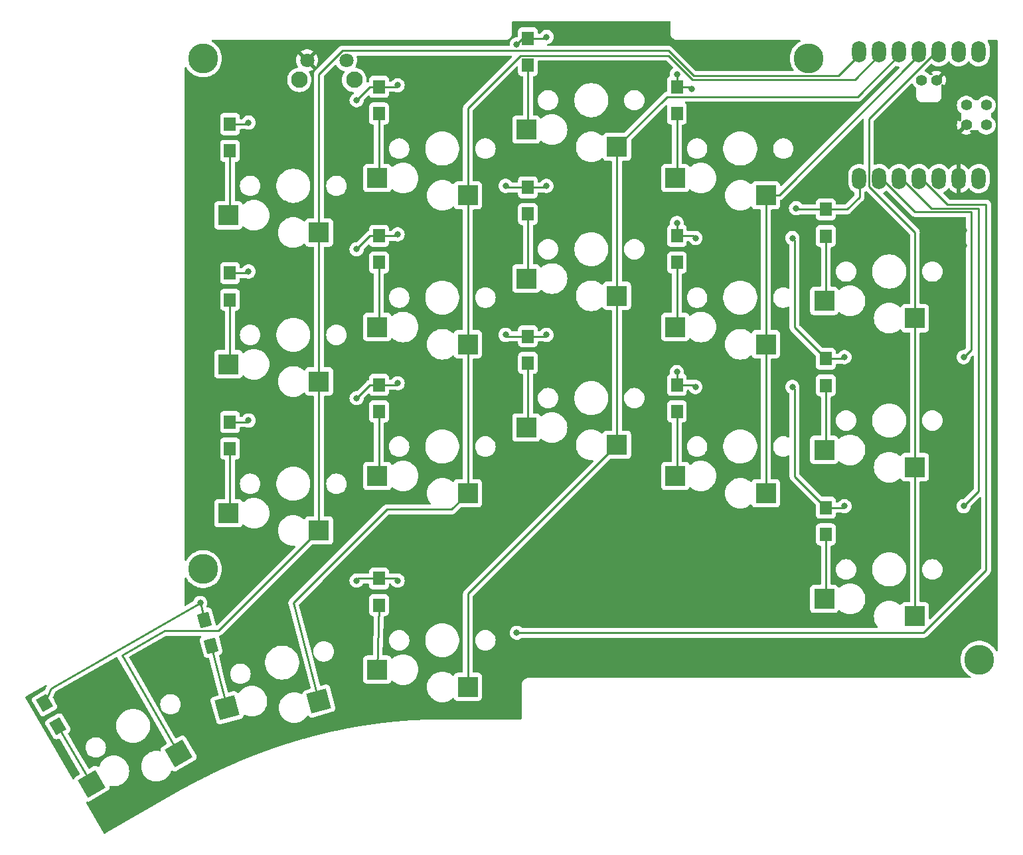
<source format=gbr>
%TF.GenerationSoftware,KiCad,Pcbnew,7.0.1*%
%TF.CreationDate,2024-02-26T07:23:15-05:00*%
%TF.ProjectId,pcb-right,7063622d-7269-4676-9874-2e6b69636164,0.3*%
%TF.SameCoordinates,Original*%
%TF.FileFunction,Copper,L2,Bot*%
%TF.FilePolarity,Positive*%
%FSLAX46Y46*%
G04 Gerber Fmt 4.6, Leading zero omitted, Abs format (unit mm)*
G04 Created by KiCad (PCBNEW 7.0.1) date 2024-02-26 07:23:15*
%MOMM*%
%LPD*%
G01*
G04 APERTURE LIST*
G04 Aperture macros list*
%AMRotRect*
0 Rectangle, with rotation*
0 The origin of the aperture is its center*
0 $1 length*
0 $2 width*
0 $3 Rotation angle, in degrees counterclockwise*
0 Add horizontal line*
21,1,$1,$2,0,0,$3*%
G04 Aperture macros list end*
%TA.AperFunction,SMDPad,CuDef*%
%ADD10R,2.600000X2.600000*%
%TD*%
%TA.AperFunction,ComponentPad*%
%ADD11C,3.800000*%
%TD*%
%TA.AperFunction,SMDPad,CuDef*%
%ADD12RotRect,2.600000X2.600000X195.000000*%
%TD*%
%TA.AperFunction,ComponentPad*%
%ADD13C,1.800000*%
%TD*%
%TA.AperFunction,ComponentPad*%
%ADD14C,2.100000*%
%TD*%
%TA.AperFunction,ComponentPad*%
%ADD15O,1.800000X2.750000*%
%TD*%
%TA.AperFunction,ComponentPad*%
%ADD16C,1.397000*%
%TD*%
%TA.AperFunction,SMDPad,CuDef*%
%ADD17RotRect,2.600000X2.600000X210.000000*%
%TD*%
%TA.AperFunction,SMDPad,CuDef*%
%ADD18R,1.500000X1.800000*%
%TD*%
%TA.AperFunction,SMDPad,CuDef*%
%ADD19RotRect,1.800000X1.500000X300.000000*%
%TD*%
%TA.AperFunction,SMDPad,CuDef*%
%ADD20RotRect,1.800000X1.500000X285.000000*%
%TD*%
%TA.AperFunction,ViaPad*%
%ADD21C,0.800000*%
%TD*%
%TA.AperFunction,Conductor*%
%ADD22C,0.250000*%
%TD*%
G04 APERTURE END LIST*
D10*
%TO.P,SWR2,1,1*%
%TO.N,COL3_R*%
X93720625Y-53315000D03*
%TO.P,SWR2,2,2*%
%TO.N,Net-(DR2-A)*%
X82170625Y-51115000D03*
%TD*%
%TO.P,SWR10,1,1*%
%TO.N,COL0_R*%
X150720625Y-87990000D03*
%TO.P,SWR10,2,2*%
%TO.N,Net-(DR10-A)*%
X139170625Y-85790000D03*
%TD*%
%TO.P,SWR7,1,1*%
%TO.N,COL3_R*%
X93720625Y-72315000D03*
%TO.P,SWR7,2,2*%
%TO.N,Net-(DR7-A)*%
X82170625Y-70115000D03*
%TD*%
D11*
%TO.P,REF\u002A\u002A,1*%
%TO.N,N/C*%
X59945625Y-101001000D03*
%TD*%
%TO.P,REF\u002A\u002A,1*%
%TO.N,N/C*%
X137195625Y-35865000D03*
%TD*%
D10*
%TO.P,SWR18,1,1*%
%TO.N,COL2_R*%
X93720625Y-116015000D03*
%TO.P,SWR18,2,2*%
%TO.N,Net-(DR18-A)*%
X82170625Y-113815000D03*
%TD*%
%TO.P,SWR4,1,1*%
%TO.N,COL1_R*%
X131720625Y-53315000D03*
%TO.P,SWR4,2,2*%
%TO.N,Net-(DR4-A)*%
X120170625Y-51115000D03*
%TD*%
%TO.P,SWR6,1,1*%
%TO.N,COL4_R*%
X74720625Y-77065000D03*
%TO.P,SWR6,2,2*%
%TO.N,Net-(DR6-A)*%
X63170625Y-74865000D03*
%TD*%
%TO.P,SWR13,1,1*%
%TO.N,COL2_R*%
X112720625Y-85140000D03*
%TO.P,SWR13,2,2*%
%TO.N,Net-(DR13-A)*%
X101170625Y-82940000D03*
%TD*%
%TO.P,SWR9,1,1*%
%TO.N,COL1_R*%
X131720625Y-72315000D03*
%TO.P,SWR9,2,2*%
%TO.N,Net-(DR9-A)*%
X120170625Y-70115000D03*
%TD*%
D12*
%TO.P,SWR17,1,1*%
%TO.N,COL3_R*%
X74724005Y-117814626D03*
%TO.P,SWR17,2,2*%
%TO.N,Net-(DR17-A)*%
X62998160Y-118678949D03*
%TD*%
D10*
%TO.P,SWR12,1,1*%
%TO.N,COL3_R*%
X93720625Y-91315000D03*
%TO.P,SWR12,2,2*%
%TO.N,Net-(DR12-A)*%
X82170625Y-89115000D03*
%TD*%
D13*
%TO.P,RSW2,1,1*%
%TO.N,RESET_R*%
X78217625Y-36095250D03*
%TO.P,RSW2,2,2*%
%TO.N,GND_R*%
X73217625Y-36095250D03*
D14*
%TO.P,RSW2,MP*%
%TO.N,N/C*%
X72217625Y-38595250D03*
X79217625Y-38595250D03*
%TD*%
D10*
%TO.P,SWR8,1,1*%
%TO.N,COL2_R*%
X112720625Y-66140000D03*
%TO.P,SWR8,2,2*%
%TO.N,Net-(DR8-A)*%
X101170625Y-63940000D03*
%TD*%
%TO.P,SWR5,1,1*%
%TO.N,COL0_R*%
X150720625Y-68990000D03*
%TO.P,SWR5,2,2*%
%TO.N,Net-(DR5-A)*%
X139170625Y-66790000D03*
%TD*%
D11*
%TO.P,REF\u002A\u002A,1*%
%TO.N,N/C*%
X158945625Y-112540000D03*
%TD*%
D15*
%TO.P,U2,1,A2/0.02_H*%
%TO.N,unconnected-(U2-A2{slash}0.02_H-Pad1)*%
X158865625Y-34995000D03*
%TO.P,U2,2,A4/0.03_H*%
%TO.N,unconnected-(U2-A4{slash}0.03_H-Pad2)*%
X156325625Y-34995000D03*
%TO.P,U2,3,A10/0.28*%
%TO.N,COL0_R*%
X153785625Y-34995000D03*
%TO.P,U2,4,A11/0.29*%
%TO.N,COL1_R*%
X151245625Y-34995000D03*
%TO.P,U2,5,A8_SDA/0.04_H*%
%TO.N,COL2_R*%
X148705625Y-34995000D03*
%TO.P,U2,6,A9_SCL/0.05_H*%
%TO.N,COL3_R*%
X146165625Y-34995000D03*
%TO.P,U2,7,B8_TX/1.11*%
%TO.N,COL4_R*%
X143625625Y-34995000D03*
%TO.P,U2,8,B9_RX/1.12*%
%TO.N,ROW0_R*%
X143625625Y-51185000D03*
%TO.P,U2,9,A7_SCK/1.13*%
%TO.N,ROW1_R*%
X146165625Y-51185000D03*
%TO.P,U2,10,A5_MISO/1.14*%
%TO.N,ROW2_R*%
X148705625Y-51185000D03*
%TO.P,U2,11,A6_MOSI/1.15*%
%TO.N,ROW3_R*%
X151245625Y-51185000D03*
%TO.P,U2,12,3V3*%
%TO.N,unconnected-(U2-3V3-Pad12)*%
X153785625Y-51185000D03*
%TO.P,U2,13,GND*%
%TO.N,GND_R*%
X156325625Y-51185000D03*
%TO.P,U2,14,5V*%
%TO.N,unconnected-(U2-5V-Pad14)*%
X158865625Y-51185000D03*
D16*
%TO.P,U2,15,A31_SWDIO*%
%TO.N,unconnected-(U2-A31_SWDIO-Pad15)*%
X159817625Y-41820000D03*
%TO.P,U2,16,A30_SWCLK*%
%TO.N,unconnected-(U2-A30_SWCLK-Pad16)*%
X159817625Y-44360000D03*
%TO.P,U2,17,RESET*%
%TO.N,RESET_R*%
X157277625Y-41820000D03*
%TO.P,U2,18,GND*%
%TO.N,GND_R*%
X157277625Y-44360000D03*
%TO.P,U2,19,BAT*%
%TO.N,VBAT_R*%
X151562625Y-38645000D03*
%TO.P,U2,20,GND*%
%TO.N,GND_R*%
X153467625Y-38645000D03*
%TD*%
D10*
%TO.P,SWR11,1,1*%
%TO.N,COL4_R*%
X74720625Y-96065000D03*
%TO.P,SWR11,2,2*%
%TO.N,Net-(DR11-A)*%
X63170625Y-93865000D03*
%TD*%
D11*
%TO.P,REF\u002A\u002A,1*%
%TO.N,N/C*%
X59945625Y-35865000D03*
%TD*%
D10*
%TO.P,SWR14,1,1*%
%TO.N,COL1_R*%
X131720625Y-91315000D03*
%TO.P,SWR14,2,2*%
%TO.N,Net-(DR14-A)*%
X120170625Y-89115000D03*
%TD*%
%TO.P,SWR15,1,1*%
%TO.N,COL0_R*%
X150720625Y-106990000D03*
%TO.P,SWR15,2,2*%
%TO.N,Net-(DR15-A)*%
X139170625Y-104790000D03*
%TD*%
D17*
%TO.P,SWR16,1,1*%
%TO.N,COL4_R*%
X56831858Y-124505351D03*
%TO.P,SWR16,2,2*%
%TO.N,Net-(DR16-A)*%
X45729265Y-128375095D03*
%TD*%
D10*
%TO.P,SWR3,1,1*%
%TO.N,COL2_R*%
X112720625Y-47140000D03*
%TO.P,SWR3,2,2*%
%TO.N,Net-(DR3-A)*%
X101170625Y-44940000D03*
%TD*%
%TO.P,SWR1,1,1*%
%TO.N,COL4_R*%
X74720625Y-58065000D03*
%TO.P,SWR1,2,2*%
%TO.N,Net-(DR1-A)*%
X63170625Y-55865000D03*
%TD*%
D18*
%TO.P,DR10,1,K*%
%TO.N,ROW1_R*%
X139370625Y-74165000D03*
%TO.P,DR10,2,A*%
%TO.N,Net-(DR10-A)*%
X139370625Y-77565000D03*
%TD*%
%TO.P,DR8,1,K*%
%TO.N,ROW1_R*%
X101370625Y-52315000D03*
%TO.P,DR8,2,A*%
%TO.N,Net-(DR8-A)*%
X101370625Y-55715000D03*
%TD*%
%TO.P,DR3,1,K*%
%TO.N,ROW0_R*%
X101370625Y-33315000D03*
%TO.P,DR3,2,A*%
%TO.N,Net-(DR3-A)*%
X101370625Y-36715000D03*
%TD*%
%TO.P,DR9,1,K*%
%TO.N,ROW1_R*%
X120370625Y-58490000D03*
%TO.P,DR9,2,A*%
%TO.N,Net-(DR9-A)*%
X120370625Y-61890000D03*
%TD*%
%TO.P,DR4,1,K*%
%TO.N,ROW0_R*%
X120370625Y-39490000D03*
%TO.P,DR4,2,A*%
%TO.N,Net-(DR4-A)*%
X120370625Y-42890000D03*
%TD*%
%TO.P,DR15,1,K*%
%TO.N,ROW2_R*%
X139370625Y-93165000D03*
%TO.P,DR15,2,A*%
%TO.N,Net-(DR15-A)*%
X139370625Y-96565000D03*
%TD*%
%TO.P,DR6,1,K*%
%TO.N,ROW1_R*%
X63370625Y-63240000D03*
%TO.P,DR6,2,A*%
%TO.N,Net-(DR6-A)*%
X63370625Y-66640000D03*
%TD*%
%TO.P,DR11,1,K*%
%TO.N,ROW2_R*%
X63370625Y-82240000D03*
%TO.P,DR11,2,A*%
%TO.N,Net-(DR11-A)*%
X63370625Y-85640000D03*
%TD*%
%TO.P,DR5,1,K*%
%TO.N,ROW0_R*%
X139370625Y-55112500D03*
%TO.P,DR5,2,A*%
%TO.N,Net-(DR5-A)*%
X139370625Y-58512500D03*
%TD*%
D19*
%TO.P,DR16,1,K*%
%TO.N,ROW3_R*%
X39720625Y-118092757D03*
%TO.P,DR16,2,A*%
%TO.N,Net-(DR16-A)*%
X41420625Y-121037243D03*
%TD*%
D18*
%TO.P,DR18,1,K*%
%TO.N,ROW3_R*%
X82370625Y-102190000D03*
%TO.P,DR18,2,A*%
%TO.N,Net-(DR18-A)*%
X82370625Y-105590000D03*
%TD*%
%TO.P,DR13,1,K*%
%TO.N,ROW2_R*%
X101370625Y-71300000D03*
%TO.P,DR13,2,A*%
%TO.N,Net-(DR13-A)*%
X101370625Y-74700000D03*
%TD*%
%TO.P,DR12,1,K*%
%TO.N,ROW2_R*%
X82370625Y-77490000D03*
%TO.P,DR12,2,A*%
%TO.N,Net-(DR12-A)*%
X82370625Y-80890000D03*
%TD*%
%TO.P,DR2,1,K*%
%TO.N,ROW0_R*%
X82370625Y-39490000D03*
%TO.P,DR2,2,A*%
%TO.N,Net-(DR2-A)*%
X82370625Y-42890000D03*
%TD*%
D20*
%TO.P,DR17,1,K*%
%TO.N,ROW3_R*%
X60080633Y-107472926D03*
%TO.P,DR17,2,A*%
%TO.N,Net-(DR17-A)*%
X60960617Y-110757074D03*
%TD*%
D18*
%TO.P,DR14,1,K*%
%TO.N,ROW2_R*%
X120370625Y-77490000D03*
%TO.P,DR14,2,A*%
%TO.N,Net-(DR14-A)*%
X120370625Y-80890000D03*
%TD*%
%TO.P,DR1,1,K*%
%TO.N,ROW0_R*%
X63370625Y-44240000D03*
%TO.P,DR1,2,A*%
%TO.N,Net-(DR1-A)*%
X63370625Y-47640000D03*
%TD*%
%TO.P,DR7,1,K*%
%TO.N,ROW1_R*%
X82370625Y-58490000D03*
%TO.P,DR7,2,A*%
%TO.N,Net-(DR7-A)*%
X82370625Y-61890000D03*
%TD*%
D21*
%TO.N,ROW0_R*%
X135570625Y-54965000D03*
X99945625Y-34065000D03*
X120370625Y-37865000D03*
X65745625Y-44040000D03*
X84745625Y-39290000D03*
X79520625Y-41190000D03*
X103745625Y-33115000D03*
X122270625Y-39765000D03*
%TO.N,ROW1_R*%
X141745625Y-73965000D03*
X122745625Y-58765000D03*
X65745625Y-63040000D03*
X103745625Y-52115000D03*
X156945625Y-73965000D03*
X135095625Y-58765000D03*
X120370625Y-56865000D03*
X98520625Y-52115000D03*
X79520625Y-60190000D03*
X84745625Y-58290000D03*
%TO.N,ROW2_R*%
X120370625Y-75865000D03*
X84745625Y-77290000D03*
X156945625Y-92965000D03*
X98520625Y-71115000D03*
X135095625Y-77765000D03*
X79520625Y-79190000D03*
X65745625Y-82040000D03*
X141745625Y-92965000D03*
X122745625Y-77765000D03*
X103745625Y-71115000D03*
%TO.N,ROW3_R*%
X99945625Y-109115000D03*
X59570625Y-105315000D03*
X79520625Y-102465000D03*
X84745625Y-102465000D03*
%TO.N,GND_R*%
X154570625Y-59715000D03*
X156945625Y-59715000D03*
X152195625Y-59715000D03*
X130345625Y-36440000D03*
X156945625Y-97715000D03*
X152195625Y-95815000D03*
X156945625Y-95815000D03*
X123220625Y-36440000D03*
X132720625Y-36440000D03*
X152195625Y-97715000D03*
X127970625Y-36440000D03*
X156945625Y-78715000D03*
X156945625Y-57815000D03*
X125595625Y-34540000D03*
X152195625Y-78715000D03*
X152195625Y-76815000D03*
X127970625Y-34540000D03*
X154570625Y-95815000D03*
X156945625Y-76815000D03*
X123220625Y-34540000D03*
X132720625Y-34540000D03*
X154570625Y-57815000D03*
X120845625Y-34540000D03*
X154570625Y-78715000D03*
X154570625Y-97715000D03*
X125595625Y-36440000D03*
X130345625Y-34540000D03*
X152195625Y-57815000D03*
X154570625Y-76815000D03*
%TD*%
D22*
%TO.N,ROW0_R*%
X79520625Y-41190000D02*
X81220625Y-39490000D01*
X142073125Y-55112500D02*
X143645625Y-53540000D01*
X103545625Y-33315000D02*
X103745625Y-33115000D01*
X120370625Y-37865000D02*
X120370625Y-39490000D01*
X101370625Y-33315000D02*
X103545625Y-33315000D01*
X100695625Y-33315000D02*
X99945625Y-34065000D01*
X143645625Y-50730000D02*
X143625625Y-50710000D01*
X65545625Y-44240000D02*
X65745625Y-44040000D01*
X84545625Y-39490000D02*
X84745625Y-39290000D01*
X121995625Y-39490000D02*
X122270625Y-39765000D01*
X63370625Y-44240000D02*
X65545625Y-44240000D01*
X101370625Y-33315000D02*
X100695625Y-33315000D01*
X135718125Y-55112500D02*
X139370625Y-55112500D01*
X120370625Y-39490000D02*
X121995625Y-39490000D01*
X82370625Y-39490000D02*
X84545625Y-39490000D01*
X139370625Y-55112500D02*
X142073125Y-55112500D01*
X135570625Y-54965000D02*
X135718125Y-55112500D01*
X81220625Y-39490000D02*
X82370625Y-39490000D01*
X143645625Y-53540000D02*
X143645625Y-50730000D01*
%TO.N,Net-(DR1-A)*%
X63370625Y-55665000D02*
X63170625Y-55865000D01*
X63370625Y-47165000D02*
X63370625Y-55665000D01*
%TO.N,Net-(DR2-A)*%
X82370625Y-42890000D02*
X82370625Y-50915000D01*
X82370625Y-50915000D02*
X82170625Y-51115000D01*
%TO.N,Net-(DR3-A)*%
X101370625Y-36715000D02*
X101370625Y-44740000D01*
X101370625Y-44740000D02*
X101170625Y-44940000D01*
%TO.N,Net-(DR4-A)*%
X120370625Y-42890000D02*
X120370625Y-50915000D01*
X120370625Y-50915000D02*
X120170625Y-51115000D01*
%TO.N,Net-(DR5-A)*%
X139370625Y-66590000D02*
X139170625Y-66790000D01*
X139370625Y-58512500D02*
X139370625Y-66590000D01*
%TO.N,ROW1_R*%
X139370625Y-74165000D02*
X141545625Y-74165000D01*
X157895625Y-73015000D02*
X157895625Y-55440000D01*
X146165625Y-50710000D02*
X146165625Y-50852412D01*
X141545625Y-74165000D02*
X141745625Y-73965000D01*
X120370625Y-56865000D02*
X120370625Y-58490000D01*
X63370625Y-63240000D02*
X65545625Y-63240000D01*
X84545625Y-58490000D02*
X84745625Y-58290000D01*
X98520625Y-52115000D02*
X98720625Y-52315000D01*
X79520625Y-60190000D02*
X81220625Y-58490000D01*
X82370625Y-58490000D02*
X84545625Y-58490000D01*
X150753213Y-55440000D02*
X157895625Y-55440000D01*
X135095625Y-58765000D02*
X135371525Y-59040900D01*
X156945625Y-73965000D02*
X157895625Y-73015000D01*
X103545625Y-52315000D02*
X103745625Y-52115000D01*
X146165625Y-50852412D02*
X150753213Y-55440000D01*
X135371525Y-59040900D02*
X135371525Y-70165900D01*
X122470625Y-58490000D02*
X122745625Y-58765000D01*
X101370625Y-52315000D02*
X103545625Y-52315000D01*
X65545625Y-63240000D02*
X65745625Y-63040000D01*
X98720625Y-52315000D02*
X101370625Y-52315000D01*
X135371525Y-70165900D02*
X139370625Y-74165000D01*
X120370625Y-58490000D02*
X122470625Y-58490000D01*
X81220625Y-58490000D02*
X82370625Y-58490000D01*
%TO.N,Net-(DR6-A)*%
X63370625Y-66640000D02*
X63370625Y-74665000D01*
X63370625Y-74665000D02*
X63170625Y-74865000D01*
%TO.N,Net-(DR7-A)*%
X82370625Y-69915000D02*
X82170625Y-70115000D01*
X82370625Y-61890000D02*
X82370625Y-69915000D01*
%TO.N,Net-(DR8-A)*%
X101370625Y-63740000D02*
X101170625Y-63940000D01*
X101370625Y-55715000D02*
X101370625Y-63740000D01*
%TO.N,Net-(DR9-A)*%
X120370625Y-61890000D02*
X120370625Y-69915000D01*
X120370625Y-69915000D02*
X120170625Y-70115000D01*
%TO.N,Net-(DR10-A)*%
X139370625Y-77565000D02*
X139370625Y-85590000D01*
X139370625Y-85590000D02*
X139170625Y-85790000D01*
%TO.N,ROW2_R*%
X84545625Y-77490000D02*
X84745625Y-77290000D01*
X135095625Y-77765000D02*
X135371525Y-78040900D01*
X98705625Y-71300000D02*
X101370625Y-71300000D01*
X158845625Y-91065000D02*
X158845625Y-54965000D01*
X139370625Y-93165000D02*
X141545625Y-93165000D01*
X81220625Y-77490000D02*
X82370625Y-77490000D01*
X103560625Y-71300000D02*
X103745625Y-71115000D01*
X158845625Y-54965000D02*
X152818213Y-54965000D01*
X135371525Y-78040900D02*
X135371525Y-89165900D01*
X101370625Y-71300000D02*
X103560625Y-71300000D01*
X152818213Y-54965000D02*
X148705625Y-50852412D01*
X63370625Y-82240000D02*
X65545625Y-82240000D01*
X148705625Y-50852412D02*
X148705625Y-50710000D01*
X122470625Y-77490000D02*
X122745625Y-77765000D01*
X120370625Y-77490000D02*
X122470625Y-77490000D01*
X141545625Y-93165000D02*
X141745625Y-92965000D01*
X156945625Y-92965000D02*
X158845625Y-91065000D01*
X98520625Y-71115000D02*
X98705625Y-71300000D01*
X82370625Y-77490000D02*
X84545625Y-77490000D01*
X135371525Y-89165900D02*
X139370625Y-93165000D01*
X79520625Y-79190000D02*
X81220625Y-77490000D01*
X65545625Y-82240000D02*
X65745625Y-82040000D01*
X120370625Y-75865000D02*
X120370625Y-77490000D01*
%TO.N,Net-(DR11-A)*%
X63370625Y-93665000D02*
X63170625Y-93865000D01*
X63370625Y-85640000D02*
X63370625Y-93665000D01*
%TO.N,Net-(DR12-A)*%
X82370625Y-80890000D02*
X82370625Y-88915000D01*
X82370625Y-88915000D02*
X82170625Y-89115000D01*
%TO.N,Net-(DR13-A)*%
X101370625Y-82740000D02*
X101170625Y-82940000D01*
X101370625Y-74700000D02*
X101370625Y-82740000D01*
%TO.N,Net-(DR14-A)*%
X120370625Y-88915000D02*
X120170625Y-89115000D01*
X120370625Y-80890000D02*
X120370625Y-88915000D01*
%TO.N,Net-(DR15-A)*%
X139370625Y-96565000D02*
X139370625Y-104590000D01*
X139370625Y-104590000D02*
X139170625Y-104790000D01*
%TO.N,ROW3_R*%
X151245625Y-50852412D02*
X151245625Y-50710000D01*
X60080633Y-107472926D02*
X59570625Y-105315000D01*
X84470625Y-102190000D02*
X84745625Y-102465000D01*
X151845625Y-109115000D02*
X159795625Y-101165000D01*
X159795625Y-101165000D02*
X159795625Y-54490000D01*
X159795625Y-54490000D02*
X154883213Y-54490000D01*
X40570625Y-116240000D02*
X39720625Y-118092757D01*
X99945625Y-109115000D02*
X151845625Y-109115000D01*
X82370625Y-102190000D02*
X84470625Y-102190000D01*
X82370625Y-102190000D02*
X79795625Y-102190000D01*
X154883213Y-54490000D02*
X151245625Y-50852412D01*
X59570625Y-105315000D02*
X40570625Y-116240000D01*
X79795625Y-102190000D02*
X79520625Y-102465000D01*
%TO.N,Net-(DR16-A)*%
X41420625Y-121037243D02*
X45729265Y-128375095D01*
%TO.N,Net-(DR17-A)*%
X60960617Y-110757074D02*
X62998160Y-118678949D01*
%TO.N,Net-(DR18-A)*%
X82370625Y-105590000D02*
X82170625Y-113815000D01*
%TO.N,COL4_R*%
X119275875Y-34870250D02*
X77710213Y-34870250D01*
X74720625Y-58065000D02*
X74720625Y-77065000D01*
X56831858Y-124505351D02*
X49595625Y-111965000D01*
X74720625Y-77065000D02*
X74720625Y-96065000D01*
X77710213Y-34870250D02*
X74720625Y-37859838D01*
X74720625Y-96065000D02*
X61924251Y-108861374D01*
X122495625Y-38090000D02*
X119275875Y-34870250D01*
X141005625Y-38090000D02*
X122495625Y-38090000D01*
X74720625Y-37859838D02*
X74720625Y-58065000D01*
X143625625Y-35470000D02*
X141005625Y-38090000D01*
X61924251Y-108861374D02*
X55074251Y-108861374D01*
X55074251Y-108861374D02*
X49595625Y-111965000D01*
%TO.N,COL3_R*%
X146165625Y-35470000D02*
X143095625Y-38540000D01*
X83370625Y-93390000D02*
X71445625Y-105315000D01*
X93720625Y-91315000D02*
X91645625Y-93390000D01*
X143095625Y-38540000D02*
X122309229Y-38540000D01*
X93720625Y-42190000D02*
X93720625Y-53315000D01*
X100420625Y-35490000D02*
X93720625Y-42190000D01*
X93720625Y-72315000D02*
X93720625Y-91315000D01*
X91645625Y-93390000D02*
X83370625Y-93390000D01*
X93720625Y-53315000D02*
X93720625Y-72315000D01*
X122309229Y-38540000D02*
X119259229Y-35490000D01*
X74724005Y-117814626D02*
X71445625Y-105315000D01*
X119259229Y-35490000D02*
X100420625Y-35490000D01*
%TO.N,COL2_R*%
X112720625Y-47140000D02*
X112720625Y-66140000D01*
X93720625Y-104140000D02*
X112720625Y-85140000D01*
X93720625Y-116015000D02*
X93720625Y-104140000D01*
X148705625Y-35470000D02*
X143422500Y-40753125D01*
X119107500Y-40753125D02*
X112720625Y-47140000D01*
X143422500Y-40753125D02*
X119107500Y-40753125D01*
X112720625Y-66140000D02*
X112720625Y-85140000D01*
%TO.N,COL1_R*%
X131720625Y-53315000D02*
X133400625Y-53315000D01*
X133400625Y-53315000D02*
X151245625Y-35470000D01*
X131720625Y-53315000D02*
X131720625Y-72315000D01*
X131720625Y-72315000D02*
X131720625Y-91315000D01*
%TO.N,COL0_R*%
X144850625Y-52167412D02*
X144850625Y-43597412D01*
X150720625Y-87990000D02*
X150720625Y-68990000D01*
X144850625Y-43597412D02*
X152978037Y-35470000D01*
X150720625Y-58037412D02*
X144850625Y-52167412D01*
X150720625Y-68990000D02*
X150720625Y-58037412D01*
X152978037Y-35470000D02*
X153785625Y-35470000D01*
X150720625Y-106990000D02*
X150720625Y-87990000D01*
%TD*%
%TA.AperFunction,Conductor*%
%TO.N,GND_R*%
G36*
X161237500Y-33529613D02*
G01*
X161282887Y-33575000D01*
X161299500Y-33637000D01*
X161299500Y-111349598D01*
X161281833Y-111413389D01*
X161233867Y-111459002D01*
X161169269Y-111473441D01*
X161106447Y-111452592D01*
X161063301Y-111402394D01*
X161053356Y-111381260D01*
X160936008Y-111196350D01*
X160891510Y-111126232D01*
X160698974Y-110893496D01*
X160640206Y-110838309D01*
X160478785Y-110686723D01*
X160234420Y-110509183D01*
X159969727Y-110363667D01*
X159688887Y-110252474D01*
X159396325Y-110177358D01*
X159096653Y-110139500D01*
X159096652Y-110139500D01*
X158794598Y-110139500D01*
X158794597Y-110139500D01*
X158494924Y-110177358D01*
X158202362Y-110252474D01*
X157921522Y-110363667D01*
X157656829Y-110509183D01*
X157412464Y-110686723D01*
X157192275Y-110893496D01*
X156999739Y-111126233D01*
X156837893Y-111381260D01*
X156709283Y-111654571D01*
X156615944Y-111941836D01*
X156559344Y-112238547D01*
X156540378Y-112540000D01*
X156559344Y-112841452D01*
X156615944Y-113138163D01*
X156709283Y-113425428D01*
X156837893Y-113698739D01*
X156962593Y-113895234D01*
X156999740Y-113953768D01*
X157115166Y-114093294D01*
X157192275Y-114186503D01*
X157412464Y-114393276D01*
X157656829Y-114570816D01*
X157808755Y-114654338D01*
X157855351Y-114699209D01*
X157873008Y-114761442D01*
X157856921Y-114824098D01*
X157811467Y-114870126D01*
X157749018Y-114887000D01*
X101361307Y-114887000D01*
X101187336Y-114921604D01*
X101023452Y-114989487D01*
X100875963Y-115088036D01*
X100750536Y-115213463D01*
X100651987Y-115360952D01*
X100584104Y-115524836D01*
X100549500Y-115698807D01*
X100549500Y-120038000D01*
X100532887Y-120100000D01*
X100487500Y-120145387D01*
X100425500Y-120162000D01*
X90491159Y-120162000D01*
X90490904Y-120161980D01*
X90449576Y-120161999D01*
X90449495Y-120162000D01*
X90422019Y-120162000D01*
X90421612Y-120161968D01*
X90380499Y-120162032D01*
X90380366Y-120162032D01*
X90352573Y-120162045D01*
X90352317Y-120162026D01*
X90343633Y-120162050D01*
X90343370Y-120162050D01*
X90340513Y-120162051D01*
X90340416Y-120162059D01*
X90312451Y-120162137D01*
X90311976Y-120162139D01*
X90311821Y-120162139D01*
X90282711Y-120162184D01*
X90282450Y-120162164D01*
X90274956Y-120162196D01*
X90274644Y-120162197D01*
X90271360Y-120162202D01*
X90271241Y-120162211D01*
X90242032Y-120162334D01*
X90241858Y-120162335D01*
X90211936Y-120162419D01*
X90211686Y-120162400D01*
X90205336Y-120162437D01*
X90204982Y-120162438D01*
X90201562Y-120162447D01*
X90201416Y-120162459D01*
X90171454Y-120162631D01*
X90171265Y-120162632D01*
X90139984Y-120162764D01*
X90139739Y-120162746D01*
X90133934Y-120162789D01*
X90133574Y-120162791D01*
X90130818Y-120162803D01*
X90130693Y-120162813D01*
X90100897Y-120163033D01*
X90099610Y-120163043D01*
X90099600Y-120163043D01*
X90099402Y-120163044D01*
X90066805Y-120163230D01*
X90066612Y-120163217D01*
X90062483Y-120163254D01*
X90062127Y-120163257D01*
X90059086Y-120163275D01*
X90058944Y-120163287D01*
X90026460Y-120163583D01*
X90026248Y-120163585D01*
X89992092Y-120163838D01*
X89991911Y-120163826D01*
X89988189Y-120163866D01*
X89987837Y-120163869D01*
X89985847Y-120163884D01*
X89985739Y-120163894D01*
X89982677Y-120163927D01*
X89982675Y-120163927D01*
X89953150Y-120164249D01*
X89951641Y-120164266D01*
X89951419Y-120164268D01*
X89915362Y-120164597D01*
X89915252Y-120164590D01*
X89913165Y-120164617D01*
X89912721Y-120164622D01*
X89911241Y-120164635D01*
X89911162Y-120164642D01*
X89875141Y-120165103D01*
X89874910Y-120165106D01*
X89836517Y-120165526D01*
X89836471Y-120165523D01*
X89835742Y-120165534D01*
X89835412Y-120165538D01*
X89834517Y-120165548D01*
X89834463Y-120165553D01*
X89827320Y-120165657D01*
X89827318Y-120165657D01*
X89799159Y-120166068D01*
X89796182Y-120166112D01*
X89795955Y-120166115D01*
X89755474Y-120166632D01*
X89755462Y-120166631D01*
X89715241Y-120167296D01*
X89715031Y-120167299D01*
X89715008Y-120167300D01*
X89712318Y-120167339D01*
X89675029Y-120167885D01*
X89674055Y-120167976D01*
X89672488Y-120168002D01*
X89671547Y-120167944D01*
X89631559Y-120168677D01*
X89631341Y-120168681D01*
X89591258Y-120169344D01*
X89590317Y-120169434D01*
X89585821Y-120169516D01*
X89584897Y-120169461D01*
X89544624Y-120170273D01*
X89544404Y-120170277D01*
X89504637Y-120171007D01*
X89503699Y-120171098D01*
X89495903Y-120171255D01*
X89494988Y-120171203D01*
X89455281Y-120172075D01*
X89455083Y-120172079D01*
X89455063Y-120172080D01*
X89441252Y-120172358D01*
X89414723Y-120172894D01*
X89413811Y-120172985D01*
X89402771Y-120173227D01*
X89401886Y-120173178D01*
X89362173Y-120174118D01*
X89361962Y-120174123D01*
X89321631Y-120175008D01*
X89320738Y-120175097D01*
X89305891Y-120175449D01*
X89305018Y-120175402D01*
X89264439Y-120176430D01*
X89264236Y-120176435D01*
X89224604Y-120177373D01*
X89223753Y-120177460D01*
X89205149Y-120177931D01*
X89204332Y-120177889D01*
X89164223Y-120178967D01*
X89164035Y-120178972D01*
X89123786Y-120179992D01*
X89122963Y-120180078D01*
X89100163Y-120180692D01*
X89099377Y-120180652D01*
X89058909Y-120181802D01*
X89058725Y-120181807D01*
X89018777Y-120182882D01*
X89017995Y-120182965D01*
X88990741Y-120183739D01*
X88990001Y-120183703D01*
X88949687Y-120184906D01*
X88949516Y-120184911D01*
X88909202Y-120186058D01*
X88908451Y-120186139D01*
X88876459Y-120187095D01*
X88875761Y-120187061D01*
X88835564Y-120188316D01*
X88835405Y-120188321D01*
X88794973Y-120189530D01*
X88794269Y-120189607D01*
X88757273Y-120190763D01*
X88756613Y-120190732D01*
X88747447Y-120191030D01*
X88716227Y-120192045D01*
X88716090Y-120192049D01*
X88675886Y-120193306D01*
X88675217Y-120193379D01*
X88632799Y-120194760D01*
X88632158Y-120194731D01*
X88591605Y-120196100D01*
X88591459Y-120196105D01*
X88551291Y-120197412D01*
X88550654Y-120197483D01*
X88502902Y-120199096D01*
X88502292Y-120199069D01*
X88461863Y-120200482D01*
X88461720Y-120200487D01*
X88421508Y-120201845D01*
X88420910Y-120201911D01*
X88367145Y-120203789D01*
X88366582Y-120203765D01*
X88325882Y-120205231D01*
X88325749Y-120205235D01*
X88285569Y-120206638D01*
X88285002Y-120206702D01*
X88225379Y-120208849D01*
X88224855Y-120208827D01*
X88184653Y-120210315D01*
X88184529Y-120210320D01*
X88184530Y-120210320D01*
X88152980Y-120211456D01*
X88152979Y-120211456D01*
X88143817Y-120211786D01*
X88143289Y-120211846D01*
X88077074Y-120214297D01*
X88076574Y-120214277D01*
X88036241Y-120215809D01*
X88036241Y-120215810D01*
X88036240Y-120215810D01*
X88027175Y-120216145D01*
X87995640Y-120217313D01*
X87995144Y-120217370D01*
X87922331Y-120220135D01*
X87921869Y-120220118D01*
X87883344Y-120221615D01*
X87881409Y-120221691D01*
X87868272Y-120222190D01*
X87840848Y-120223232D01*
X87840397Y-120223284D01*
X87760971Y-120226372D01*
X87760543Y-120226355D01*
X87720663Y-120227939D01*
X87720559Y-120227943D01*
X87679492Y-120229539D01*
X87679042Y-120229591D01*
X87592062Y-120233045D01*
X87591671Y-120233031D01*
X87552097Y-120234632D01*
X87552097Y-120234633D01*
X87510790Y-120236273D01*
X87510374Y-120236322D01*
X87416015Y-120240143D01*
X87415644Y-120240130D01*
X87375078Y-120241802D01*
X87334635Y-120243440D01*
X87334255Y-120243485D01*
X87232648Y-120247674D01*
X87232288Y-120247661D01*
X87191522Y-120249369D01*
X87191521Y-120249370D01*
X87160136Y-120250664D01*
X87160134Y-120250664D01*
X87151048Y-120251039D01*
X87150690Y-120251081D01*
X87040727Y-120255691D01*
X87040395Y-120255680D01*
X87003969Y-120257229D01*
X86999667Y-120257412D01*
X86999667Y-120257413D01*
X86959099Y-120259114D01*
X86958775Y-120259153D01*
X86837466Y-120264317D01*
X86830409Y-120264115D01*
X86798083Y-120265978D01*
X86796232Y-120266071D01*
X86763813Y-120267452D01*
X86757296Y-120268297D01*
X86726354Y-120270114D01*
X86726355Y-120270114D01*
X86726229Y-120270121D01*
X86698575Y-120271716D01*
X86698290Y-120271710D01*
X86688691Y-120272286D01*
X86688440Y-120272301D01*
X86685660Y-120272461D01*
X86685581Y-120272472D01*
X86657237Y-120274173D01*
X86657080Y-120274183D01*
X86645136Y-120274884D01*
X86629245Y-120275817D01*
X86628968Y-120275813D01*
X86621179Y-120276291D01*
X86620891Y-120276308D01*
X86617306Y-120276519D01*
X86617175Y-120276537D01*
X86596679Y-120277795D01*
X86588904Y-120278273D01*
X86571570Y-120279313D01*
X86559320Y-120280048D01*
X86559068Y-120280044D01*
X86552691Y-120280446D01*
X86552343Y-120280467D01*
X86548370Y-120280705D01*
X86548217Y-120280726D01*
X86518780Y-120282578D01*
X86518597Y-120282590D01*
X86488350Y-120284448D01*
X86488078Y-120284444D01*
X86481892Y-120284843D01*
X86481561Y-120284864D01*
X86478540Y-120285050D01*
X86478407Y-120285069D01*
X86448210Y-120287019D01*
X86448008Y-120287032D01*
X86416087Y-120289041D01*
X86415890Y-120289039D01*
X86411372Y-120289338D01*
X86411003Y-120289361D01*
X86407619Y-120289574D01*
X86407461Y-120289597D01*
X86375810Y-120291696D01*
X86375601Y-120291710D01*
X86375602Y-120291710D01*
X86344501Y-120293720D01*
X86344500Y-120293720D01*
X86342243Y-120293866D01*
X86342045Y-120293863D01*
X86338019Y-120294138D01*
X86337594Y-120294167D01*
X86335262Y-120294317D01*
X86335157Y-120294333D01*
X86302038Y-120296589D01*
X86301818Y-120296604D01*
X86266436Y-120298951D01*
X86266304Y-120298950D01*
X86263641Y-120299136D01*
X86263237Y-120299163D01*
X86261506Y-120299278D01*
X86261415Y-120299291D01*
X86225994Y-120301770D01*
X86225766Y-120301786D01*
X86188486Y-120304326D01*
X86188425Y-120304325D01*
X86187371Y-120304401D01*
X86186985Y-120304428D01*
X86185769Y-120304511D01*
X86185704Y-120304520D01*
X86159423Y-120306408D01*
X86148398Y-120307199D01*
X86148325Y-120307205D01*
X86108516Y-120309990D01*
X86108517Y-120309991D01*
X86108392Y-120310000D01*
X86108184Y-120310015D01*
X86107958Y-120310030D01*
X86107942Y-120310033D01*
X86068324Y-120312952D01*
X86068104Y-120312968D01*
X86028048Y-120315847D01*
X86027113Y-120315989D01*
X86026276Y-120316051D01*
X86025326Y-120316048D01*
X85985663Y-120319045D01*
X85985441Y-120319061D01*
X85945338Y-120322017D01*
X85944387Y-120322163D01*
X85941861Y-120322354D01*
X85940742Y-120322439D01*
X85939804Y-120322437D01*
X85899633Y-120325545D01*
X85899414Y-120325561D01*
X85859741Y-120328559D01*
X85858817Y-120328702D01*
X85851967Y-120329232D01*
X85851064Y-120329232D01*
X85811051Y-120332399D01*
X85810837Y-120332415D01*
X85770921Y-120335503D01*
X85770022Y-120335645D01*
X85759792Y-120336454D01*
X85758922Y-120336456D01*
X85719045Y-120339679D01*
X85718843Y-120339695D01*
X85678766Y-120342867D01*
X85677895Y-120343006D01*
X85664133Y-120344118D01*
X85663278Y-120344121D01*
X85623728Y-120347384D01*
X85623531Y-120347400D01*
X85583125Y-120350667D01*
X85582260Y-120350806D01*
X85573306Y-120351545D01*
X85564556Y-120352267D01*
X85563734Y-120352271D01*
X85523376Y-120355665D01*
X85523183Y-120355681D01*
X85483608Y-120358946D01*
X85482799Y-120359076D01*
X85460756Y-120360930D01*
X85459970Y-120360936D01*
X85419969Y-120364361D01*
X85419881Y-120364368D01*
X85419783Y-120364377D01*
X85388749Y-120366987D01*
X85388748Y-120366987D01*
X85379630Y-120367754D01*
X85378871Y-120367879D01*
X85352694Y-120370119D01*
X85351961Y-120370125D01*
X85311717Y-120373627D01*
X85311576Y-120373639D01*
X85311550Y-120373642D01*
X85302419Y-120374424D01*
X85271556Y-120377067D01*
X85270834Y-120377186D01*
X85239909Y-120379878D01*
X85239195Y-120379885D01*
X85198710Y-120383464D01*
X85198547Y-120383479D01*
X85158703Y-120386948D01*
X85158010Y-120387063D01*
X85129501Y-120389584D01*
X85122141Y-120390235D01*
X85121502Y-120390241D01*
X85112267Y-120391069D01*
X85081680Y-120393812D01*
X85049988Y-120396615D01*
X85049987Y-120396615D01*
X85040944Y-120397415D01*
X85040282Y-120397525D01*
X84999164Y-120401214D01*
X84998538Y-120401222D01*
X84958313Y-120404878D01*
X84958170Y-120404892D01*
X84927034Y-120407686D01*
X84927030Y-120407686D01*
X84917993Y-120408498D01*
X84917381Y-120408601D01*
X84870577Y-120412857D01*
X84869979Y-120412866D01*
X84829760Y-120416568D01*
X84829631Y-120416580D01*
X84789376Y-120420242D01*
X84788798Y-120420341D01*
X84736486Y-120425157D01*
X84735937Y-120425166D01*
X84695987Y-120428887D01*
X84695863Y-120428898D01*
X84655503Y-120432615D01*
X84654948Y-120432710D01*
X84596346Y-120438169D01*
X84595823Y-120438178D01*
X84559760Y-120441574D01*
X84555218Y-120442002D01*
X84555178Y-120442005D01*
X84555098Y-120442013D01*
X84515227Y-120445728D01*
X84514709Y-120445817D01*
X84449988Y-120451912D01*
X84449498Y-120451921D01*
X84440435Y-120452783D01*
X84408908Y-120455782D01*
X84408906Y-120455781D01*
X84408907Y-120455782D01*
X84368912Y-120459548D01*
X84368428Y-120459632D01*
X84297440Y-120466386D01*
X84296976Y-120466393D01*
X84256370Y-120470293D01*
X84256366Y-120470292D01*
X84216093Y-120474124D01*
X84215636Y-120474204D01*
X84137833Y-120481675D01*
X84137413Y-120481683D01*
X84096782Y-120485617D01*
X84096689Y-120485626D01*
X84056313Y-120489504D01*
X84055884Y-120489579D01*
X83971108Y-120497790D01*
X83970694Y-120497798D01*
X83930595Y-120501713D01*
X83930595Y-120501714D01*
X83930594Y-120501714D01*
X83898942Y-120504780D01*
X83889971Y-120505649D01*
X83889567Y-120505719D01*
X83796952Y-120514762D01*
X83796578Y-120514770D01*
X83755584Y-120518801D01*
X83755584Y-120518802D01*
X83755583Y-120518802D01*
X83725000Y-120521789D01*
X83724998Y-120521789D01*
X83715613Y-120522706D01*
X83715255Y-120522769D01*
X83615421Y-120532590D01*
X83615068Y-120532598D01*
X83584066Y-120535669D01*
X83574850Y-120536581D01*
X83574846Y-120536581D01*
X83574847Y-120536582D01*
X83534572Y-120540544D01*
X83534219Y-120540605D01*
X83426248Y-120551300D01*
X83425909Y-120551307D01*
X83391050Y-120554783D01*
X83385468Y-120555339D01*
X83385465Y-120555339D01*
X83385466Y-120555340D01*
X83345168Y-120559331D01*
X83344831Y-120559390D01*
X83225333Y-120571304D01*
X83218380Y-120571501D01*
X83186123Y-120575199D01*
X83184309Y-120575394D01*
X83151855Y-120578630D01*
X83145507Y-120579823D01*
X83123709Y-120582346D01*
X83114930Y-120583362D01*
X83114852Y-120583371D01*
X83087876Y-120586464D01*
X83087627Y-120586474D01*
X83079378Y-120587439D01*
X83079109Y-120587470D01*
X83074862Y-120587957D01*
X83074729Y-120587983D01*
X83047180Y-120591205D01*
X83047036Y-120591221D01*
X83019689Y-120594387D01*
X83019416Y-120594398D01*
X83011342Y-120595353D01*
X83011064Y-120595385D01*
X83007247Y-120595827D01*
X83007113Y-120595854D01*
X82994848Y-120597305D01*
X82979689Y-120599100D01*
X82979606Y-120599110D01*
X82950684Y-120602493D01*
X82950426Y-120602503D01*
X82943589Y-120603323D01*
X82943244Y-120603363D01*
X82939190Y-120603837D01*
X82939024Y-120603870D01*
X82916137Y-120606614D01*
X82910435Y-120607298D01*
X82889674Y-120609755D01*
X82880495Y-120610842D01*
X82880240Y-120610853D01*
X82874548Y-120611544D01*
X82874206Y-120611585D01*
X82870122Y-120612069D01*
X82869947Y-120612104D01*
X82840481Y-120615685D01*
X82840281Y-120615709D01*
X82809043Y-120619454D01*
X82808832Y-120619463D01*
X82803902Y-120620071D01*
X82803534Y-120620115D01*
X82800251Y-120620509D01*
X82800091Y-120620541D01*
X82782503Y-120622709D01*
X82768914Y-120624384D01*
X82768759Y-120624402D01*
X82768708Y-120624409D01*
X82736048Y-120628379D01*
X82735844Y-120628388D01*
X82731609Y-120628918D01*
X82731194Y-120628969D01*
X82728769Y-120629263D01*
X82728645Y-120629289D01*
X82695618Y-120633419D01*
X82695404Y-120633445D01*
X82661343Y-120637644D01*
X82661206Y-120637650D01*
X82658296Y-120638019D01*
X82657951Y-120638062D01*
X82655868Y-120638319D01*
X82655757Y-120638342D01*
X82635664Y-120640891D01*
X82621373Y-120642705D01*
X82590190Y-120646605D01*
X82584345Y-120647336D01*
X82584247Y-120647341D01*
X82582569Y-120647557D01*
X82582165Y-120647609D01*
X82581164Y-120647734D01*
X82581115Y-120647744D01*
X82546658Y-120652180D01*
X82544312Y-120652482D01*
X82531303Y-120654132D01*
X82505255Y-120657438D01*
X82505226Y-120657439D01*
X82504930Y-120657478D01*
X82504825Y-120657492D01*
X82504313Y-120657557D01*
X82504279Y-120657564D01*
X82480843Y-120660623D01*
X82464761Y-120662723D01*
X82464712Y-120662729D01*
X82464548Y-120662750D01*
X82424929Y-120667851D01*
X82423997Y-120668046D01*
X82423793Y-120668072D01*
X82422888Y-120668118D01*
X82383494Y-120673335D01*
X82383274Y-120673364D01*
X82343719Y-120678529D01*
X82342791Y-120678724D01*
X82339623Y-120679144D01*
X82338719Y-120679193D01*
X82298592Y-120684578D01*
X82298386Y-120684605D01*
X82259081Y-120689811D01*
X82258202Y-120689998D01*
X82251941Y-120690839D01*
X82251045Y-120690890D01*
X82211560Y-120696257D01*
X82211358Y-120696284D01*
X82171460Y-120701640D01*
X82170575Y-120701830D01*
X82160959Y-120703137D01*
X82160115Y-120703187D01*
X82151209Y-120704413D01*
X82120700Y-120708613D01*
X82120498Y-120708640D01*
X82080507Y-120714077D01*
X82079657Y-120714262D01*
X82066396Y-120716087D01*
X82065578Y-120716137D01*
X82044236Y-120719110D01*
X82026037Y-120721645D01*
X82026038Y-120721645D01*
X81985856Y-120727177D01*
X81985040Y-120727356D01*
X81968154Y-120729708D01*
X81967345Y-120729758D01*
X81927409Y-120735383D01*
X81927226Y-120735409D01*
X81887514Y-120740941D01*
X81886729Y-120741115D01*
X81865640Y-120744086D01*
X81864868Y-120744135D01*
X81836412Y-120748186D01*
X81824730Y-120749850D01*
X81794080Y-120754169D01*
X81794077Y-120754169D01*
X81785014Y-120755447D01*
X81784290Y-120755608D01*
X81758754Y-120759243D01*
X81758043Y-120759290D01*
X81718151Y-120765026D01*
X81717990Y-120765049D01*
X81678229Y-120770712D01*
X81677528Y-120770868D01*
X81670267Y-120771912D01*
X81647462Y-120775192D01*
X81646757Y-120775239D01*
X81606796Y-120781040D01*
X81606638Y-120781063D01*
X81566737Y-120786802D01*
X81566065Y-120786953D01*
X81531057Y-120792035D01*
X81530396Y-120792080D01*
X81500495Y-120796459D01*
X81490307Y-120797952D01*
X81459580Y-120802413D01*
X81459578Y-120802413D01*
X81450591Y-120803718D01*
X81449968Y-120803859D01*
X81409765Y-120809747D01*
X81409158Y-120809789D01*
X81369424Y-120815656D01*
X81369371Y-120815663D01*
X81369283Y-120815677D01*
X81338171Y-120820234D01*
X81338168Y-120820234D01*
X81329066Y-120821568D01*
X81328479Y-120821702D01*
X81283070Y-120828407D01*
X81282492Y-120828447D01*
X81242144Y-120834450D01*
X81242017Y-120834469D01*
X81202338Y-120840329D01*
X81201788Y-120840454D01*
X81150450Y-120848094D01*
X81149909Y-120848133D01*
X81115394Y-120853305D01*
X81109696Y-120854160D01*
X81083276Y-120858091D01*
X81069839Y-120860091D01*
X81069308Y-120860213D01*
X81012204Y-120868772D01*
X81011701Y-120868808D01*
X80971816Y-120874825D01*
X80971815Y-120874826D01*
X80946256Y-120878657D01*
X80931621Y-120880851D01*
X80931128Y-120880964D01*
X80867796Y-120890521D01*
X80867323Y-120890555D01*
X80837389Y-120895100D01*
X80827622Y-120896582D01*
X80827621Y-120896582D01*
X80827621Y-120896583D01*
X80796111Y-120901338D01*
X80796108Y-120901338D01*
X80787128Y-120902694D01*
X80786662Y-120902801D01*
X80740663Y-120909784D01*
X80716595Y-120913439D01*
X80716142Y-120913473D01*
X80676291Y-120919559D01*
X80676292Y-120919559D01*
X80645192Y-120924281D01*
X80645191Y-120924281D01*
X80636110Y-120925660D01*
X80635670Y-120925762D01*
X80559047Y-120937464D01*
X80558630Y-120937495D01*
X80518712Y-120943624D01*
X80478514Y-120949763D01*
X80478103Y-120949859D01*
X80394559Y-120962687D01*
X80394161Y-120962717D01*
X80353488Y-120968992D01*
X80353488Y-120968993D01*
X80314089Y-120975043D01*
X80313707Y-120975132D01*
X80222870Y-120989151D01*
X80222498Y-120989179D01*
X80189405Y-120994309D01*
X80181528Y-120995530D01*
X80181528Y-120995531D01*
X80142056Y-121001623D01*
X80141705Y-121001705D01*
X80053483Y-121015384D01*
X80043705Y-121016900D01*
X80043359Y-121016926D01*
X80010196Y-121022091D01*
X80003087Y-121023197D01*
X80003087Y-121023198D01*
X79963063Y-121029403D01*
X79962727Y-121029482D01*
X79856825Y-121045974D01*
X79856517Y-121045997D01*
X79823528Y-121051154D01*
X79817436Y-121052106D01*
X79817436Y-121052107D01*
X79776203Y-121058529D01*
X79775872Y-121058605D01*
X79658424Y-121076970D01*
X79651606Y-121077543D01*
X79619382Y-121083060D01*
X79617622Y-121083348D01*
X79585315Y-121088401D01*
X79579135Y-121089921D01*
X79549166Y-121095085D01*
X79549039Y-121095107D01*
X79522854Y-121099591D01*
X79522590Y-121099616D01*
X79513666Y-121101165D01*
X79513399Y-121101211D01*
X79509385Y-121101898D01*
X79509268Y-121101928D01*
X79483134Y-121106463D01*
X79482990Y-121106488D01*
X79455477Y-121111229D01*
X79455198Y-121111255D01*
X79447115Y-121112669D01*
X79446842Y-121112717D01*
X79442898Y-121113397D01*
X79442764Y-121113430D01*
X79414838Y-121118315D01*
X79414713Y-121118337D01*
X79387278Y-121123099D01*
X79387001Y-121123125D01*
X79379484Y-121124451D01*
X79379187Y-121124503D01*
X79375444Y-121125153D01*
X79375315Y-121125186D01*
X79347308Y-121130128D01*
X79347131Y-121130159D01*
X79317994Y-121135257D01*
X79317760Y-121135280D01*
X79311848Y-121136332D01*
X79311522Y-121136389D01*
X79307484Y-121137096D01*
X79307311Y-121137140D01*
X79278255Y-121142314D01*
X79278068Y-121142347D01*
X79247659Y-121147714D01*
X79247429Y-121147736D01*
X79242196Y-121148677D01*
X79241855Y-121148738D01*
X79238353Y-121149356D01*
X79238201Y-121149395D01*
X79207895Y-121154845D01*
X79186283Y-121158693D01*
X79175590Y-121160598D01*
X79175382Y-121160619D01*
X79171088Y-121161399D01*
X79170679Y-121161473D01*
X79167891Y-121161969D01*
X79167758Y-121162004D01*
X79151971Y-121164870D01*
X79135394Y-121167881D01*
X79104956Y-121173355D01*
X79101675Y-121173945D01*
X79101523Y-121173961D01*
X79098596Y-121174498D01*
X79098205Y-121174569D01*
X79095866Y-121174989D01*
X79095744Y-121175021D01*
X79068742Y-121179973D01*
X79062127Y-121181186D01*
X79061939Y-121181220D01*
X79025798Y-121187785D01*
X79025693Y-121187796D01*
X79023428Y-121188215D01*
X79023125Y-121188270D01*
X79022143Y-121188449D01*
X79022080Y-121188465D01*
X78985947Y-121195160D01*
X78985727Y-121195200D01*
X78947699Y-121202175D01*
X78947675Y-121202177D01*
X78947305Y-121202247D01*
X78946940Y-121202315D01*
X78946328Y-121202427D01*
X78946291Y-121202437D01*
X78908243Y-121209556D01*
X78908030Y-121209595D01*
X78867776Y-121217054D01*
X78867527Y-121215713D01*
X78867175Y-121215778D01*
X78867429Y-121217119D01*
X78857886Y-121218922D01*
X78857887Y-121218922D01*
X78826935Y-121224770D01*
X78810516Y-121227842D01*
X78787860Y-121232081D01*
X78786965Y-121232322D01*
X78784282Y-121232829D01*
X78783387Y-121232927D01*
X78744064Y-121240428D01*
X78743855Y-121240468D01*
X78704400Y-121247923D01*
X78703537Y-121248157D01*
X78697687Y-121249273D01*
X78696826Y-121249370D01*
X78688015Y-121251065D01*
X78688015Y-121251066D01*
X78657487Y-121256941D01*
X78657487Y-121256942D01*
X78617843Y-121264503D01*
X78617001Y-121264734D01*
X78608004Y-121266466D01*
X78607158Y-121266562D01*
X78580882Y-121271664D01*
X78567623Y-121274239D01*
X78567624Y-121274239D01*
X78528227Y-121281823D01*
X78527408Y-121282048D01*
X78514704Y-121284515D01*
X78513909Y-121284607D01*
X78474538Y-121292315D01*
X78474358Y-121292350D01*
X78434918Y-121300010D01*
X78434130Y-121300228D01*
X78417691Y-121303447D01*
X78416912Y-121303538D01*
X78377389Y-121311339D01*
X78377212Y-121311374D01*
X78367099Y-121313354D01*
X78337889Y-121319075D01*
X78337135Y-121319285D01*
X78316544Y-121323349D01*
X78315798Y-121323438D01*
X78276403Y-121331274D01*
X78276232Y-121331308D01*
X78236669Y-121339118D01*
X78235951Y-121339320D01*
X78211148Y-121344253D01*
X78210434Y-121344339D01*
X78189386Y-121348555D01*
X78170736Y-121352291D01*
X78170685Y-121352302D01*
X78131233Y-121360149D01*
X78130552Y-121360341D01*
X78101150Y-121366231D01*
X78100482Y-121366312D01*
X78060815Y-121374313D01*
X78060659Y-121374344D01*
X78021414Y-121382206D01*
X78020767Y-121382389D01*
X77986586Y-121389283D01*
X77985955Y-121389360D01*
X77946163Y-121397436D01*
X77946023Y-121397464D01*
X77906657Y-121405405D01*
X77906040Y-121405580D01*
X77866685Y-121413568D01*
X77866087Y-121413642D01*
X77837598Y-121419459D01*
X77826498Y-121421724D01*
X77826498Y-121421725D01*
X77786875Y-121429768D01*
X77786300Y-121429932D01*
X77741751Y-121439028D01*
X77741194Y-121439097D01*
X77701700Y-121447206D01*
X77701573Y-121447232D01*
X77661667Y-121455380D01*
X77661113Y-121455539D01*
X77641356Y-121459596D01*
X77611006Y-121465827D01*
X77610471Y-121465895D01*
X77570770Y-121474088D01*
X77570771Y-121474088D01*
X77540077Y-121480391D01*
X77540076Y-121480391D01*
X77530985Y-121482258D01*
X77530470Y-121482406D01*
X77474629Y-121493932D01*
X77474141Y-121493993D01*
X77434967Y-121502117D01*
X77434966Y-121502117D01*
X77434965Y-121502118D01*
X77403596Y-121508593D01*
X77403594Y-121508593D01*
X77394732Y-121510423D01*
X77394246Y-121510562D01*
X77332057Y-121523461D01*
X77331586Y-121523521D01*
X77291555Y-121531860D01*
X77291555Y-121531861D01*
X77252034Y-121540058D01*
X77251580Y-121540189D01*
X77182930Y-121554492D01*
X77182496Y-121554548D01*
X77143282Y-121562752D01*
X77143282Y-121562753D01*
X77112149Y-121569240D01*
X77112147Y-121569240D01*
X77103176Y-121571110D01*
X77102754Y-121571232D01*
X77027339Y-121587011D01*
X77026930Y-121587065D01*
X76987082Y-121595435D01*
X76987079Y-121595434D01*
X76947876Y-121603638D01*
X76947480Y-121603752D01*
X76865252Y-121621025D01*
X76864869Y-121621076D01*
X76855737Y-121623000D01*
X76855737Y-121623001D01*
X76824880Y-121629506D01*
X76824878Y-121629505D01*
X76824879Y-121629506D01*
X76785359Y-121637807D01*
X76784979Y-121637918D01*
X76695620Y-121656758D01*
X76695256Y-121656806D01*
X76664161Y-121663385D01*
X76655210Y-121665278D01*
X76655209Y-121665278D01*
X76655209Y-121665279D01*
X76624913Y-121671667D01*
X76624911Y-121671667D01*
X76616150Y-121673515D01*
X76615811Y-121673613D01*
X76519041Y-121694086D01*
X76518715Y-121694129D01*
X76479347Y-121702482D01*
X76479347Y-121702483D01*
X76438925Y-121711035D01*
X76438588Y-121711134D01*
X76334586Y-121733207D01*
X76334268Y-121733250D01*
X76293311Y-121741968D01*
X76293310Y-121741967D01*
X76293308Y-121741968D01*
X76286115Y-121743495D01*
X76254975Y-121750104D01*
X76254677Y-121750191D01*
X76138977Y-121774821D01*
X76132330Y-121775747D01*
X76100377Y-121783025D01*
X76098663Y-121783402D01*
X76066469Y-121790256D01*
X76060465Y-121792086D01*
X76030659Y-121798907D01*
X76030657Y-121798908D01*
X76030658Y-121798908D01*
X76007435Y-121804198D01*
X76005182Y-121804712D01*
X76004919Y-121804751D01*
X75996243Y-121806747D01*
X75996021Y-121806798D01*
X75991730Y-121807776D01*
X75991607Y-121807814D01*
X75965993Y-121813709D01*
X75965848Y-121813742D01*
X75938895Y-121819911D01*
X75938630Y-121819950D01*
X75930806Y-121821762D01*
X75930512Y-121821830D01*
X75925990Y-121822865D01*
X75925845Y-121822910D01*
X75899347Y-121829045D01*
X75899193Y-121829081D01*
X75871523Y-121835450D01*
X75871253Y-121835491D01*
X75863926Y-121837198D01*
X75863632Y-121837266D01*
X75859677Y-121838177D01*
X75859536Y-121838221D01*
X75832022Y-121844634D01*
X75831842Y-121844676D01*
X75803243Y-121851297D01*
X75802997Y-121851335D01*
X75797018Y-121852738D01*
X75796694Y-121852813D01*
X75792603Y-121853760D01*
X75792435Y-121853814D01*
X75763674Y-121860564D01*
X75763488Y-121860607D01*
X75733801Y-121867526D01*
X75733598Y-121867557D01*
X75728665Y-121868723D01*
X75728315Y-121868805D01*
X75724437Y-121869709D01*
X75724276Y-121869760D01*
X75694732Y-121876744D01*
X75694540Y-121876789D01*
X75662757Y-121884249D01*
X75662569Y-121884278D01*
X75658324Y-121885290D01*
X75657948Y-121885379D01*
X75655102Y-121886047D01*
X75654982Y-121886085D01*
X75623348Y-121893621D01*
X75623144Y-121893670D01*
X75589909Y-121901528D01*
X75589770Y-121901550D01*
X75586964Y-121902224D01*
X75586593Y-121902312D01*
X75584026Y-121902919D01*
X75583905Y-121902958D01*
X75550880Y-121910886D01*
X75550670Y-121910937D01*
X75515094Y-121919412D01*
X75515004Y-121919427D01*
X75513279Y-121919844D01*
X75512926Y-121919929D01*
X75511360Y-121920302D01*
X75511282Y-121920327D01*
X75486683Y-121926278D01*
X75475818Y-121928907D01*
X75445500Y-121936186D01*
X75445498Y-121936186D01*
X75438154Y-121937950D01*
X75438099Y-121937959D01*
X75437313Y-121938151D01*
X75436939Y-121938242D01*
X75436514Y-121938344D01*
X75436486Y-121938353D01*
X75429073Y-121940160D01*
X75429074Y-121940160D01*
X75398845Y-121947529D01*
X75398721Y-121947558D01*
X75398637Y-121947579D01*
X75359100Y-121957145D01*
X75358779Y-121955820D01*
X75358582Y-121955868D01*
X75358908Y-121957193D01*
X75319144Y-121966960D01*
X75318937Y-121967010D01*
X75280290Y-121976431D01*
X75279445Y-121976709D01*
X75276912Y-121977331D01*
X75276043Y-121977475D01*
X75237394Y-121987039D01*
X75237191Y-121987089D01*
X75198158Y-121996677D01*
X75197302Y-121996959D01*
X75191645Y-121998359D01*
X75190797Y-121998501D01*
X75151704Y-122008242D01*
X75151629Y-122008260D01*
X75151512Y-122008290D01*
X75137038Y-122011872D01*
X75112841Y-122017860D01*
X75112038Y-122018126D01*
X75103154Y-122020340D01*
X75102315Y-122020482D01*
X75063159Y-122030307D01*
X75062969Y-122030355D01*
X75024455Y-122039952D01*
X75023649Y-122040220D01*
X75011168Y-122043352D01*
X75010365Y-122043490D01*
X74971742Y-122053245D01*
X74971564Y-122053290D01*
X74932475Y-122063099D01*
X74931707Y-122063357D01*
X74915573Y-122067432D01*
X74914811Y-122067563D01*
X74875924Y-122077446D01*
X74875832Y-122077469D01*
X74875752Y-122077490D01*
X74859030Y-122081713D01*
X74836783Y-122087333D01*
X74836065Y-122087575D01*
X74816021Y-122092670D01*
X74815310Y-122092793D01*
X74806380Y-122095075D01*
X74806378Y-122095076D01*
X74775889Y-122102870D01*
X74775803Y-122102892D01*
X74736943Y-122112769D01*
X74736252Y-122113004D01*
X74712000Y-122119204D01*
X74711312Y-122119325D01*
X74672679Y-122129257D01*
X74672526Y-122129296D01*
X74633174Y-122139358D01*
X74632501Y-122139587D01*
X74603748Y-122146980D01*
X74603091Y-122147096D01*
X74563749Y-122157263D01*
X74563609Y-122157299D01*
X74524681Y-122167309D01*
X74524063Y-122167521D01*
X74490598Y-122176171D01*
X74489983Y-122176280D01*
X74459566Y-122184181D01*
X74450962Y-122186417D01*
X74450911Y-122186429D01*
X74450817Y-122186454D01*
X74411818Y-122196534D01*
X74411217Y-122196739D01*
X74372440Y-122206813D01*
X74371870Y-122206915D01*
X74332920Y-122217080D01*
X74332789Y-122217114D01*
X74293694Y-122227270D01*
X74293129Y-122227464D01*
X74275704Y-122232012D01*
X74249172Y-122238936D01*
X74248614Y-122239037D01*
X74209647Y-122249252D01*
X74209519Y-122249285D01*
X74170229Y-122259539D01*
X74169690Y-122259726D01*
X74120405Y-122272645D01*
X74119885Y-122272739D01*
X74080547Y-122283093D01*
X74080430Y-122283124D01*
X74041610Y-122293300D01*
X74041104Y-122293475D01*
X74027489Y-122297059D01*
X73985774Y-122308039D01*
X73985286Y-122308129D01*
X73957787Y-122315394D01*
X73946076Y-122318488D01*
X73946073Y-122318488D01*
X73906943Y-122328790D01*
X73906477Y-122328952D01*
X73845294Y-122345118D01*
X73844841Y-122345201D01*
X73805609Y-122355604D01*
X73805609Y-122355605D01*
X73766497Y-122365939D01*
X73766059Y-122366092D01*
X73698504Y-122384007D01*
X73698078Y-122384086D01*
X73680424Y-122388783D01*
X73658724Y-122394556D01*
X73658722Y-122394556D01*
X73619551Y-122404945D01*
X73619148Y-122405087D01*
X73545275Y-122424742D01*
X73544875Y-122424816D01*
X73505672Y-122435279D01*
X73505672Y-122435280D01*
X73505671Y-122435280D01*
X73493195Y-122438600D01*
X73466307Y-122445755D01*
X73465932Y-122445887D01*
X73385201Y-122467434D01*
X73384830Y-122467504D01*
X73362490Y-122473484D01*
X73345792Y-122477955D01*
X73345790Y-122477955D01*
X73306744Y-122488377D01*
X73306381Y-122488504D01*
X73218357Y-122512068D01*
X73218005Y-122512134D01*
X73193715Y-122518654D01*
X73178324Y-122522786D01*
X73178321Y-122522786D01*
X73156846Y-122528535D01*
X73139518Y-122533174D01*
X73139187Y-122533290D01*
X73043950Y-122558854D01*
X73043634Y-122558914D01*
X73005071Y-122569290D01*
X73005069Y-122569290D01*
X73005069Y-122569291D01*
X72974160Y-122577589D01*
X72965168Y-122580003D01*
X72964859Y-122580112D01*
X72862091Y-122607767D01*
X72861782Y-122607826D01*
X72822429Y-122618442D01*
X72822426Y-122618442D01*
X72783278Y-122628977D01*
X72782980Y-122629083D01*
X72669635Y-122659658D01*
X72663148Y-122660919D01*
X72631508Y-122669930D01*
X72629850Y-122670390D01*
X72597931Y-122679002D01*
X72592136Y-122681113D01*
X72568215Y-122687952D01*
X72564156Y-122689113D01*
X72564148Y-122689113D01*
X72564149Y-122689115D01*
X72537880Y-122696596D01*
X72537647Y-122696644D01*
X72529594Y-122698956D01*
X72529357Y-122699024D01*
X72524436Y-122700426D01*
X72524295Y-122700478D01*
X72498531Y-122707876D01*
X72498395Y-122707915D01*
X72472519Y-122715313D01*
X72472240Y-122715370D01*
X72463673Y-122717842D01*
X72463417Y-122717916D01*
X72459651Y-122718993D01*
X72459533Y-122719037D01*
X72433473Y-122726557D01*
X72433320Y-122726601D01*
X72406148Y-122734404D01*
X72405910Y-122734453D01*
X72399314Y-122736367D01*
X72399004Y-122736456D01*
X72394390Y-122737781D01*
X72394232Y-122737840D01*
X72367371Y-122745632D01*
X72367209Y-122745679D01*
X72338925Y-122753842D01*
X72338673Y-122753894D01*
X72332201Y-122755782D01*
X72331903Y-122755869D01*
X72328319Y-122756904D01*
X72328186Y-122756954D01*
X72300074Y-122765156D01*
X72299894Y-122765208D01*
X72270427Y-122773757D01*
X72270216Y-122773801D01*
X72265039Y-122775320D01*
X72264728Y-122775410D01*
X72261173Y-122776442D01*
X72261025Y-122776498D01*
X72239286Y-122782878D01*
X72231491Y-122785166D01*
X72207501Y-122792166D01*
X72200457Y-122794222D01*
X72200260Y-122794263D01*
X72195981Y-122795527D01*
X72195628Y-122795631D01*
X72192717Y-122796480D01*
X72192584Y-122796531D01*
X72191504Y-122796849D01*
X72191503Y-122796850D01*
X72161586Y-122805684D01*
X72131671Y-122814465D01*
X72128823Y-122815301D01*
X72128662Y-122815335D01*
X72125293Y-122816336D01*
X72124970Y-122816431D01*
X72122857Y-122817052D01*
X72122750Y-122817092D01*
X72095534Y-122825179D01*
X72089926Y-122826846D01*
X72089829Y-122826874D01*
X72089729Y-122826904D01*
X72054995Y-122837162D01*
X72054898Y-122837183D01*
X72052859Y-122837792D01*
X72052566Y-122837879D01*
X72051265Y-122838263D01*
X72051203Y-122838287D01*
X72016480Y-122848670D01*
X72016276Y-122848731D01*
X71979083Y-122859783D01*
X71979060Y-122859788D01*
X71978662Y-122859908D01*
X71978456Y-122859969D01*
X71977579Y-122860230D01*
X71977523Y-122860251D01*
X71940683Y-122871335D01*
X71940486Y-122871394D01*
X71901414Y-122883079D01*
X71901017Y-122881753D01*
X71900775Y-122881826D01*
X71901177Y-122883151D01*
X71862392Y-122894892D01*
X71862198Y-122894951D01*
X71823638Y-122906554D01*
X71822826Y-122906870D01*
X71820400Y-122907605D01*
X71819558Y-122907791D01*
X71781216Y-122919467D01*
X71781217Y-122919467D01*
X71764415Y-122924554D01*
X71742560Y-122931171D01*
X71741756Y-122931486D01*
X71736452Y-122933101D01*
X71735625Y-122933285D01*
X71697502Y-122944963D01*
X71697317Y-122945020D01*
X71658738Y-122956771D01*
X71657962Y-122957075D01*
X71649252Y-122959743D01*
X71648459Y-122959921D01*
X71609721Y-122971853D01*
X71609545Y-122971907D01*
X71571575Y-122983539D01*
X71570823Y-122983836D01*
X71558659Y-122987583D01*
X71557889Y-122987757D01*
X71519395Y-122999679D01*
X71519223Y-122999732D01*
X71481136Y-123011466D01*
X71480394Y-123011759D01*
X71464546Y-123016668D01*
X71463824Y-123016831D01*
X71425296Y-123028824D01*
X71425135Y-123028874D01*
X71386740Y-123040767D01*
X71386040Y-123041045D01*
X71366334Y-123047180D01*
X71365619Y-123047344D01*
X71326880Y-123059462D01*
X71326721Y-123059512D01*
X71288586Y-123071384D01*
X71287926Y-123071648D01*
X71264124Y-123079094D01*
X71263466Y-123079245D01*
X71224875Y-123091373D01*
X71224722Y-123091421D01*
X71186266Y-123103451D01*
X71185635Y-123103704D01*
X71157290Y-123112612D01*
X71156659Y-123112758D01*
X71117961Y-123124973D01*
X71117817Y-123125018D01*
X71079629Y-123137019D01*
X71079018Y-123137265D01*
X71045785Y-123147754D01*
X71045190Y-123147894D01*
X71007189Y-123159937D01*
X71007058Y-123159979D01*
X70968103Y-123172276D01*
X70967526Y-123172509D01*
X70929691Y-123184501D01*
X70929126Y-123184633D01*
X70890144Y-123197034D01*
X70890027Y-123197072D01*
X70860635Y-123206389D01*
X70860632Y-123206390D01*
X70851867Y-123209169D01*
X70851345Y-123209380D01*
X70808080Y-123223145D01*
X70807536Y-123223274D01*
X70768991Y-123235582D01*
X70768944Y-123235597D01*
X70756090Y-123239687D01*
X70730377Y-123247868D01*
X70729868Y-123248075D01*
X70681335Y-123263573D01*
X70680835Y-123263691D01*
X70661435Y-123269907D01*
X70641766Y-123276209D01*
X70641765Y-123276209D01*
X70603709Y-123288363D01*
X70603247Y-123288550D01*
X70548736Y-123306016D01*
X70548275Y-123306126D01*
X70510047Y-123318413D01*
X70510046Y-123318414D01*
X70510045Y-123318415D01*
X70479888Y-123328078D01*
X70479885Y-123328079D01*
X70470995Y-123330928D01*
X70470552Y-123331109D01*
X70410541Y-123350399D01*
X70410102Y-123350503D01*
X70382214Y-123359494D01*
X70371264Y-123363024D01*
X70341506Y-123372590D01*
X70332789Y-123375392D01*
X70332375Y-123375561D01*
X70265794Y-123397026D01*
X70265388Y-123397123D01*
X70226695Y-123409631D01*
X70226608Y-123409659D01*
X70188139Y-123422062D01*
X70187746Y-123422223D01*
X70114933Y-123445762D01*
X70114552Y-123445854D01*
X70105740Y-123448710D01*
X70105741Y-123448710D01*
X70076386Y-123458224D01*
X70076383Y-123458224D01*
X70037414Y-123470823D01*
X70037041Y-123470976D01*
X69957424Y-123496782D01*
X69957070Y-123496868D01*
X69948181Y-123499755D01*
X69948181Y-123499756D01*
X69917731Y-123509649D01*
X69917686Y-123509663D01*
X69917650Y-123509675D01*
X69879686Y-123521980D01*
X69879343Y-123522121D01*
X69792729Y-123550262D01*
X69792402Y-123550342D01*
X69755000Y-123562522D01*
X69754923Y-123562547D01*
X69715264Y-123575432D01*
X69714934Y-123575568D01*
X69621173Y-123606101D01*
X69620863Y-123606177D01*
X69582503Y-123618694D01*
X69582437Y-123618716D01*
X69543871Y-123631275D01*
X69543572Y-123631398D01*
X69442389Y-123664417D01*
X69442100Y-123664487D01*
X69403246Y-123677190D01*
X69403244Y-123677191D01*
X69403243Y-123677192D01*
X69376604Y-123685886D01*
X69364905Y-123689704D01*
X69364632Y-123689816D01*
X69252607Y-123726446D01*
X69246382Y-123727999D01*
X69227377Y-123734498D01*
X69215010Y-123738728D01*
X69213471Y-123739243D01*
X69181781Y-123749607D01*
X69176266Y-123751950D01*
X69148176Y-123761588D01*
X69148124Y-123761605D01*
X69134276Y-123766343D01*
X69122883Y-123770240D01*
X69122654Y-123770299D01*
X69114494Y-123773109D01*
X69114290Y-123773179D01*
X69109797Y-123774716D01*
X69109687Y-123774764D01*
X69089052Y-123781870D01*
X69084880Y-123783307D01*
X69058527Y-123792349D01*
X69058272Y-123792415D01*
X69050326Y-123795163D01*
X69050064Y-123795254D01*
X69046036Y-123796636D01*
X69045912Y-123796690D01*
X69020258Y-123805560D01*
X69020117Y-123805608D01*
X68993358Y-123814824D01*
X68993122Y-123814885D01*
X68986398Y-123817221D01*
X68986106Y-123817322D01*
X68981662Y-123818852D01*
X68981506Y-123818920D01*
X68954675Y-123828239D01*
X68954554Y-123828281D01*
X68927084Y-123837780D01*
X68926822Y-123837849D01*
X68920245Y-123840145D01*
X68919931Y-123840255D01*
X68916601Y-123841406D01*
X68916481Y-123841459D01*
X68888452Y-123851241D01*
X68888279Y-123851301D01*
X68859624Y-123861254D01*
X68859417Y-123861308D01*
X68854357Y-123863083D01*
X68854026Y-123863198D01*
X68850631Y-123864377D01*
X68850494Y-123864437D01*
X68821516Y-123874600D01*
X68821374Y-123874650D01*
X68803344Y-123880942D01*
X68790769Y-123885331D01*
X68790579Y-123885381D01*
X68786310Y-123886886D01*
X68785980Y-123887002D01*
X68783200Y-123887972D01*
X68783093Y-123888019D01*
X68752779Y-123898706D01*
X68752590Y-123898773D01*
X68720123Y-123910160D01*
X68719989Y-123910196D01*
X68717117Y-123911213D01*
X68716835Y-123911313D01*
X68714392Y-123912170D01*
X68714293Y-123912214D01*
X68681985Y-123923663D01*
X68681900Y-123923693D01*
X68656291Y-123932721D01*
X68647672Y-123935760D01*
X68647592Y-123935781D01*
X68645935Y-123936372D01*
X68645590Y-123936494D01*
X68643919Y-123937083D01*
X68643832Y-123937121D01*
X68638841Y-123938898D01*
X68638840Y-123938899D01*
X68609596Y-123949316D01*
X68592261Y-123955459D01*
X68572800Y-123962356D01*
X68572763Y-123962366D01*
X68572210Y-123962564D01*
X68571922Y-123962667D01*
X68571378Y-123962859D01*
X68571342Y-123962875D01*
X68547491Y-123971415D01*
X68534739Y-123975982D01*
X68505410Y-123986431D01*
X68496341Y-123989662D01*
X68495882Y-123988373D01*
X68495694Y-123988440D01*
X68496158Y-123989728D01*
X68457825Y-124003525D01*
X68457641Y-124003591D01*
X68419854Y-124017123D01*
X68419077Y-124017472D01*
X68416645Y-124018347D01*
X68415856Y-124018564D01*
X68390290Y-124027812D01*
X68377762Y-124032343D01*
X68377762Y-124032344D01*
X68340118Y-124045895D01*
X68339376Y-124046230D01*
X68333906Y-124048208D01*
X68333123Y-124048425D01*
X68295412Y-124062134D01*
X68295235Y-124062199D01*
X68257440Y-124075872D01*
X68256698Y-124076208D01*
X68248076Y-124079342D01*
X68247325Y-124079552D01*
X68209797Y-124093259D01*
X68209628Y-124093321D01*
X68171725Y-124107101D01*
X68171025Y-124107419D01*
X68158936Y-124111835D01*
X68158221Y-124112036D01*
X68149730Y-124115151D01*
X68149731Y-124115151D01*
X68121943Y-124125346D01*
X68120847Y-124125748D01*
X68120683Y-124125808D01*
X68082522Y-124139747D01*
X68081830Y-124140063D01*
X68066125Y-124145825D01*
X68065420Y-124146024D01*
X68027759Y-124159903D01*
X68027597Y-124159962D01*
X67989836Y-124173817D01*
X67989166Y-124174123D01*
X67969610Y-124181330D01*
X67968939Y-124181520D01*
X67946477Y-124189831D01*
X67930639Y-124195692D01*
X67930640Y-124195692D01*
X67893109Y-124209522D01*
X67892485Y-124209809D01*
X67868889Y-124218540D01*
X67868278Y-124218714D01*
X67830918Y-124232592D01*
X67830775Y-124232645D01*
X67792358Y-124246860D01*
X67791760Y-124247137D01*
X67763797Y-124257523D01*
X67763195Y-124257696D01*
X67725363Y-124271800D01*
X67725231Y-124271849D01*
X67687457Y-124285882D01*
X67686878Y-124286149D01*
X67653997Y-124298408D01*
X67653418Y-124298575D01*
X67615562Y-124312738D01*
X67615438Y-124312785D01*
X67577642Y-124326878D01*
X67577112Y-124327124D01*
X67539647Y-124341141D01*
X67539124Y-124341292D01*
X67530464Y-124344542D01*
X67530462Y-124344543D01*
X67500794Y-124355679D01*
X67491976Y-124358977D01*
X67463387Y-124369674D01*
X67462882Y-124369908D01*
X67420002Y-124386004D01*
X67419505Y-124386148D01*
X67400822Y-124393183D01*
X67381951Y-124400288D01*
X67381948Y-124400288D01*
X67343664Y-124414659D01*
X67343177Y-124414886D01*
X67295089Y-124432992D01*
X67294625Y-124433127D01*
X67257151Y-124447275D01*
X67257151Y-124447276D01*
X67218816Y-124461710D01*
X67218354Y-124461926D01*
X67164688Y-124482190D01*
X67164227Y-124482325D01*
X67125742Y-124496895D01*
X67125743Y-124496896D01*
X67088399Y-124510998D01*
X67087993Y-124511188D01*
X67028433Y-124533740D01*
X67028019Y-124533861D01*
X67004861Y-124542650D01*
X66989691Y-124548409D01*
X66989688Y-124548409D01*
X66978121Y-124552789D01*
X66952132Y-124562630D01*
X66951743Y-124562812D01*
X66886134Y-124587715D01*
X66885743Y-124587830D01*
X66847791Y-124602270D01*
X66847790Y-124602269D01*
X66847790Y-124602270D01*
X66809940Y-124616636D01*
X66809564Y-124616813D01*
X66737670Y-124644167D01*
X66737320Y-124644270D01*
X66728510Y-124647629D01*
X66728511Y-124647629D01*
X66699332Y-124658754D01*
X66699330Y-124658754D01*
X66661143Y-124673285D01*
X66660804Y-124673445D01*
X66582289Y-124703382D01*
X66581950Y-124703483D01*
X66544401Y-124717829D01*
X66544402Y-124717830D01*
X66506257Y-124732375D01*
X66505935Y-124732527D01*
X66420433Y-124765197D01*
X66420118Y-124765290D01*
X66393154Y-124775612D01*
X66382372Y-124779740D01*
X66382304Y-124779766D01*
X66344170Y-124794337D01*
X66343867Y-124794480D01*
X66251649Y-124829785D01*
X66251355Y-124829872D01*
X66212968Y-124844593D01*
X66212905Y-124844617D01*
X66175127Y-124859080D01*
X66174850Y-124859212D01*
X66075085Y-124897472D01*
X66074807Y-124897555D01*
X66037366Y-124911936D01*
X66037367Y-124911937D01*
X65999061Y-124926629D01*
X65998795Y-124926755D01*
X65888637Y-124969072D01*
X65882691Y-124970878D01*
X65851701Y-124983250D01*
X65850200Y-124983838D01*
X65818879Y-124995871D01*
X65813644Y-124998413D01*
X65786096Y-125009442D01*
X65785985Y-125009486D01*
X65761045Y-125019443D01*
X65760833Y-125019509D01*
X65752846Y-125022717D01*
X65752634Y-125022802D01*
X65748388Y-125024497D01*
X65748278Y-125024551D01*
X65728997Y-125032294D01*
X65723199Y-125034623D01*
X65723073Y-125034673D01*
X65697516Y-125044904D01*
X65697285Y-125044977D01*
X65689710Y-125048029D01*
X65689491Y-125048117D01*
X65685516Y-125049709D01*
X65685408Y-125049762D01*
X65659669Y-125060135D01*
X65659526Y-125060193D01*
X65633423Y-125070675D01*
X65633182Y-125070751D01*
X65625954Y-125073676D01*
X65625671Y-125073789D01*
X65622263Y-125075157D01*
X65622147Y-125075215D01*
X65595806Y-125085871D01*
X65595657Y-125085932D01*
X65568334Y-125096944D01*
X65568113Y-125097014D01*
X65562158Y-125099433D01*
X65561858Y-125099554D01*
X65558189Y-125101032D01*
X65558063Y-125101095D01*
X65534339Y-125110732D01*
X65530126Y-125112444D01*
X65530124Y-125112445D01*
X65501869Y-125123876D01*
X65501644Y-125123948D01*
X65496112Y-125126205D01*
X65495787Y-125126337D01*
X65493069Y-125127436D01*
X65492959Y-125127491D01*
X65464486Y-125139108D01*
X65464309Y-125139180D01*
X65434006Y-125151489D01*
X65433846Y-125151540D01*
X65430217Y-125153027D01*
X65429925Y-125153146D01*
X65426957Y-125154352D01*
X65426833Y-125154414D01*
X65396271Y-125166937D01*
X65396101Y-125167006D01*
X65364601Y-125179859D01*
X65364466Y-125179902D01*
X65361162Y-125181262D01*
X65360873Y-125181380D01*
X65359132Y-125182090D01*
X65359061Y-125182126D01*
X65327023Y-125195314D01*
X65326842Y-125195389D01*
X65293093Y-125209219D01*
X65292998Y-125209250D01*
X65291086Y-125210041D01*
X65290732Y-125210187D01*
X65289694Y-125210612D01*
X65289644Y-125210637D01*
X65278032Y-125215438D01*
X65255736Y-125224658D01*
X65229317Y-125235534D01*
X65219688Y-125239498D01*
X65219663Y-125239507D01*
X65219521Y-125239566D01*
X65219411Y-125239612D01*
X65218283Y-125240076D01*
X65218234Y-125240101D01*
X65190801Y-125251496D01*
X65182570Y-125254915D01*
X65153421Y-125266970D01*
X65153419Y-125266970D01*
X65144451Y-125270680D01*
X65143917Y-125269389D01*
X65143558Y-125269538D01*
X65144096Y-125270828D01*
X65135179Y-125274548D01*
X65135176Y-125274549D01*
X65114660Y-125283109D01*
X65106567Y-125286486D01*
X65106387Y-125286561D01*
X65069295Y-125301968D01*
X65068543Y-125302351D01*
X65065731Y-125303525D01*
X65064949Y-125303783D01*
X65027679Y-125319402D01*
X65027508Y-125319474D01*
X64990776Y-125334802D01*
X64990066Y-125335165D01*
X64984370Y-125337552D01*
X64983625Y-125337800D01*
X64975329Y-125341291D01*
X64975331Y-125341291D01*
X64946412Y-125353462D01*
X64946410Y-125353463D01*
X64909387Y-125368978D01*
X64908689Y-125369338D01*
X64899915Y-125373030D01*
X64899188Y-125373273D01*
X64862434Y-125388805D01*
X64862271Y-125388874D01*
X64824992Y-125404564D01*
X64824307Y-125404918D01*
X64812192Y-125410038D01*
X64811492Y-125410273D01*
X64774673Y-125425894D01*
X64774513Y-125425962D01*
X64737232Y-125441717D01*
X64736566Y-125442062D01*
X64720844Y-125448732D01*
X64720173Y-125448958D01*
X64683184Y-125464711D01*
X64683035Y-125464774D01*
X64645920Y-125480522D01*
X64645292Y-125480848D01*
X64625740Y-125489175D01*
X64625111Y-125489387D01*
X64595581Y-125502008D01*
X64588052Y-125505226D01*
X64588050Y-125505227D01*
X64550797Y-125521092D01*
X64550201Y-125521403D01*
X64526642Y-125531472D01*
X64526045Y-125531675D01*
X64488772Y-125547659D01*
X64488639Y-125547715D01*
X64451815Y-125563455D01*
X64451234Y-125563758D01*
X64423190Y-125575786D01*
X64422629Y-125575977D01*
X64391600Y-125589326D01*
X64386001Y-125591736D01*
X64356696Y-125604305D01*
X64348200Y-125607949D01*
X64347650Y-125608237D01*
X64315302Y-125622154D01*
X64314759Y-125622340D01*
X64277788Y-125638295D01*
X64277667Y-125638347D01*
X64240282Y-125654432D01*
X64239772Y-125654701D01*
X64202515Y-125670779D01*
X64202010Y-125670953D01*
X64164689Y-125687103D01*
X64164687Y-125687104D01*
X64164687Y-125687105D01*
X64136094Y-125699446D01*
X64136089Y-125699448D01*
X64127507Y-125703153D01*
X64127039Y-125703400D01*
X64084922Y-125721628D01*
X64084438Y-125721794D01*
X64046919Y-125738074D01*
X64046920Y-125738075D01*
X64009888Y-125754103D01*
X64009442Y-125754339D01*
X63961700Y-125775058D01*
X63961252Y-125775213D01*
X63935765Y-125786301D01*
X63924264Y-125791305D01*
X63924165Y-125791348D01*
X63887189Y-125807395D01*
X63886769Y-125807616D01*
X63833369Y-125830848D01*
X63832952Y-125830993D01*
X63809130Y-125841381D01*
X63796178Y-125847030D01*
X63796177Y-125847030D01*
X63758729Y-125863322D01*
X63758326Y-125863535D01*
X63699253Y-125889296D01*
X63698855Y-125889435D01*
X63661733Y-125905659D01*
X63661734Y-125905659D01*
X63633000Y-125918190D01*
X63632998Y-125918191D01*
X63624553Y-125921874D01*
X63624190Y-125922067D01*
X63559434Y-125950369D01*
X63559056Y-125950500D01*
X63521522Y-125966939D01*
X63521438Y-125966976D01*
X63484420Y-125983155D01*
X63484075Y-125983339D01*
X63412750Y-126014576D01*
X63412405Y-126014697D01*
X63375478Y-126030900D01*
X63375477Y-126030899D01*
X63375476Y-126030901D01*
X63338151Y-126047248D01*
X63337822Y-126047424D01*
X63260227Y-126081473D01*
X63259897Y-126081588D01*
X63222098Y-126098205D01*
X63222096Y-126098205D01*
X63185463Y-126114280D01*
X63185165Y-126114439D01*
X63100886Y-126151487D01*
X63100588Y-126151592D01*
X63063692Y-126167838D01*
X63026006Y-126184405D01*
X63025716Y-126184561D01*
X62934282Y-126224822D01*
X62934004Y-126224920D01*
X62897549Y-126240998D01*
X62897487Y-126241025D01*
X62859671Y-126257677D01*
X62859402Y-126257821D01*
X62760880Y-126301271D01*
X62760626Y-126301361D01*
X62735279Y-126312556D01*
X62724221Y-126317440D01*
X62724216Y-126317440D01*
X62686140Y-126334235D01*
X62685886Y-126334372D01*
X62577405Y-126382285D01*
X62571682Y-126384335D01*
X62541131Y-126398295D01*
X62539704Y-126398936D01*
X62508855Y-126412563D01*
X62503880Y-126415289D01*
X62476477Y-126427843D01*
X62476371Y-126427891D01*
X62451703Y-126439164D01*
X62451502Y-126439238D01*
X62443984Y-126442692D01*
X62443790Y-126442781D01*
X62439827Y-126444592D01*
X62439724Y-126444649D01*
X62415197Y-126455917D01*
X62415075Y-126455973D01*
X62389465Y-126467705D01*
X62389250Y-126467785D01*
X62382117Y-126471071D01*
X62381908Y-126471167D01*
X62377887Y-126473010D01*
X62377774Y-126473072D01*
X62359748Y-126481378D01*
X62351893Y-126484999D01*
X62347872Y-126486846D01*
X62326143Y-126496828D01*
X62325926Y-126496909D01*
X62319605Y-126499832D01*
X62319348Y-126499950D01*
X62315638Y-126501654D01*
X62315513Y-126501724D01*
X62289838Y-126513596D01*
X62289696Y-126513661D01*
X62262094Y-126526382D01*
X62261902Y-126526453D01*
X62256441Y-126528988D01*
X62256168Y-126529114D01*
X62252590Y-126530763D01*
X62252459Y-126530836D01*
X62232306Y-126540190D01*
X62225446Y-126543374D01*
X62225444Y-126543375D01*
X62196768Y-126556635D01*
X62196577Y-126556706D01*
X62191906Y-126558883D01*
X62191606Y-126559022D01*
X62188582Y-126560420D01*
X62188461Y-126560488D01*
X62160360Y-126573581D01*
X62160195Y-126573658D01*
X62130025Y-126587661D01*
X62129882Y-126587714D01*
X62126612Y-126589244D01*
X62126302Y-126589389D01*
X62123331Y-126590768D01*
X62123217Y-126590832D01*
X62093460Y-126604751D01*
X62093290Y-126604830D01*
X62061726Y-126619536D01*
X62061608Y-126619580D01*
X62058708Y-126620943D01*
X62058390Y-126621091D01*
X62056707Y-126621875D01*
X62056630Y-126621918D01*
X62025263Y-126636651D01*
X62025085Y-126636734D01*
X61991258Y-126652557D01*
X61991207Y-126652576D01*
X61989951Y-126653169D01*
X61989625Y-126653322D01*
X61988381Y-126653903D01*
X61988329Y-126653933D01*
X61954950Y-126669675D01*
X61954770Y-126669760D01*
X61919014Y-126686553D01*
X61918989Y-126686562D01*
X61918695Y-126686702D01*
X61918485Y-126686801D01*
X61918133Y-126686966D01*
X61918101Y-126686984D01*
X61903773Y-126693769D01*
X61882261Y-126703955D01*
X61854161Y-126717208D01*
X61846032Y-126721042D01*
X61845340Y-126721438D01*
X61845003Y-126721598D01*
X61844241Y-126721889D01*
X61809165Y-126738565D01*
X61807512Y-126739351D01*
X61782640Y-126751129D01*
X61771342Y-126756480D01*
X61770666Y-126756868D01*
X61767566Y-126758342D01*
X61766840Y-126758620D01*
X61743837Y-126769600D01*
X61730498Y-126775967D01*
X61702931Y-126789073D01*
X61694209Y-126793220D01*
X61693523Y-126793614D01*
X61687525Y-126796477D01*
X61686821Y-126796748D01*
X61650633Y-126814087D01*
X61650473Y-126814163D01*
X61614037Y-126831555D01*
X61613366Y-126831942D01*
X61604295Y-126836288D01*
X61603603Y-126836557D01*
X61569591Y-126852913D01*
X61567463Y-126853937D01*
X61560243Y-126857396D01*
X61530909Y-126871451D01*
X61530254Y-126871832D01*
X61518032Y-126877709D01*
X61517348Y-126877975D01*
X61480823Y-126895603D01*
X61480673Y-126895675D01*
X61444660Y-126912995D01*
X61444040Y-126913355D01*
X61428141Y-126921029D01*
X61427517Y-126921272D01*
X61391275Y-126938823D01*
X61391132Y-126938892D01*
X61354887Y-126956385D01*
X61354291Y-126956732D01*
X61334445Y-126966343D01*
X61333838Y-126966581D01*
X61317263Y-126974634D01*
X61297584Y-126984193D01*
X61297584Y-126984194D01*
X61261203Y-127001812D01*
X61260639Y-127002142D01*
X61236827Y-127013711D01*
X61236246Y-127013940D01*
X61217187Y-127023228D01*
X61199862Y-127031671D01*
X61199764Y-127031718D01*
X61199732Y-127031734D01*
X61163526Y-127049325D01*
X61162990Y-127049639D01*
X61135163Y-127063201D01*
X61134609Y-127063420D01*
X61097573Y-127081521D01*
X61097450Y-127081581D01*
X61061989Y-127098863D01*
X61061477Y-127099162D01*
X61028927Y-127115073D01*
X61028389Y-127115286D01*
X60992077Y-127133083D01*
X60991961Y-127133140D01*
X60955717Y-127150855D01*
X60955228Y-127151142D01*
X60917973Y-127169401D01*
X60917478Y-127169598D01*
X60881676Y-127187191D01*
X60881564Y-127187246D01*
X60844746Y-127205291D01*
X60844280Y-127205566D01*
X60808084Y-127223351D01*
X60802064Y-127226310D01*
X60801595Y-127226497D01*
X60764989Y-127244528D01*
X60764884Y-127244579D01*
X60728929Y-127262246D01*
X60728491Y-127262505D01*
X60680912Y-127285940D01*
X60680468Y-127286118D01*
X60644891Y-127303682D01*
X60644850Y-127303702D01*
X60616162Y-127317834D01*
X60616158Y-127317836D01*
X60607964Y-127321873D01*
X60607560Y-127322111D01*
X60585914Y-127332798D01*
X60554726Y-127348195D01*
X60554315Y-127348360D01*
X60518078Y-127366286D01*
X60518076Y-127366288D01*
X60518075Y-127366289D01*
X60489800Y-127380249D01*
X60489797Y-127380250D01*
X60481525Y-127384335D01*
X60481157Y-127384553D01*
X60422606Y-127413521D01*
X60422238Y-127413669D01*
X60386104Y-127431580D01*
X60386102Y-127431582D01*
X60386103Y-127431582D01*
X60363847Y-127442592D01*
X60349771Y-127449557D01*
X60349414Y-127449768D01*
X60284597Y-127481900D01*
X60284253Y-127482039D01*
X60248629Y-127499731D01*
X60248627Y-127499731D01*
X60211895Y-127517942D01*
X60211560Y-127518141D01*
X60140584Y-127553391D01*
X60140247Y-127553529D01*
X60104729Y-127571200D01*
X60104655Y-127571237D01*
X60067556Y-127589662D01*
X60067239Y-127589853D01*
X59990600Y-127627982D01*
X59990280Y-127628112D01*
X59954034Y-127646174D01*
X59954032Y-127646176D01*
X59954031Y-127646177D01*
X59925701Y-127660272D01*
X59925698Y-127660273D01*
X59917497Y-127664354D01*
X59917206Y-127664527D01*
X59833392Y-127706295D01*
X59833095Y-127706417D01*
X59797294Y-127724285D01*
X59797293Y-127724286D01*
X59760685Y-127742528D01*
X59760404Y-127742696D01*
X59669892Y-127787871D01*
X59669609Y-127787987D01*
X59643287Y-127801143D01*
X59632807Y-127806381D01*
X59618105Y-127813718D01*
X59596765Y-127824370D01*
X59596512Y-127824522D01*
X59499075Y-127873222D01*
X59498817Y-127873328D01*
X59478006Y-127883743D01*
X59462656Y-127891426D01*
X59462598Y-127891454D01*
X59462600Y-127891454D01*
X59426249Y-127909623D01*
X59426008Y-127909767D01*
X59318519Y-127963564D01*
X59312969Y-127965858D01*
X59282999Y-127981330D01*
X59281620Y-127982031D01*
X59251408Y-127997152D01*
X59246630Y-128000077D01*
X59219773Y-128013975D01*
X59219669Y-128014029D01*
X59194985Y-128026773D01*
X59194793Y-128026854D01*
X59187711Y-128030528D01*
X59187529Y-128030623D01*
X59183599Y-128032652D01*
X59183501Y-128032713D01*
X59159194Y-128045323D01*
X59159193Y-128045321D01*
X59159189Y-128045325D01*
X59145200Y-128052564D01*
X59133485Y-128058627D01*
X59133273Y-128058716D01*
X59126349Y-128062319D01*
X59126127Y-128062434D01*
X59122744Y-128064184D01*
X59122648Y-128064244D01*
X59097331Y-128077416D01*
X59097204Y-128077482D01*
X59071347Y-128090897D01*
X59071133Y-128090988D01*
X59064757Y-128094315D01*
X59064541Y-128094428D01*
X59061382Y-128096067D01*
X59061290Y-128096125D01*
X59035177Y-128109754D01*
X59035036Y-128109828D01*
X59008257Y-128123761D01*
X59008051Y-128123849D01*
X59002554Y-128126728D01*
X59002294Y-128126864D01*
X58999381Y-128128380D01*
X58999279Y-128128443D01*
X58972457Y-128142490D01*
X58972305Y-128142569D01*
X58944070Y-128157306D01*
X58943888Y-128157384D01*
X58939237Y-128159828D01*
X58938973Y-128159967D01*
X58936381Y-128161320D01*
X58936287Y-128161379D01*
X58907947Y-128176273D01*
X58907786Y-128176357D01*
X58878348Y-128191773D01*
X58878211Y-128191832D01*
X58874930Y-128193562D01*
X58874680Y-128193694D01*
X58872240Y-128194972D01*
X58872141Y-128195035D01*
X58870015Y-128196156D01*
X58870013Y-128196157D01*
X58842590Y-128210621D01*
X58833408Y-128215447D01*
X58810918Y-128227267D01*
X58810815Y-128227311D01*
X58808483Y-128228546D01*
X58808201Y-128228694D01*
X58806606Y-128229532D01*
X58806541Y-128229573D01*
X58775466Y-128246026D01*
X58775293Y-128246118D01*
X58741913Y-128263724D01*
X58741847Y-128263753D01*
X58740427Y-128264508D01*
X58740152Y-128264654D01*
X58739398Y-128265051D01*
X58739359Y-128265076D01*
X58706044Y-128282781D01*
X58705874Y-128282871D01*
X58670653Y-128301519D01*
X58670646Y-128301523D01*
X58670476Y-128301613D01*
X58670337Y-128301686D01*
X58670323Y-128301695D01*
X58635103Y-128320482D01*
X58634938Y-128320570D01*
X58599429Y-128339442D01*
X58598743Y-128339878D01*
X58597769Y-128340398D01*
X58597042Y-128340716D01*
X58561265Y-128359870D01*
X58561106Y-128359955D01*
X58525796Y-128378792D01*
X58525130Y-128379218D01*
X58521709Y-128381049D01*
X58520981Y-128381369D01*
X58485294Y-128400545D01*
X58485135Y-128400630D01*
X58449879Y-128419507D01*
X58449224Y-128419927D01*
X58442879Y-128423337D01*
X58442189Y-128423642D01*
X58406709Y-128442774D01*
X58406553Y-128442857D01*
X58371215Y-128461847D01*
X58370561Y-128462267D01*
X58361018Y-128467413D01*
X58360350Y-128467710D01*
X58352388Y-128472017D01*
X58352388Y-128472018D01*
X58324890Y-128486895D01*
X58324890Y-128486896D01*
X58289465Y-128506000D01*
X58288839Y-128506403D01*
X58280211Y-128511071D01*
X58276048Y-128513324D01*
X58275404Y-128513612D01*
X58240491Y-128532565D01*
X58240345Y-128532644D01*
X58204487Y-128552047D01*
X58203892Y-128552431D01*
X58187728Y-128561207D01*
X58187121Y-128561478D01*
X58178999Y-128565900D01*
X58178998Y-128565901D01*
X58151717Y-128580757D01*
X58124082Y-128595760D01*
X58124080Y-128595761D01*
X58116129Y-128600078D01*
X58115560Y-128600447D01*
X58095420Y-128611414D01*
X58094829Y-128611680D01*
X58059569Y-128630939D01*
X58059439Y-128631010D01*
X58023961Y-128650332D01*
X58023415Y-128650687D01*
X57999540Y-128663728D01*
X57998984Y-128663978D01*
X57990901Y-128668405D01*
X57990900Y-128668406D01*
X57963608Y-128683355D01*
X57963609Y-128683355D01*
X57928045Y-128702780D01*
X57927520Y-128703122D01*
X57899250Y-128718607D01*
X57898710Y-128718852D01*
X57862915Y-128738510D01*
X57862803Y-128738572D01*
X57827812Y-128757740D01*
X57827336Y-128758051D01*
X57794611Y-128776024D01*
X57794123Y-128776246D01*
X57759620Y-128795245D01*
X57759507Y-128795307D01*
X57723512Y-128815077D01*
X57723031Y-128815390D01*
X57695113Y-128830763D01*
X57685639Y-128835980D01*
X57685149Y-128836203D01*
X57677115Y-128840637D01*
X57677116Y-128840637D01*
X57649100Y-128856100D01*
X57632003Y-128865514D01*
X57614162Y-128875338D01*
X57613726Y-128875624D01*
X57571723Y-128898808D01*
X57571276Y-128899011D01*
X57535919Y-128918569D01*
X57535917Y-128918571D01*
X57535918Y-128918571D01*
X57534016Y-128919621D01*
X57500381Y-128938186D01*
X57499971Y-128938455D01*
X57452472Y-128964731D01*
X57452058Y-128964921D01*
X57444129Y-128969316D01*
X57444130Y-128969316D01*
X57416547Y-128984606D01*
X57416544Y-128984607D01*
X57416541Y-128984608D01*
X57381238Y-129004139D01*
X57380848Y-129004396D01*
X57328376Y-129033485D01*
X57327974Y-129033669D01*
X57319796Y-129038211D01*
X57319797Y-129038211D01*
X57291934Y-129053687D01*
X57291933Y-129053687D01*
X57256804Y-129073162D01*
X57256444Y-129073400D01*
X57198291Y-129105701D01*
X57197923Y-129105870D01*
X57178222Y-129116833D01*
X57162403Y-129125636D01*
X57162400Y-129125636D01*
X57127129Y-129145229D01*
X57126790Y-129145453D01*
X57062776Y-129181076D01*
X57062435Y-129181233D01*
X57026939Y-129201019D01*
X57026867Y-129201059D01*
X56991403Y-129220795D01*
X56991085Y-129221005D01*
X56920861Y-129260151D01*
X56920524Y-129260307D01*
X56884478Y-129280434D01*
X56884476Y-129280434D01*
X56849865Y-129299729D01*
X56849573Y-129299922D01*
X56773150Y-129342593D01*
X56772855Y-129342729D01*
X56748785Y-129356189D01*
X56738009Y-129362215D01*
X56738008Y-129362215D01*
X56738004Y-129362216D01*
X56701843Y-129382408D01*
X56701559Y-129382596D01*
X56618983Y-129428773D01*
X56618699Y-129428903D01*
X56581830Y-129449549D01*
X56581828Y-129449549D01*
X56547819Y-129468569D01*
X56547576Y-129468730D01*
X56457702Y-129519058D01*
X56457446Y-129519177D01*
X56422449Y-129538801D01*
X56422390Y-129538834D01*
X56386526Y-129558917D01*
X56386273Y-129559085D01*
X56289505Y-129613345D01*
X56289255Y-129613462D01*
X56253854Y-129633337D01*
X56253799Y-129633368D01*
X56218787Y-129652999D01*
X56218554Y-129653154D01*
X56112160Y-129712886D01*
X56106933Y-129715341D01*
X56077421Y-129732379D01*
X56076135Y-129733111D01*
X56046529Y-129749733D01*
X56041756Y-129752972D01*
X47478839Y-134696774D01*
X47478782Y-134696797D01*
X47435722Y-134721664D01*
X47373719Y-134738283D01*
X47311714Y-134721671D01*
X47266323Y-134676280D01*
X47241634Y-134633515D01*
X47241627Y-134633506D01*
X45045594Y-130829865D01*
X45029036Y-130764176D01*
X45049471Y-130699588D01*
X45100800Y-130655379D01*
X45167701Y-130644742D01*
X45265465Y-130656432D01*
X45407394Y-130632565D01*
X45462223Y-130608310D01*
X47796806Y-129260437D01*
X47845227Y-129225082D01*
X47936861Y-129114101D01*
X47993515Y-128981799D01*
X48010602Y-128838895D01*
X48001555Y-128785096D01*
X48006183Y-128725376D01*
X48038268Y-128674791D01*
X48090321Y-128645150D01*
X48150193Y-128643368D01*
X48287204Y-128673173D01*
X48481914Y-128687098D01*
X48495840Y-128688095D01*
X48495841Y-128688095D01*
X48635155Y-128688095D01*
X48635156Y-128688095D01*
X48649081Y-128687098D01*
X48843792Y-128673173D01*
X49116421Y-128613866D01*
X49377835Y-128516364D01*
X49622711Y-128382651D01*
X49846066Y-128215450D01*
X50043353Y-128018163D01*
X50210554Y-127794808D01*
X50344267Y-127549932D01*
X50441769Y-127288518D01*
X50501076Y-127015889D01*
X50520980Y-126737595D01*
X50501076Y-126459301D01*
X50441769Y-126186672D01*
X50344267Y-125925258D01*
X50242057Y-125738075D01*
X50210555Y-125680383D01*
X50144195Y-125591737D01*
X50043353Y-125457027D01*
X49846066Y-125259740D01*
X49722095Y-125166937D01*
X49622709Y-125092537D01*
X49422564Y-124983250D01*
X49377835Y-124958826D01*
X49143299Y-124871349D01*
X49116416Y-124861322D01*
X48843792Y-124802017D01*
X48635156Y-124787095D01*
X48635155Y-124787095D01*
X48495841Y-124787095D01*
X48495840Y-124787095D01*
X48287203Y-124802017D01*
X48014579Y-124861322D01*
X47883868Y-124910074D01*
X47753161Y-124958826D01*
X47753158Y-124958827D01*
X47753157Y-124958828D01*
X47508286Y-125092537D01*
X47284927Y-125259742D01*
X47087645Y-125457024D01*
X46920440Y-125680383D01*
X46822539Y-125859677D01*
X46786729Y-125925258D01*
X46703524Y-126148341D01*
X46670752Y-126196761D01*
X46619436Y-126224782D01*
X46560985Y-126226173D01*
X46508393Y-126200627D01*
X46503711Y-126196761D01*
X46468271Y-126167499D01*
X46335969Y-126110845D01*
X46298239Y-126106333D01*
X46193065Y-126093757D01*
X46051135Y-126117625D01*
X45996305Y-126141880D01*
X45465882Y-126448120D01*
X45404185Y-126464733D01*
X45342408Y-126448422D01*
X45296954Y-126403521D01*
X43732988Y-123740000D01*
X44951113Y-123740000D01*
X44970960Y-123966846D01*
X45029898Y-124186806D01*
X45115172Y-124369674D01*
X45126135Y-124393185D01*
X45256747Y-124579719D01*
X45417766Y-124740738D01*
X45604300Y-124871350D01*
X45810680Y-124967587D01*
X46030636Y-125026524D01*
X46115651Y-125033961D01*
X46200665Y-125041400D01*
X46200667Y-125041400D01*
X46314303Y-125041400D01*
X46314305Y-125041400D01*
X46391763Y-125034623D01*
X46484334Y-125026524D01*
X46704290Y-124967587D01*
X46910670Y-124871350D01*
X47097204Y-124740738D01*
X47258223Y-124579719D01*
X47388835Y-124393186D01*
X47485072Y-124186805D01*
X47544009Y-123966849D01*
X47563856Y-123740000D01*
X47544009Y-123513151D01*
X47485072Y-123293195D01*
X47388835Y-123086815D01*
X47258223Y-122900281D01*
X47097204Y-122739262D01*
X46910670Y-122608650D01*
X46865760Y-122587708D01*
X46704291Y-122512413D01*
X46484331Y-122453475D01*
X46314305Y-122438600D01*
X46314303Y-122438600D01*
X46200667Y-122438600D01*
X46200665Y-122438600D01*
X46030638Y-122453475D01*
X45810678Y-122512413D01*
X45604299Y-122608650D01*
X45417765Y-122739262D01*
X45256750Y-122900277D01*
X45256747Y-122900280D01*
X45256747Y-122900281D01*
X45131196Y-123079587D01*
X45126134Y-123086816D01*
X45029898Y-123293193D01*
X44970960Y-123513153D01*
X44951113Y-123740000D01*
X43732988Y-123740000D01*
X42734740Y-122039927D01*
X42717671Y-121977746D01*
X42734133Y-121915401D01*
X42779669Y-121869755D01*
X42811852Y-121851175D01*
X42860273Y-121815820D01*
X42951907Y-121704839D01*
X43008561Y-121572537D01*
X43025648Y-121429633D01*
X43001781Y-121287703D01*
X42977526Y-121232875D01*
X42922802Y-121138090D01*
X48855625Y-121138090D01*
X48895954Y-121431509D01*
X48905589Y-121465895D01*
X48975863Y-121716709D01*
X49093862Y-121988368D01*
X49247752Y-122241430D01*
X49434668Y-122471181D01*
X49651127Y-122673339D01*
X49712306Y-122716524D01*
X49893096Y-122844141D01*
X50013549Y-122906554D01*
X50156071Y-122980403D01*
X50189341Y-122992227D01*
X50435149Y-123079587D01*
X50500341Y-123093134D01*
X50725135Y-123139847D01*
X50946665Y-123155000D01*
X51094584Y-123155000D01*
X51094585Y-123155000D01*
X51316115Y-123139847D01*
X51606100Y-123079587D01*
X51885179Y-122980403D01*
X52148153Y-122844141D01*
X52390123Y-122673339D01*
X52606582Y-122471181D01*
X52793498Y-122241430D01*
X52947388Y-121988368D01*
X53065387Y-121716709D01*
X53145295Y-121431512D01*
X53185625Y-121138090D01*
X53185625Y-120841910D01*
X53145295Y-120548488D01*
X53065387Y-120263291D01*
X52947388Y-119991632D01*
X52793498Y-119738570D01*
X52606582Y-119508819D01*
X52390123Y-119306661D01*
X52296732Y-119240738D01*
X52148153Y-119135858D01*
X51885175Y-118999595D01*
X51606100Y-118900412D01*
X51316117Y-118840153D01*
X51168428Y-118830050D01*
X51094585Y-118825000D01*
X50946665Y-118825000D01*
X50891282Y-118828788D01*
X50725132Y-118840153D01*
X50435149Y-118900412D01*
X50156074Y-118999595D01*
X49893096Y-119135858D01*
X49651129Y-119306659D01*
X49434665Y-119508822D01*
X49247751Y-119738571D01*
X49093862Y-119991631D01*
X48977677Y-120259114D01*
X48975863Y-120263291D01*
X48958527Y-120325166D01*
X48895954Y-120548490D01*
X48855625Y-120841910D01*
X48855625Y-121138090D01*
X42922802Y-121138090D01*
X42029653Y-119591112D01*
X41994298Y-119542692D01*
X41994296Y-119542690D01*
X41883319Y-119451058D01*
X41883317Y-119451057D01*
X41751015Y-119394403D01*
X41723434Y-119391105D01*
X41608111Y-119377315D01*
X41466181Y-119401183D01*
X41411351Y-119425438D01*
X40029395Y-120223312D01*
X39980976Y-120258665D01*
X39889344Y-120369645D01*
X39889343Y-120369646D01*
X39889343Y-120369647D01*
X39832689Y-120501949D01*
X39832346Y-120504819D01*
X39815601Y-120644852D01*
X39836135Y-120766955D01*
X39839469Y-120786783D01*
X39863724Y-120841611D01*
X40387195Y-121748289D01*
X40811596Y-122483373D01*
X40846953Y-122531795D01*
X40957930Y-122623427D01*
X40957931Y-122623427D01*
X40957933Y-122623429D01*
X41090235Y-122680083D01*
X41219348Y-122695521D01*
X41233138Y-122697170D01*
X41233138Y-122697169D01*
X41233139Y-122697170D01*
X41375068Y-122673303D01*
X41429897Y-122649048D01*
X41481465Y-122619274D01*
X41543158Y-122602662D01*
X41604936Y-122618972D01*
X41650391Y-122663874D01*
X43042446Y-125034622D01*
X44212604Y-127027466D01*
X44229674Y-127089646D01*
X44213214Y-127151990D01*
X44167675Y-127197640D01*
X43661721Y-127489754D01*
X43613302Y-127525107D01*
X43521668Y-127636089D01*
X43482911Y-127726598D01*
X43440248Y-127779219D01*
X43376297Y-127801567D01*
X43310145Y-127786970D01*
X43261536Y-127739786D01*
X43252586Y-127724285D01*
X37290825Y-117398212D01*
X37274213Y-117336213D01*
X37290826Y-117274213D01*
X37336211Y-117228827D01*
X39845164Y-115780282D01*
X39904607Y-115763697D01*
X39964687Y-115777823D01*
X40010516Y-115819161D01*
X40030740Y-115877471D01*
X40020349Y-115938309D01*
X40001100Y-115981336D01*
X40000616Y-115982404D01*
X39806897Y-116404657D01*
X39781274Y-116441227D01*
X39744359Y-116466350D01*
X39711350Y-116480952D01*
X38329395Y-117278826D01*
X38280976Y-117314179D01*
X38189344Y-117425159D01*
X38189343Y-117425160D01*
X38189343Y-117425161D01*
X38132689Y-117557463D01*
X38132688Y-117557465D01*
X38132689Y-117557465D01*
X38115601Y-117700366D01*
X38134963Y-117815500D01*
X38139469Y-117842297D01*
X38163724Y-117897125D01*
X38492653Y-118466846D01*
X39111596Y-119538887D01*
X39120806Y-119551500D01*
X39143495Y-119582574D01*
X39146953Y-119587309D01*
X39257930Y-119678941D01*
X39257931Y-119678941D01*
X39257933Y-119678943D01*
X39390235Y-119735597D01*
X39519348Y-119751035D01*
X39533138Y-119752684D01*
X39533138Y-119752683D01*
X39533139Y-119752684D01*
X39675068Y-119728817D01*
X39729897Y-119704562D01*
X41111852Y-118906689D01*
X41160273Y-118871334D01*
X41251907Y-118760353D01*
X41308561Y-118628051D01*
X41325648Y-118485147D01*
X41301781Y-118343217D01*
X41277526Y-118288389D01*
X40782379Y-117430770D01*
X40775479Y-117418819D01*
X40759001Y-117362612D01*
X40770161Y-117305113D01*
X40781500Y-117280398D01*
X41039239Y-116718600D01*
X41060334Y-116686740D01*
X41090127Y-116662817D01*
X48859398Y-112195486D01*
X48919093Y-112179001D01*
X48979318Y-112193443D01*
X49025046Y-112235210D01*
X49060567Y-112289634D01*
X49064129Y-112295432D01*
X51916896Y-117239262D01*
X55321745Y-123139847D01*
X55328316Y-123151233D01*
X55344914Y-123213227D01*
X55328296Y-123275216D01*
X55282914Y-123320595D01*
X54764314Y-123620010D01*
X54715895Y-123655363D01*
X54624263Y-123766343D01*
X54624262Y-123766344D01*
X54624262Y-123766345D01*
X54567608Y-123898647D01*
X54566094Y-123911313D01*
X54550520Y-124041551D01*
X54559567Y-124095348D01*
X54554938Y-124155070D01*
X54522854Y-124205654D01*
X54470801Y-124235295D01*
X54410926Y-124237077D01*
X54273919Y-124207273D01*
X54065283Y-124192351D01*
X54065282Y-124192351D01*
X53925968Y-124192351D01*
X53925967Y-124192351D01*
X53717330Y-124207273D01*
X53444706Y-124266578D01*
X53357509Y-124299101D01*
X53183288Y-124364082D01*
X53183285Y-124364083D01*
X53183284Y-124364084D01*
X52938413Y-124497793D01*
X52715054Y-124664998D01*
X52517772Y-124862280D01*
X52350567Y-125085639D01*
X52222884Y-125319474D01*
X52216856Y-125330514D01*
X52175380Y-125441717D01*
X52119352Y-125591932D01*
X52060047Y-125864556D01*
X52040142Y-126142850D01*
X52060047Y-126421145D01*
X52119352Y-126693769D01*
X52119354Y-126693774D01*
X52216856Y-126955188D01*
X52232659Y-126984128D01*
X52350567Y-127200062D01*
X52403074Y-127270203D01*
X52517770Y-127423419D01*
X52715057Y-127620706D01*
X52829554Y-127706417D01*
X52938413Y-127787908D01*
X52963428Y-127801567D01*
X53183288Y-127921620D01*
X53444702Y-128019122D01*
X53444705Y-128019122D01*
X53444706Y-128019123D01*
X53479873Y-128026773D01*
X53717331Y-128078429D01*
X53906240Y-128091940D01*
X53925967Y-128093351D01*
X53925968Y-128093351D01*
X54065282Y-128093351D01*
X54065283Y-128093351D01*
X54085010Y-128091940D01*
X54273919Y-128078429D01*
X54546548Y-128019122D01*
X54807962Y-127921620D01*
X55052838Y-127787907D01*
X55276193Y-127620706D01*
X55473480Y-127423419D01*
X55640681Y-127200064D01*
X55774394Y-126955188D01*
X55857600Y-126732100D01*
X55890370Y-126683684D01*
X55941686Y-126655663D01*
X56000137Y-126654272D01*
X56052729Y-126679819D01*
X56092849Y-126712945D01*
X56092850Y-126712945D01*
X56092852Y-126712947D01*
X56225154Y-126769601D01*
X56355481Y-126785184D01*
X56368057Y-126786688D01*
X56368057Y-126786687D01*
X56368058Y-126786688D01*
X56509987Y-126762821D01*
X56564816Y-126738566D01*
X58899399Y-125390693D01*
X58947820Y-125355338D01*
X59039454Y-125244357D01*
X59096108Y-125112055D01*
X59113195Y-124969151D01*
X59089328Y-124827222D01*
X59065073Y-124772393D01*
X59060918Y-124765197D01*
X58285551Y-123422223D01*
X57717200Y-122437810D01*
X57715352Y-122435279D01*
X57681845Y-122389388D01*
X57570865Y-122297756D01*
X57570864Y-122297755D01*
X57438562Y-122241101D01*
X57400832Y-122236589D01*
X57295658Y-122224013D01*
X57153728Y-122247881D01*
X57098898Y-122272136D01*
X56581086Y-122571095D01*
X56519076Y-122587708D01*
X56457069Y-122571085D01*
X56411685Y-122525684D01*
X53938691Y-118240000D01*
X54477393Y-118240000D01*
X54497240Y-118466846D01*
X54556178Y-118686806D01*
X54620620Y-118825000D01*
X54652415Y-118893185D01*
X54783027Y-119079719D01*
X54944046Y-119240738D01*
X55130580Y-119371350D01*
X55336960Y-119467587D01*
X55556916Y-119526524D01*
X55641931Y-119533962D01*
X55726945Y-119541400D01*
X55726947Y-119541400D01*
X55840583Y-119541400D01*
X55840585Y-119541400D01*
X55908595Y-119535449D01*
X56010614Y-119526524D01*
X56230570Y-119467587D01*
X56436950Y-119371350D01*
X56623484Y-119240738D01*
X56784503Y-119079719D01*
X56915115Y-118893186D01*
X57011352Y-118686805D01*
X57070289Y-118466849D01*
X57090136Y-118240000D01*
X57070289Y-118013151D01*
X57011352Y-117793195D01*
X56915115Y-117586815D01*
X56784503Y-117400281D01*
X56623484Y-117239262D01*
X56436950Y-117108650D01*
X56298094Y-117043900D01*
X56230571Y-117012413D01*
X56010611Y-116953475D01*
X55840585Y-116938600D01*
X55840583Y-116938600D01*
X55726947Y-116938600D01*
X55726945Y-116938600D01*
X55556918Y-116953475D01*
X55336958Y-117012413D01*
X55130579Y-117108650D01*
X54944045Y-117239262D01*
X54783030Y-117400277D01*
X54783027Y-117400280D01*
X54783027Y-117400281D01*
X54672966Y-117557465D01*
X54652414Y-117586816D01*
X54556178Y-117793193D01*
X54497240Y-118013153D01*
X54477393Y-118240000D01*
X53938691Y-118240000D01*
X51792924Y-114521397D01*
X50514981Y-112306728D01*
X50498384Y-112244395D01*
X50515340Y-112182160D01*
X50561260Y-112136864D01*
X55016174Y-109613170D01*
X55210680Y-109502983D01*
X55271800Y-109486874D01*
X59588016Y-109486874D01*
X59647960Y-109502326D01*
X59692965Y-109544830D01*
X59711814Y-109603795D01*
X59699809Y-109664523D01*
X59659944Y-109711881D01*
X59654298Y-109715901D01*
X59565332Y-109829032D01*
X59511842Y-109962641D01*
X59498162Y-110105917D01*
X59507397Y-110165145D01*
X59998056Y-111996305D01*
X60019672Y-112052221D01*
X60089019Y-112149606D01*
X60103156Y-112169458D01*
X60186768Y-112235210D01*
X60216287Y-112258424D01*
X60349896Y-112311914D01*
X60349899Y-112311915D01*
X60493169Y-112325595D01*
X60493170Y-112325594D01*
X60493172Y-112325595D01*
X60520104Y-112321395D01*
X60552407Y-112316358D01*
X60584293Y-112307814D01*
X60648879Y-112307921D01*
X60704652Y-112340496D01*
X60736477Y-112396700D01*
X61914841Y-116978124D01*
X61914307Y-117041907D01*
X61882137Y-117096986D01*
X61826844Y-117128787D01*
X61230213Y-117288654D01*
X61174288Y-117310274D01*
X61057054Y-117393755D01*
X60968088Y-117506887D01*
X60914598Y-117640496D01*
X60900918Y-117783772D01*
X60910153Y-117843000D01*
X61607865Y-120446895D01*
X61629485Y-120502820D01*
X61712966Y-120620054D01*
X61826098Y-120709020D01*
X61959707Y-120762510D01*
X61959710Y-120762511D01*
X62102981Y-120776191D01*
X62162218Y-120766954D01*
X64766108Y-120069243D01*
X64822029Y-120047624D01*
X64822029Y-120047623D01*
X64822031Y-120047623D01*
X64939265Y-119964142D01*
X64939264Y-119964142D01*
X65028231Y-119851011D01*
X65081722Y-119717399D01*
X65086848Y-119663708D01*
X65107183Y-119606609D01*
X65152157Y-119565967D01*
X65211023Y-119551500D01*
X65269712Y-119566665D01*
X65349230Y-119610086D01*
X65610644Y-119707588D01*
X65610647Y-119707588D01*
X65610648Y-119707589D01*
X65637701Y-119713474D01*
X65883273Y-119766895D01*
X66076986Y-119780749D01*
X66091909Y-119781817D01*
X66091910Y-119781817D01*
X66231224Y-119781817D01*
X66231225Y-119781817D01*
X66245150Y-119780820D01*
X66439861Y-119766895D01*
X66712490Y-119707588D01*
X66973904Y-119610086D01*
X67218780Y-119476373D01*
X67442135Y-119309172D01*
X67639422Y-119111885D01*
X67806623Y-118888530D01*
X67940336Y-118643654D01*
X68037838Y-118382240D01*
X68097145Y-118109611D01*
X68117049Y-117831317D01*
X68097145Y-117553023D01*
X68037838Y-117280394D01*
X67940336Y-117018980D01*
X67829317Y-116815665D01*
X67806624Y-116774105D01*
X67738105Y-116682575D01*
X67639422Y-116550749D01*
X67442135Y-116353462D01*
X67283756Y-116234901D01*
X67218778Y-116186259D01*
X67043691Y-116090655D01*
X66973904Y-116052548D01*
X66712490Y-115955046D01*
X66712485Y-115955044D01*
X66439861Y-115895739D01*
X66231225Y-115880817D01*
X66231224Y-115880817D01*
X66091910Y-115880817D01*
X66091909Y-115880817D01*
X65883272Y-115895739D01*
X65610648Y-115955044D01*
X65479937Y-116003796D01*
X65349230Y-116052548D01*
X65349227Y-116052549D01*
X65349226Y-116052550D01*
X65104355Y-116186259D01*
X64880996Y-116353464D01*
X64683714Y-116550746D01*
X64512021Y-116780101D01*
X64467597Y-116817002D01*
X64411278Y-116829781D01*
X64355279Y-116815665D01*
X64311746Y-116777717D01*
X64308540Y-116773215D01*
X64283353Y-116737844D01*
X64283351Y-116737842D01*
X64170221Y-116648877D01*
X64036612Y-116595387D01*
X63979301Y-116589914D01*
X63893339Y-116581707D01*
X63893337Y-116581707D01*
X63834105Y-116590943D01*
X63274838Y-116740797D01*
X63210250Y-116740689D01*
X63154478Y-116708114D01*
X63122655Y-116651912D01*
X62527636Y-114338505D01*
X63401661Y-114338505D01*
X63421508Y-114565351D01*
X63480446Y-114785311D01*
X63536447Y-114905404D01*
X63576683Y-114991690D01*
X63707295Y-115178224D01*
X63868314Y-115339243D01*
X64054848Y-115469855D01*
X64261228Y-115566092D01*
X64481184Y-115625029D01*
X64566199Y-115632466D01*
X64651213Y-115639905D01*
X64651215Y-115639905D01*
X64764851Y-115639905D01*
X64764853Y-115639905D01*
X64832863Y-115633954D01*
X64934882Y-115625029D01*
X65154838Y-115566092D01*
X65361218Y-115469855D01*
X65547752Y-115339243D01*
X65708771Y-115178224D01*
X65839383Y-114991691D01*
X65935620Y-114785310D01*
X65994557Y-114565354D01*
X66014404Y-114338505D01*
X65994557Y-114111656D01*
X65935620Y-113891700D01*
X65839383Y-113685320D01*
X65708771Y-113498786D01*
X65547752Y-113337767D01*
X65361218Y-113207155D01*
X65361217Y-113207154D01*
X65154839Y-113110918D01*
X64976342Y-113063090D01*
X67855625Y-113063090D01*
X67895954Y-113356509D01*
X67895955Y-113356512D01*
X67975863Y-113641709D01*
X68093862Y-113913368D01*
X68247752Y-114166430D01*
X68434668Y-114396181D01*
X68651127Y-114598339D01*
X68692208Y-114627337D01*
X68893096Y-114769141D01*
X68928528Y-114787500D01*
X69156071Y-114905403D01*
X69156074Y-114905404D01*
X69435149Y-115004587D01*
X69538263Y-115026014D01*
X69725135Y-115064847D01*
X69946665Y-115080000D01*
X70094584Y-115080000D01*
X70094585Y-115080000D01*
X70316115Y-115064847D01*
X70606100Y-115004587D01*
X70885179Y-114905403D01*
X71148153Y-114769141D01*
X71390123Y-114598339D01*
X71606582Y-114396181D01*
X71793498Y-114166430D01*
X71947388Y-113913368D01*
X72065387Y-113641709D01*
X72145295Y-113356512D01*
X72185625Y-113063090D01*
X72185625Y-112766910D01*
X72145295Y-112473488D01*
X72065387Y-112188291D01*
X71947388Y-111916632D01*
X71793498Y-111663570D01*
X71606582Y-111433819D01*
X71390123Y-111231661D01*
X71340098Y-111196349D01*
X71148153Y-111060858D01*
X70885175Y-110924595D01*
X70606100Y-110825412D01*
X70316117Y-110765153D01*
X70168428Y-110755050D01*
X70094585Y-110750000D01*
X69946665Y-110750000D01*
X69891282Y-110753788D01*
X69725132Y-110765153D01*
X69435149Y-110825412D01*
X69156074Y-110924595D01*
X68893096Y-111060858D01*
X68651129Y-111231659D01*
X68434665Y-111433822D01*
X68247751Y-111663571D01*
X68093862Y-111916631D01*
X67989257Y-112157454D01*
X67975863Y-112188291D01*
X67956213Y-112258424D01*
X67895954Y-112473490D01*
X67855625Y-112766910D01*
X67855625Y-113063090D01*
X64976342Y-113063090D01*
X64934879Y-113051980D01*
X64764853Y-113037105D01*
X64764851Y-113037105D01*
X64651215Y-113037105D01*
X64651213Y-113037105D01*
X64481186Y-113051980D01*
X64261226Y-113110918D01*
X64054847Y-113207155D01*
X63868313Y-113337767D01*
X63707298Y-113498782D01*
X63707295Y-113498785D01*
X63707295Y-113498786D01*
X63631832Y-113606559D01*
X63576682Y-113685321D01*
X63480446Y-113891698D01*
X63421508Y-114111658D01*
X63401661Y-114338505D01*
X62527636Y-114338505D01*
X61944290Y-112070485D01*
X61944824Y-112006702D01*
X61976995Y-111951622D01*
X62032288Y-111919823D01*
X62093778Y-111903348D01*
X62149699Y-111881730D01*
X62266935Y-111798247D01*
X62355901Y-111685116D01*
X62409392Y-111551504D01*
X62423072Y-111408233D01*
X62413835Y-111348996D01*
X61953413Y-109630685D01*
X61953194Y-109567330D01*
X61984300Y-109512136D01*
X62038605Y-109479513D01*
X62042130Y-109478488D01*
X62061169Y-109474548D01*
X62067447Y-109473755D01*
X62081043Y-109472038D01*
X62121658Y-109455956D01*
X62132695Y-109452177D01*
X62174641Y-109439992D01*
X62191880Y-109429796D01*
X62209353Y-109421236D01*
X62227983Y-109413860D01*
X62263315Y-109388188D01*
X62273081Y-109381774D01*
X62310669Y-109359545D01*
X62310668Y-109359545D01*
X62310671Y-109359544D01*
X62324836Y-109345378D01*
X62339624Y-109332747D01*
X62355838Y-109320968D01*
X62383689Y-109287300D01*
X62391530Y-109278683D01*
X73768396Y-97901817D01*
X73808624Y-97874938D01*
X73856077Y-97865499D01*
X76068495Y-97865499D01*
X76068497Y-97865499D01*
X76128108Y-97859091D01*
X76262956Y-97808796D01*
X76378171Y-97722546D01*
X76464421Y-97607331D01*
X76514716Y-97472483D01*
X76521125Y-97412873D01*
X76521124Y-94717128D01*
X76514716Y-94657517D01*
X76464421Y-94522669D01*
X76378171Y-94407454D01*
X76262956Y-94321204D01*
X76128108Y-94270909D01*
X76068498Y-94264500D01*
X76068494Y-94264500D01*
X75470125Y-94264500D01*
X75408125Y-94247887D01*
X75362738Y-94202500D01*
X75346125Y-94140500D01*
X75346125Y-90114999D01*
X75639253Y-90114999D01*
X75659100Y-90341846D01*
X75718038Y-90561806D01*
X75807916Y-90754548D01*
X75814275Y-90768185D01*
X75944887Y-90954719D01*
X76105906Y-91115738D01*
X76292440Y-91246350D01*
X76498820Y-91342587D01*
X76718776Y-91401524D01*
X76803791Y-91408962D01*
X76888805Y-91416400D01*
X76888807Y-91416400D01*
X77002443Y-91416400D01*
X77002445Y-91416400D01*
X77070455Y-91410449D01*
X77172474Y-91401524D01*
X77392430Y-91342587D01*
X77598810Y-91246350D01*
X77785344Y-91115738D01*
X77946363Y-90954719D01*
X78076975Y-90768186D01*
X78173212Y-90561805D01*
X78199722Y-90462869D01*
X80370125Y-90462869D01*
X80376534Y-90522484D01*
X80392114Y-90564255D01*
X80426829Y-90657331D01*
X80513079Y-90772546D01*
X80628294Y-90858796D01*
X80763142Y-90909091D01*
X80822752Y-90915500D01*
X83518497Y-90915499D01*
X83578108Y-90909091D01*
X83712956Y-90858796D01*
X83828171Y-90772546D01*
X83914421Y-90657331D01*
X83932596Y-90608600D01*
X83967572Y-90558224D01*
X84022417Y-90530770D01*
X84083710Y-90532959D01*
X84136457Y-90564255D01*
X84165057Y-90592855D01*
X84332573Y-90718255D01*
X84388413Y-90760057D01*
X84465228Y-90802001D01*
X84633288Y-90893769D01*
X84894702Y-90991271D01*
X84894705Y-90991271D01*
X84894706Y-90991272D01*
X84933508Y-90999712D01*
X85167331Y-91050578D01*
X85361044Y-91064432D01*
X85375967Y-91065500D01*
X85375968Y-91065500D01*
X85515282Y-91065500D01*
X85515283Y-91065500D01*
X85529208Y-91064503D01*
X85723919Y-91050578D01*
X85996548Y-90991271D01*
X86257962Y-90893769D01*
X86502838Y-90760056D01*
X86726193Y-90592855D01*
X86923480Y-90395568D01*
X87090681Y-90172213D01*
X87224394Y-89927337D01*
X87321896Y-89665923D01*
X87381203Y-89393294D01*
X87401107Y-89115000D01*
X87381203Y-88836706D01*
X87321896Y-88564077D01*
X87224394Y-88302663D01*
X87090681Y-88057787D01*
X87066445Y-88025412D01*
X87009993Y-87950000D01*
X86923480Y-87834432D01*
X86726193Y-87637145D01*
X86562822Y-87514847D01*
X86502836Y-87469942D01*
X86322010Y-87371204D01*
X86257962Y-87336231D01*
X86016069Y-87246010D01*
X85996543Y-87238727D01*
X85723919Y-87179422D01*
X85515283Y-87164500D01*
X85515282Y-87164500D01*
X85375968Y-87164500D01*
X85375967Y-87164500D01*
X85167330Y-87179422D01*
X84894706Y-87238727D01*
X84774387Y-87283604D01*
X84633288Y-87336231D01*
X84633285Y-87336232D01*
X84633284Y-87336233D01*
X84388413Y-87469942D01*
X84165053Y-87637148D01*
X84136456Y-87665745D01*
X84083709Y-87697041D01*
X84022416Y-87699229D01*
X83967572Y-87671775D01*
X83932595Y-87621396D01*
X83914421Y-87572669D01*
X83828171Y-87457454D01*
X83712956Y-87371204D01*
X83578108Y-87320909D01*
X83518498Y-87314500D01*
X83518494Y-87314500D01*
X83120125Y-87314500D01*
X83058125Y-87297887D01*
X83012738Y-87252500D01*
X82996125Y-87190500D01*
X82996125Y-85364999D01*
X83639253Y-85364999D01*
X83659100Y-85591846D01*
X83716619Y-85806512D01*
X83718038Y-85811805D01*
X83814275Y-86018185D01*
X83944887Y-86204719D01*
X84105906Y-86365738D01*
X84292440Y-86496350D01*
X84498820Y-86592587D01*
X84718776Y-86651524D01*
X84803791Y-86658961D01*
X84888805Y-86666400D01*
X84888807Y-86666400D01*
X85002443Y-86666400D01*
X85002445Y-86666400D01*
X85070455Y-86660449D01*
X85172474Y-86651524D01*
X85392430Y-86592587D01*
X85598810Y-86496350D01*
X85785344Y-86365738D01*
X85946363Y-86204719D01*
X86076975Y-86018186D01*
X86173212Y-85811805D01*
X86232149Y-85591849D01*
X86239040Y-85513090D01*
X88280625Y-85513090D01*
X88320954Y-85806509D01*
X88320955Y-85806512D01*
X88400863Y-86091709D01*
X88518862Y-86363368D01*
X88672752Y-86616430D01*
X88859668Y-86846181D01*
X89076127Y-87048339D01*
X89114716Y-87075578D01*
X89318096Y-87219141D01*
X89412105Y-87267852D01*
X89581071Y-87355403D01*
X89581074Y-87355404D01*
X89860149Y-87454587D01*
X89934042Y-87469942D01*
X90150135Y-87514847D01*
X90371665Y-87530000D01*
X90519584Y-87530000D01*
X90519585Y-87530000D01*
X90741115Y-87514847D01*
X91031100Y-87454587D01*
X91310179Y-87355403D01*
X91573153Y-87219141D01*
X91815123Y-87048339D01*
X92031582Y-86846181D01*
X92218498Y-86616430D01*
X92372388Y-86363368D01*
X92490387Y-86091709D01*
X92570295Y-85806512D01*
X92610625Y-85513090D01*
X92610625Y-85216910D01*
X92570295Y-84923488D01*
X92490387Y-84638291D01*
X92372388Y-84366632D01*
X92218498Y-84113570D01*
X92031582Y-83883819D01*
X91815123Y-83681661D01*
X91765166Y-83646397D01*
X91573153Y-83510858D01*
X91310175Y-83374595D01*
X91031100Y-83275412D01*
X90741117Y-83215153D01*
X90584233Y-83204422D01*
X90519585Y-83200000D01*
X90371665Y-83200000D01*
X90316282Y-83203788D01*
X90150132Y-83215153D01*
X89860149Y-83275412D01*
X89581074Y-83374595D01*
X89318096Y-83510858D01*
X89076129Y-83681659D01*
X89021673Y-83732517D01*
X88885784Y-83859429D01*
X88859665Y-83883822D01*
X88672751Y-84113571D01*
X88518862Y-84366631D01*
X88418561Y-84597546D01*
X88400863Y-84638291D01*
X88388113Y-84683796D01*
X88320954Y-84923490D01*
X88280625Y-85216910D01*
X88280625Y-85513090D01*
X86239040Y-85513090D01*
X86251996Y-85365000D01*
X86232149Y-85138151D01*
X86173212Y-84918195D01*
X86076975Y-84711815D01*
X85946363Y-84525281D01*
X85785344Y-84364262D01*
X85598810Y-84233650D01*
X85504875Y-84189847D01*
X85392431Y-84137413D01*
X85172471Y-84078475D01*
X85002445Y-84063600D01*
X85002443Y-84063600D01*
X84888807Y-84063600D01*
X84888805Y-84063600D01*
X84718778Y-84078475D01*
X84498818Y-84137413D01*
X84292439Y-84233650D01*
X84105905Y-84364262D01*
X83944890Y-84525277D01*
X83944887Y-84525280D01*
X83944887Y-84525281D01*
X83828060Y-84692128D01*
X83814274Y-84711816D01*
X83718038Y-84918193D01*
X83659100Y-85138153D01*
X83639253Y-85364999D01*
X82996125Y-85364999D01*
X82996125Y-82414499D01*
X83012738Y-82352499D01*
X83058125Y-82307112D01*
X83120125Y-82290499D01*
X83168495Y-82290499D01*
X83168497Y-82290499D01*
X83228108Y-82284091D01*
X83362956Y-82233796D01*
X83478171Y-82147546D01*
X83564421Y-82032331D01*
X83614716Y-81897483D01*
X83621125Y-81837873D01*
X83621124Y-79942128D01*
X83614716Y-79882517D01*
X83564421Y-79747669D01*
X83478171Y-79632454D01*
X83362956Y-79546204D01*
X83228108Y-79495909D01*
X83168498Y-79489500D01*
X83168494Y-79489500D01*
X81572755Y-79489500D01*
X81513140Y-79495909D01*
X81378294Y-79546204D01*
X81263079Y-79632454D01*
X81176829Y-79747668D01*
X81126534Y-79882516D01*
X81120125Y-79942130D01*
X81120125Y-81837869D01*
X81121617Y-81851744D01*
X81126534Y-81897483D01*
X81176829Y-82032331D01*
X81263079Y-82147546D01*
X81378294Y-82233796D01*
X81513142Y-82284091D01*
X81572752Y-82290500D01*
X81621125Y-82290500D01*
X81683125Y-82307113D01*
X81728512Y-82352500D01*
X81745125Y-82414500D01*
X81745125Y-87190501D01*
X81728512Y-87252501D01*
X81683125Y-87297888D01*
X81621125Y-87314501D01*
X80822753Y-87314501D01*
X80792947Y-87317705D01*
X80763140Y-87320909D01*
X80628294Y-87371204D01*
X80513079Y-87457454D01*
X80426829Y-87572668D01*
X80376534Y-87707516D01*
X80370125Y-87767130D01*
X80370125Y-90462869D01*
X78199722Y-90462869D01*
X78232149Y-90341849D01*
X78251996Y-90115000D01*
X78232149Y-89888151D01*
X78173212Y-89668195D01*
X78076975Y-89461815D01*
X77946363Y-89275281D01*
X77785344Y-89114262D01*
X77598810Y-88983650D01*
X77434025Y-88906809D01*
X77392431Y-88887413D01*
X77172471Y-88828475D01*
X77002445Y-88813600D01*
X77002443Y-88813600D01*
X76888807Y-88813600D01*
X76888805Y-88813600D01*
X76718778Y-88828475D01*
X76498818Y-88887413D01*
X76292439Y-88983650D01*
X76105905Y-89114262D01*
X75944890Y-89275277D01*
X75944887Y-89275280D01*
X75944887Y-89275281D01*
X75821847Y-89451001D01*
X75814274Y-89461816D01*
X75718038Y-89668193D01*
X75659100Y-89888153D01*
X75639253Y-90114999D01*
X75346125Y-90114999D01*
X75346125Y-79190000D01*
X78615165Y-79190000D01*
X78634951Y-79378257D01*
X78693445Y-79558284D01*
X78788091Y-79722216D01*
X78914754Y-79862889D01*
X79067894Y-79974151D01*
X79240822Y-80051144D01*
X79425977Y-80090500D01*
X79425979Y-80090500D01*
X79615271Y-80090500D01*
X79615273Y-80090500D01*
X79738708Y-80064262D01*
X79800428Y-80051144D01*
X79973355Y-79974151D01*
X80017431Y-79942128D01*
X80126495Y-79862889D01*
X80144239Y-79843183D01*
X80253158Y-79722216D01*
X80347804Y-79558284D01*
X80406299Y-79378256D01*
X80423947Y-79210341D01*
X80435345Y-79169927D01*
X80459582Y-79135632D01*
X80984049Y-78611165D01*
X81045370Y-78577682D01*
X81115061Y-78582666D01*
X81170995Y-78624537D01*
X81176828Y-78632329D01*
X81176829Y-78632331D01*
X81263079Y-78747546D01*
X81378294Y-78833796D01*
X81513142Y-78884091D01*
X81572752Y-78890500D01*
X83168497Y-78890499D01*
X83228108Y-78884091D01*
X83362956Y-78833796D01*
X83478171Y-78747546D01*
X83564421Y-78632331D01*
X83614716Y-78497483D01*
X83621125Y-78437873D01*
X83621125Y-78239500D01*
X83637738Y-78177500D01*
X83683125Y-78132113D01*
X83745125Y-78115500D01*
X84359408Y-78115500D01*
X84409844Y-78126221D01*
X84465822Y-78151144D01*
X84650977Y-78190500D01*
X84650979Y-78190500D01*
X84840271Y-78190500D01*
X84840273Y-78190500D01*
X84963708Y-78164262D01*
X85025428Y-78151144D01*
X85198355Y-78074151D01*
X85254977Y-78033013D01*
X85351495Y-77962889D01*
X85397618Y-77911665D01*
X85478158Y-77822216D01*
X85572804Y-77658284D01*
X85631299Y-77478256D01*
X85651085Y-77290000D01*
X85631299Y-77101744D01*
X85577937Y-76937514D01*
X85572804Y-76921715D01*
X85478158Y-76757783D01*
X85351495Y-76617110D01*
X85198355Y-76505848D01*
X85025427Y-76428855D01*
X84840273Y-76389500D01*
X84840271Y-76389500D01*
X84650979Y-76389500D01*
X84650977Y-76389500D01*
X84465822Y-76428855D01*
X84292894Y-76505848D01*
X84139754Y-76617110D01*
X84013091Y-76757783D01*
X83987275Y-76802500D01*
X83941888Y-76847887D01*
X83879888Y-76864500D01*
X83745124Y-76864500D01*
X83683124Y-76847887D01*
X83637737Y-76802500D01*
X83621124Y-76740500D01*
X83621124Y-76542130D01*
X83619019Y-76522546D01*
X83614716Y-76482517D01*
X83564421Y-76347669D01*
X83478171Y-76232454D01*
X83362956Y-76146204D01*
X83228108Y-76095909D01*
X83168498Y-76089500D01*
X83168494Y-76089500D01*
X81572755Y-76089500D01*
X81513140Y-76095909D01*
X81378294Y-76146204D01*
X81263079Y-76232454D01*
X81176829Y-76347668D01*
X81126534Y-76482515D01*
X81126534Y-76482517D01*
X81122231Y-76522546D01*
X81120125Y-76542131D01*
X81120125Y-76772778D01*
X81110435Y-76820833D01*
X81082879Y-76861377D01*
X81041764Y-76888073D01*
X81023219Y-76895414D01*
X81012179Y-76899194D01*
X80970235Y-76911381D01*
X80952990Y-76921579D01*
X80935529Y-76930133D01*
X80916892Y-76937512D01*
X80881556Y-76963185D01*
X80871799Y-76969595D01*
X80834205Y-76991829D01*
X80820038Y-77005996D01*
X80805249Y-77018626D01*
X80789038Y-77030404D01*
X80761197Y-77064058D01*
X80753336Y-77072697D01*
X79572853Y-78253181D01*
X79532625Y-78280061D01*
X79485172Y-78289500D01*
X79425977Y-78289500D01*
X79240822Y-78328855D01*
X79067894Y-78405848D01*
X78914754Y-78517110D01*
X78788091Y-78657783D01*
X78693445Y-78821715D01*
X78634951Y-79001742D01*
X78615165Y-79190000D01*
X75346125Y-79190000D01*
X75346125Y-78989499D01*
X75362738Y-78927499D01*
X75408125Y-78882112D01*
X75470125Y-78865499D01*
X76068495Y-78865499D01*
X76068497Y-78865499D01*
X76128108Y-78859091D01*
X76262956Y-78808796D01*
X76378171Y-78722546D01*
X76464421Y-78607331D01*
X76514716Y-78472483D01*
X76521125Y-78412873D01*
X76521124Y-75717128D01*
X76514716Y-75657517D01*
X76464421Y-75522669D01*
X76378171Y-75407454D01*
X76262956Y-75321204D01*
X76128108Y-75270909D01*
X76068498Y-75264500D01*
X76068494Y-75264500D01*
X75470125Y-75264500D01*
X75408125Y-75247887D01*
X75362738Y-75202500D01*
X75346125Y-75140500D01*
X75346125Y-71115000D01*
X75639253Y-71115000D01*
X75659100Y-71341846D01*
X75718038Y-71561806D01*
X75810484Y-71760056D01*
X75814275Y-71768185D01*
X75944887Y-71954719D01*
X76105906Y-72115738D01*
X76292440Y-72246350D01*
X76498820Y-72342587D01*
X76718776Y-72401524D01*
X76803791Y-72408961D01*
X76888805Y-72416400D01*
X76888807Y-72416400D01*
X77002443Y-72416400D01*
X77002445Y-72416400D01*
X77070455Y-72410449D01*
X77172474Y-72401524D01*
X77392430Y-72342587D01*
X77598810Y-72246350D01*
X77785344Y-72115738D01*
X77946363Y-71954719D01*
X78076975Y-71768186D01*
X78173212Y-71561805D01*
X78199722Y-71462869D01*
X80370125Y-71462869D01*
X80376534Y-71522484D01*
X80392114Y-71564255D01*
X80426829Y-71657331D01*
X80513079Y-71772546D01*
X80628294Y-71858796D01*
X80763142Y-71909091D01*
X80822752Y-71915500D01*
X83518497Y-71915499D01*
X83578108Y-71909091D01*
X83712956Y-71858796D01*
X83828171Y-71772546D01*
X83914421Y-71657331D01*
X83932596Y-71608600D01*
X83967572Y-71558224D01*
X84022417Y-71530770D01*
X84083710Y-71532959D01*
X84136457Y-71564255D01*
X84165057Y-71592855D01*
X84332573Y-71718255D01*
X84388413Y-71760057D01*
X84439382Y-71787888D01*
X84633288Y-71893769D01*
X84894702Y-71991271D01*
X84894705Y-71991271D01*
X84894706Y-71991272D01*
X84933508Y-71999712D01*
X85167331Y-72050578D01*
X85361044Y-72064432D01*
X85375967Y-72065500D01*
X85375968Y-72065500D01*
X85515282Y-72065500D01*
X85515283Y-72065500D01*
X85529208Y-72064503D01*
X85723919Y-72050578D01*
X85996548Y-71991271D01*
X86257962Y-71893769D01*
X86502838Y-71760056D01*
X86726193Y-71592855D01*
X86923480Y-71395568D01*
X87090681Y-71172213D01*
X87224394Y-70927337D01*
X87321896Y-70665923D01*
X87381203Y-70393294D01*
X87401107Y-70115000D01*
X87381203Y-69836706D01*
X87321896Y-69564077D01*
X87224394Y-69302663D01*
X87090681Y-69057787D01*
X87066445Y-69025412D01*
X87009993Y-68950000D01*
X86923480Y-68834432D01*
X86726193Y-68637145D01*
X86562822Y-68514847D01*
X86502836Y-68469942D01*
X86322010Y-68371204D01*
X86257962Y-68336231D01*
X86031300Y-68251690D01*
X85996543Y-68238727D01*
X85723919Y-68179422D01*
X85515283Y-68164500D01*
X85515282Y-68164500D01*
X85375968Y-68164500D01*
X85375967Y-68164500D01*
X85167330Y-68179422D01*
X84894706Y-68238727D01*
X84774387Y-68283604D01*
X84633288Y-68336231D01*
X84633285Y-68336232D01*
X84633284Y-68336233D01*
X84388413Y-68469942D01*
X84165053Y-68637148D01*
X84136456Y-68665745D01*
X84083709Y-68697041D01*
X84022416Y-68699229D01*
X83967572Y-68671775D01*
X83932595Y-68621396D01*
X83914421Y-68572669D01*
X83828171Y-68457454D01*
X83712956Y-68371204D01*
X83578108Y-68320909D01*
X83518498Y-68314500D01*
X83518494Y-68314500D01*
X83120125Y-68314500D01*
X83058125Y-68297887D01*
X83012738Y-68252500D01*
X82996125Y-68190500D01*
X82996125Y-66365000D01*
X83639253Y-66365000D01*
X83659100Y-66591846D01*
X83716619Y-66806512D01*
X83718038Y-66811805D01*
X83814275Y-67018185D01*
X83944887Y-67204719D01*
X84105906Y-67365738D01*
X84292440Y-67496350D01*
X84498820Y-67592587D01*
X84718776Y-67651524D01*
X84803791Y-67658961D01*
X84888805Y-67666400D01*
X84888807Y-67666400D01*
X85002443Y-67666400D01*
X85002445Y-67666400D01*
X85070455Y-67660449D01*
X85172474Y-67651524D01*
X85392430Y-67592587D01*
X85598810Y-67496350D01*
X85785344Y-67365738D01*
X85946363Y-67204719D01*
X86076975Y-67018186D01*
X86173212Y-66811805D01*
X86232149Y-66591849D01*
X86239040Y-66513090D01*
X88280625Y-66513090D01*
X88320954Y-66806509D01*
X88320955Y-66806512D01*
X88400863Y-67091709D01*
X88518862Y-67363368D01*
X88672752Y-67616430D01*
X88859668Y-67846181D01*
X89076127Y-68048339D01*
X89114716Y-68075578D01*
X89318096Y-68219141D01*
X89412105Y-68267852D01*
X89581071Y-68355403D01*
X89581074Y-68355404D01*
X89860149Y-68454587D01*
X89934042Y-68469942D01*
X90150135Y-68514847D01*
X90371665Y-68530000D01*
X90519584Y-68530000D01*
X90519585Y-68530000D01*
X90741115Y-68514847D01*
X91031100Y-68454587D01*
X91310179Y-68355403D01*
X91573153Y-68219141D01*
X91815123Y-68048339D01*
X92031582Y-67846181D01*
X92218498Y-67616430D01*
X92372388Y-67363368D01*
X92490387Y-67091709D01*
X92570295Y-66806512D01*
X92610625Y-66513090D01*
X92610625Y-66216910D01*
X92570295Y-65923488D01*
X92490387Y-65638291D01*
X92372388Y-65366632D01*
X92218498Y-65113570D01*
X92031582Y-64883819D01*
X91815123Y-64681661D01*
X91765166Y-64646397D01*
X91573153Y-64510858D01*
X91310175Y-64374595D01*
X91031100Y-64275412D01*
X90741117Y-64215153D01*
X90584233Y-64204422D01*
X90519585Y-64200000D01*
X90371665Y-64200000D01*
X90316282Y-64203788D01*
X90150132Y-64215153D01*
X89860149Y-64275412D01*
X89581074Y-64374595D01*
X89318096Y-64510858D01*
X89076129Y-64681659D01*
X89021673Y-64732517D01*
X88885784Y-64859429D01*
X88859665Y-64883822D01*
X88672751Y-65113571D01*
X88518862Y-65366631D01*
X88418561Y-65597546D01*
X88400863Y-65638291D01*
X88388113Y-65683796D01*
X88320954Y-65923490D01*
X88280625Y-66216910D01*
X88280625Y-66513090D01*
X86239040Y-66513090D01*
X86251996Y-66365000D01*
X86232149Y-66138151D01*
X86173212Y-65918195D01*
X86076975Y-65711815D01*
X85946363Y-65525281D01*
X85785344Y-65364262D01*
X85598810Y-65233650D01*
X85504875Y-65189847D01*
X85392431Y-65137413D01*
X85172471Y-65078475D01*
X85002445Y-65063600D01*
X85002443Y-65063600D01*
X84888807Y-65063600D01*
X84888805Y-65063600D01*
X84718778Y-65078475D01*
X84498818Y-65137413D01*
X84292439Y-65233650D01*
X84105905Y-65364262D01*
X83944890Y-65525277D01*
X83944887Y-65525280D01*
X83944887Y-65525281D01*
X83828060Y-65692128D01*
X83814274Y-65711816D01*
X83718038Y-65918193D01*
X83659100Y-66138153D01*
X83639253Y-66365000D01*
X82996125Y-66365000D01*
X82996125Y-63414499D01*
X83012738Y-63352499D01*
X83058125Y-63307112D01*
X83120125Y-63290499D01*
X83168495Y-63290499D01*
X83168497Y-63290499D01*
X83228108Y-63284091D01*
X83362956Y-63233796D01*
X83478171Y-63147546D01*
X83564421Y-63032331D01*
X83614716Y-62897483D01*
X83621125Y-62837873D01*
X83621124Y-60942128D01*
X83614716Y-60882517D01*
X83564421Y-60747669D01*
X83478171Y-60632454D01*
X83362956Y-60546204D01*
X83228108Y-60495909D01*
X83168498Y-60489500D01*
X83168494Y-60489500D01*
X81572755Y-60489500D01*
X81513140Y-60495909D01*
X81378294Y-60546204D01*
X81263079Y-60632454D01*
X81176829Y-60747668D01*
X81126534Y-60882516D01*
X81120125Y-60942130D01*
X81120125Y-62837869D01*
X81121617Y-62851744D01*
X81126534Y-62897483D01*
X81176829Y-63032331D01*
X81263079Y-63147546D01*
X81378294Y-63233796D01*
X81513142Y-63284091D01*
X81572752Y-63290500D01*
X81621125Y-63290500D01*
X81683125Y-63307113D01*
X81728512Y-63352500D01*
X81745125Y-63414500D01*
X81745125Y-68190501D01*
X81728512Y-68252501D01*
X81683125Y-68297888D01*
X81621125Y-68314501D01*
X80822753Y-68314501D01*
X80792947Y-68317704D01*
X80763140Y-68320909D01*
X80628294Y-68371204D01*
X80513079Y-68457454D01*
X80426829Y-68572668D01*
X80376534Y-68707516D01*
X80370125Y-68767130D01*
X80370125Y-71462869D01*
X78199722Y-71462869D01*
X78232149Y-71341849D01*
X78251996Y-71115000D01*
X78232149Y-70888151D01*
X78173212Y-70668195D01*
X78076975Y-70461815D01*
X77946363Y-70275281D01*
X77785344Y-70114262D01*
X77598810Y-69983650D01*
X77432095Y-69905909D01*
X77392431Y-69887413D01*
X77172471Y-69828475D01*
X77002445Y-69813600D01*
X77002443Y-69813600D01*
X76888807Y-69813600D01*
X76888805Y-69813600D01*
X76718778Y-69828475D01*
X76498818Y-69887413D01*
X76292439Y-69983650D01*
X76105905Y-70114262D01*
X75944890Y-70275277D01*
X75944887Y-70275280D01*
X75944887Y-70275281D01*
X75821847Y-70451001D01*
X75814274Y-70461816D01*
X75718038Y-70668193D01*
X75659100Y-70888153D01*
X75639253Y-71115000D01*
X75346125Y-71115000D01*
X75346125Y-60189999D01*
X78615165Y-60189999D01*
X78634951Y-60378257D01*
X78693445Y-60558284D01*
X78788091Y-60722216D01*
X78914754Y-60862889D01*
X79067894Y-60974151D01*
X79240822Y-61051144D01*
X79425977Y-61090500D01*
X79425979Y-61090500D01*
X79615271Y-61090500D01*
X79615273Y-61090500D01*
X79738709Y-61064262D01*
X79800428Y-61051144D01*
X79973355Y-60974151D01*
X80017431Y-60942128D01*
X80126495Y-60862889D01*
X80144239Y-60843183D01*
X80253158Y-60722216D01*
X80347804Y-60558284D01*
X80406299Y-60378256D01*
X80423947Y-60210341D01*
X80435345Y-60169927D01*
X80459582Y-60135632D01*
X80984049Y-59611165D01*
X81045370Y-59577682D01*
X81115061Y-59582666D01*
X81170995Y-59624537D01*
X81176828Y-59632329D01*
X81176829Y-59632331D01*
X81263079Y-59747546D01*
X81378294Y-59833796D01*
X81513142Y-59884091D01*
X81572752Y-59890500D01*
X83168497Y-59890499D01*
X83228108Y-59884091D01*
X83362956Y-59833796D01*
X83478171Y-59747546D01*
X83564421Y-59632331D01*
X83614716Y-59497483D01*
X83621125Y-59437873D01*
X83621125Y-59239500D01*
X83637738Y-59177500D01*
X83683125Y-59132113D01*
X83745125Y-59115500D01*
X84359408Y-59115500D01*
X84409844Y-59126221D01*
X84465822Y-59151144D01*
X84650977Y-59190500D01*
X84650979Y-59190500D01*
X84840271Y-59190500D01*
X84840273Y-59190500D01*
X84963709Y-59164262D01*
X85025428Y-59151144D01*
X85198355Y-59074151D01*
X85254977Y-59033013D01*
X85351495Y-58962889D01*
X85397618Y-58911665D01*
X85478158Y-58822216D01*
X85572804Y-58658284D01*
X85631299Y-58478256D01*
X85651085Y-58290000D01*
X85631299Y-58101744D01*
X85597612Y-57998066D01*
X85572804Y-57921715D01*
X85478158Y-57757783D01*
X85351495Y-57617110D01*
X85198355Y-57505848D01*
X85025427Y-57428855D01*
X84840273Y-57389500D01*
X84840271Y-57389500D01*
X84650979Y-57389500D01*
X84650977Y-57389500D01*
X84465822Y-57428855D01*
X84292894Y-57505848D01*
X84139754Y-57617110D01*
X84013091Y-57757783D01*
X83987275Y-57802500D01*
X83941888Y-57847887D01*
X83879888Y-57864500D01*
X83745124Y-57864500D01*
X83683124Y-57847887D01*
X83637737Y-57802500D01*
X83621124Y-57740500D01*
X83621124Y-57542130D01*
X83619019Y-57522546D01*
X83614716Y-57482517D01*
X83564421Y-57347669D01*
X83478171Y-57232454D01*
X83362956Y-57146204D01*
X83228108Y-57095909D01*
X83168498Y-57089500D01*
X83168494Y-57089500D01*
X81572755Y-57089500D01*
X81513140Y-57095909D01*
X81378294Y-57146204D01*
X81263079Y-57232454D01*
X81176829Y-57347668D01*
X81126534Y-57482515D01*
X81126534Y-57482517D01*
X81122231Y-57522546D01*
X81120125Y-57542131D01*
X81120125Y-57772778D01*
X81110435Y-57820833D01*
X81082879Y-57861377D01*
X81041764Y-57888073D01*
X81023219Y-57895414D01*
X81012179Y-57899194D01*
X80970235Y-57911381D01*
X80952990Y-57921579D01*
X80935529Y-57930133D01*
X80916892Y-57937512D01*
X80881556Y-57963185D01*
X80871799Y-57969595D01*
X80834205Y-57991829D01*
X80820038Y-58005996D01*
X80805249Y-58018626D01*
X80789038Y-58030404D01*
X80761197Y-58064058D01*
X80753336Y-58072697D01*
X79572853Y-59253181D01*
X79532625Y-59280061D01*
X79485172Y-59289500D01*
X79425977Y-59289500D01*
X79240822Y-59328855D01*
X79067894Y-59405848D01*
X78914754Y-59517110D01*
X78788091Y-59657783D01*
X78693445Y-59821715D01*
X78634951Y-60001742D01*
X78615165Y-60189999D01*
X75346125Y-60189999D01*
X75346125Y-59989499D01*
X75362738Y-59927499D01*
X75408125Y-59882112D01*
X75470125Y-59865499D01*
X76068495Y-59865499D01*
X76068497Y-59865499D01*
X76128108Y-59859091D01*
X76262956Y-59808796D01*
X76378171Y-59722546D01*
X76464421Y-59607331D01*
X76514716Y-59472483D01*
X76521125Y-59412873D01*
X76521124Y-56717128D01*
X76514716Y-56657517D01*
X76464421Y-56522669D01*
X76378171Y-56407454D01*
X76262956Y-56321204D01*
X76128108Y-56270909D01*
X76068498Y-56264500D01*
X76068494Y-56264500D01*
X75470125Y-56264500D01*
X75408125Y-56247887D01*
X75362738Y-56202500D01*
X75346125Y-56140500D01*
X75346125Y-52114999D01*
X75639253Y-52114999D01*
X75659100Y-52341846D01*
X75718038Y-52561806D01*
X75789529Y-52715118D01*
X75814275Y-52768185D01*
X75944887Y-52954719D01*
X76105906Y-53115738D01*
X76292440Y-53246350D01*
X76498820Y-53342587D01*
X76718776Y-53401524D01*
X76803791Y-53408961D01*
X76888805Y-53416400D01*
X76888807Y-53416400D01*
X77002443Y-53416400D01*
X77002445Y-53416400D01*
X77070455Y-53410449D01*
X77172474Y-53401524D01*
X77392430Y-53342587D01*
X77598810Y-53246350D01*
X77785344Y-53115738D01*
X77946363Y-52954719D01*
X78076975Y-52768186D01*
X78173212Y-52561805D01*
X78199722Y-52462869D01*
X80370125Y-52462869D01*
X80376534Y-52522484D01*
X80392114Y-52564255D01*
X80426829Y-52657331D01*
X80513079Y-52772546D01*
X80628294Y-52858796D01*
X80763142Y-52909091D01*
X80822752Y-52915500D01*
X83518497Y-52915499D01*
X83578108Y-52909091D01*
X83712956Y-52858796D01*
X83828171Y-52772546D01*
X83914421Y-52657331D01*
X83932596Y-52608600D01*
X83967572Y-52558224D01*
X84022417Y-52530770D01*
X84083710Y-52532959D01*
X84136457Y-52564254D01*
X84165057Y-52592855D01*
X84292637Y-52688360D01*
X84388413Y-52760057D01*
X84443376Y-52790069D01*
X84633288Y-52893769D01*
X84894702Y-52991271D01*
X84894705Y-52991271D01*
X84894706Y-52991272D01*
X84932544Y-52999503D01*
X85167331Y-53050578D01*
X85359148Y-53064297D01*
X85375967Y-53065500D01*
X85375968Y-53065500D01*
X85515282Y-53065500D01*
X85515283Y-53065500D01*
X85532102Y-53064297D01*
X85723919Y-53050578D01*
X85996548Y-52991271D01*
X86257962Y-52893769D01*
X86502838Y-52760056D01*
X86726193Y-52592855D01*
X86923480Y-52395568D01*
X87090681Y-52172213D01*
X87224394Y-51927337D01*
X87321896Y-51665923D01*
X87381203Y-51393294D01*
X87401107Y-51115000D01*
X87381203Y-50836706D01*
X87321896Y-50564077D01*
X87224394Y-50302663D01*
X87090681Y-50057787D01*
X87066445Y-50025412D01*
X86996078Y-49931412D01*
X86923480Y-49834432D01*
X86726193Y-49637145D01*
X86562822Y-49514847D01*
X86502836Y-49469942D01*
X86303193Y-49360929D01*
X86257962Y-49336231D01*
X85996548Y-49238729D01*
X85996543Y-49238727D01*
X85723919Y-49179422D01*
X85515283Y-49164500D01*
X85515282Y-49164500D01*
X85375968Y-49164500D01*
X85375967Y-49164500D01*
X85167330Y-49179422D01*
X84894706Y-49238727D01*
X84763995Y-49287479D01*
X84633288Y-49336231D01*
X84633285Y-49336232D01*
X84633284Y-49336233D01*
X84388413Y-49469942D01*
X84165053Y-49637148D01*
X84136456Y-49665745D01*
X84083709Y-49697041D01*
X84022416Y-49699229D01*
X83967572Y-49671775D01*
X83932595Y-49621396D01*
X83914421Y-49572669D01*
X83828171Y-49457454D01*
X83712956Y-49371204D01*
X83578108Y-49320909D01*
X83518498Y-49314500D01*
X83518494Y-49314500D01*
X83120125Y-49314500D01*
X83058125Y-49297887D01*
X83012738Y-49252500D01*
X82996125Y-49190500D01*
X82996125Y-47365000D01*
X83639253Y-47365000D01*
X83659100Y-47591846D01*
X83716619Y-47806512D01*
X83718038Y-47811805D01*
X83814275Y-48018185D01*
X83944887Y-48204719D01*
X84105906Y-48365738D01*
X84292440Y-48496350D01*
X84498820Y-48592587D01*
X84718776Y-48651524D01*
X84803791Y-48658962D01*
X84888805Y-48666400D01*
X84888807Y-48666400D01*
X85002443Y-48666400D01*
X85002445Y-48666400D01*
X85070455Y-48660449D01*
X85172474Y-48651524D01*
X85392430Y-48592587D01*
X85598810Y-48496350D01*
X85785344Y-48365738D01*
X85946363Y-48204719D01*
X86076975Y-48018186D01*
X86173212Y-47811805D01*
X86232149Y-47591849D01*
X86239040Y-47513090D01*
X88280625Y-47513090D01*
X88320954Y-47806509D01*
X88320955Y-47806512D01*
X88400863Y-48091709D01*
X88518862Y-48363368D01*
X88672752Y-48616430D01*
X88859668Y-48846181D01*
X89076127Y-49048339D01*
X89114716Y-49075578D01*
X89318096Y-49219141D01*
X89399331Y-49261233D01*
X89581071Y-49355403D01*
X89581074Y-49355404D01*
X89860149Y-49454587D01*
X89934042Y-49469942D01*
X90150135Y-49514847D01*
X90371665Y-49530000D01*
X90519584Y-49530000D01*
X90519585Y-49530000D01*
X90741115Y-49514847D01*
X91031100Y-49454587D01*
X91310179Y-49355403D01*
X91573153Y-49219141D01*
X91815123Y-49048339D01*
X92031582Y-48846181D01*
X92218498Y-48616430D01*
X92372388Y-48363368D01*
X92490387Y-48091709D01*
X92570295Y-47806512D01*
X92610625Y-47513090D01*
X92610625Y-47216910D01*
X92570295Y-46923488D01*
X92490387Y-46638291D01*
X92372388Y-46366632D01*
X92218498Y-46113570D01*
X92031582Y-45883819D01*
X91815123Y-45681661D01*
X91765166Y-45646397D01*
X91573153Y-45510858D01*
X91310175Y-45374595D01*
X91031100Y-45275412D01*
X90741117Y-45215153D01*
X90584233Y-45204422D01*
X90519585Y-45200000D01*
X90371665Y-45200000D01*
X90316282Y-45203788D01*
X90150132Y-45215153D01*
X89860149Y-45275412D01*
X89581074Y-45374595D01*
X89318096Y-45510858D01*
X89076129Y-45681659D01*
X89030548Y-45724229D01*
X88885784Y-45859429D01*
X88859665Y-45883822D01*
X88672751Y-46113571D01*
X88518862Y-46366631D01*
X88418561Y-46597546D01*
X88400863Y-46638291D01*
X88388113Y-46683796D01*
X88320954Y-46923490D01*
X88280625Y-47216910D01*
X88280625Y-47513090D01*
X86239040Y-47513090D01*
X86251996Y-47365000D01*
X86232149Y-47138151D01*
X86173212Y-46918195D01*
X86076975Y-46711815D01*
X85946363Y-46525281D01*
X85785344Y-46364262D01*
X85598810Y-46233650D01*
X85392431Y-46137413D01*
X85172471Y-46078475D01*
X85002445Y-46063600D01*
X85002443Y-46063600D01*
X84888807Y-46063600D01*
X84888805Y-46063600D01*
X84718778Y-46078475D01*
X84498818Y-46137413D01*
X84292439Y-46233650D01*
X84105905Y-46364262D01*
X83944890Y-46525277D01*
X83944887Y-46525280D01*
X83944887Y-46525281D01*
X83828060Y-46692128D01*
X83814274Y-46711816D01*
X83718038Y-46918193D01*
X83659100Y-47138153D01*
X83639253Y-47365000D01*
X82996125Y-47365000D01*
X82996125Y-44414499D01*
X83012738Y-44352499D01*
X83058125Y-44307112D01*
X83120125Y-44290499D01*
X83168495Y-44290499D01*
X83168497Y-44290499D01*
X83228108Y-44284091D01*
X83362956Y-44233796D01*
X83478171Y-44147546D01*
X83564421Y-44032331D01*
X83614716Y-43897483D01*
X83621125Y-43837873D01*
X83621124Y-41942128D01*
X83614716Y-41882517D01*
X83564421Y-41747669D01*
X83478171Y-41632454D01*
X83362956Y-41546204D01*
X83228108Y-41495909D01*
X83168498Y-41489500D01*
X83168494Y-41489500D01*
X81572755Y-41489500D01*
X81513140Y-41495909D01*
X81378294Y-41546204D01*
X81263079Y-41632454D01*
X81176829Y-41747668D01*
X81126534Y-41882515D01*
X81126534Y-41882517D01*
X81120126Y-41942124D01*
X81120125Y-41942130D01*
X81120125Y-43837869D01*
X81126534Y-43897484D01*
X81151681Y-43964906D01*
X81176829Y-44032331D01*
X81263079Y-44147546D01*
X81378294Y-44233796D01*
X81513142Y-44284091D01*
X81572752Y-44290500D01*
X81621125Y-44290500D01*
X81683125Y-44307113D01*
X81728512Y-44352500D01*
X81745125Y-44414500D01*
X81745125Y-49190501D01*
X81728512Y-49252501D01*
X81683125Y-49297888D01*
X81621125Y-49314501D01*
X80822753Y-49314501D01*
X80792947Y-49317705D01*
X80763140Y-49320909D01*
X80628294Y-49371204D01*
X80513079Y-49457454D01*
X80426829Y-49572668D01*
X80396165Y-49654882D01*
X80376534Y-49707517D01*
X80373318Y-49737434D01*
X80370125Y-49767130D01*
X80370125Y-52462869D01*
X78199722Y-52462869D01*
X78232149Y-52341849D01*
X78251996Y-52115000D01*
X78232149Y-51888151D01*
X78173212Y-51668195D01*
X78076975Y-51461815D01*
X77946363Y-51275281D01*
X77785344Y-51114262D01*
X77598810Y-50983650D01*
X77572120Y-50971204D01*
X77392431Y-50887413D01*
X77172471Y-50828475D01*
X77002445Y-50813600D01*
X77002443Y-50813600D01*
X76888807Y-50813600D01*
X76888805Y-50813600D01*
X76718778Y-50828475D01*
X76498818Y-50887413D01*
X76292439Y-50983650D01*
X76105905Y-51114262D01*
X75944890Y-51275277D01*
X75944887Y-51275280D01*
X75944887Y-51275281D01*
X75830440Y-51438729D01*
X75814274Y-51461816D01*
X75718038Y-51668193D01*
X75659100Y-51888153D01*
X75639253Y-52114999D01*
X75346125Y-52114999D01*
X75346125Y-38170290D01*
X75355564Y-38122837D01*
X75382444Y-38082609D01*
X76073358Y-37391695D01*
X76767770Y-36697282D01*
X76818841Y-36666492D01*
X76878382Y-36663104D01*
X76932618Y-36687903D01*
X76969004Y-36735154D01*
X76981699Y-36764096D01*
X76981701Y-36764099D01*
X77108646Y-36958403D01*
X77265841Y-37129163D01*
X77448999Y-37271720D01*
X77653122Y-37382186D01*
X77680821Y-37391695D01*
X77872641Y-37457548D01*
X77894570Y-37461206D01*
X77899342Y-37462003D01*
X77958190Y-37488947D01*
X77995445Y-37541872D01*
X78000958Y-37606360D01*
X77973227Y-37664841D01*
X77959365Y-37681072D01*
X77831846Y-37889161D01*
X77738453Y-38114634D01*
X77681479Y-38351946D01*
X77662331Y-38595249D01*
X77681479Y-38838553D01*
X77738453Y-39075865D01*
X77831846Y-39301338D01*
X77926761Y-39456223D01*
X77959366Y-39509429D01*
X78117866Y-39695009D01*
X78303446Y-39853509D01*
X78360709Y-39888600D01*
X78511536Y-39981028D01*
X78737009Y-40074421D01*
X78737012Y-40074421D01*
X78737013Y-40074422D01*
X78974323Y-40131396D01*
X79090928Y-40140572D01*
X79151966Y-40162367D01*
X79193671Y-40211981D01*
X79204648Y-40275859D01*
X79181897Y-40336548D01*
X79131634Y-40377469D01*
X79067894Y-40405848D01*
X78914754Y-40517110D01*
X78788091Y-40657783D01*
X78693445Y-40821715D01*
X78634951Y-41001742D01*
X78615165Y-41190000D01*
X78634951Y-41378257D01*
X78693445Y-41558284D01*
X78788091Y-41722216D01*
X78914754Y-41862889D01*
X79067894Y-41974151D01*
X79240822Y-42051144D01*
X79425977Y-42090500D01*
X79425979Y-42090500D01*
X79615271Y-42090500D01*
X79615273Y-42090500D01*
X79744565Y-42063018D01*
X79800428Y-42051144D01*
X79973355Y-41974151D01*
X80017431Y-41942128D01*
X80126495Y-41862889D01*
X80144239Y-41843183D01*
X80253158Y-41722216D01*
X80347804Y-41558284D01*
X80406299Y-41378256D01*
X80423947Y-41210341D01*
X80435345Y-41169927D01*
X80459582Y-41135632D01*
X80984049Y-40611165D01*
X81045370Y-40577682D01*
X81115061Y-40582666D01*
X81170995Y-40624537D01*
X81176828Y-40632329D01*
X81176829Y-40632331D01*
X81195883Y-40657784D01*
X81259003Y-40742102D01*
X81263079Y-40747546D01*
X81378294Y-40833796D01*
X81513142Y-40884091D01*
X81572752Y-40890500D01*
X83168497Y-40890499D01*
X83228108Y-40884091D01*
X83362956Y-40833796D01*
X83478171Y-40747546D01*
X83564421Y-40632331D01*
X83614716Y-40497483D01*
X83621125Y-40437873D01*
X83621125Y-40239500D01*
X83637738Y-40177500D01*
X83683125Y-40132113D01*
X83745125Y-40115500D01*
X84359408Y-40115500D01*
X84409844Y-40126221D01*
X84465822Y-40151144D01*
X84650977Y-40190500D01*
X84650979Y-40190500D01*
X84840271Y-40190500D01*
X84840273Y-40190500D01*
X84972853Y-40162319D01*
X85025428Y-40151144D01*
X85198355Y-40074151D01*
X85291118Y-40006755D01*
X85351495Y-39962889D01*
X85478158Y-39822216D01*
X85572804Y-39658284D01*
X85587316Y-39613620D01*
X85631299Y-39478256D01*
X85651085Y-39290000D01*
X85631299Y-39101744D01*
X85585710Y-38961437D01*
X85572804Y-38921715D01*
X85478158Y-38757783D01*
X85351495Y-38617110D01*
X85198355Y-38505848D01*
X85025427Y-38428855D01*
X84840273Y-38389500D01*
X84840271Y-38389500D01*
X84650979Y-38389500D01*
X84650977Y-38389500D01*
X84465822Y-38428855D01*
X84292894Y-38505848D01*
X84139754Y-38617110D01*
X84013091Y-38757783D01*
X83987275Y-38802500D01*
X83941888Y-38847887D01*
X83879888Y-38864500D01*
X83745124Y-38864500D01*
X83683124Y-38847887D01*
X83637737Y-38802500D01*
X83621124Y-38740500D01*
X83621124Y-38542130D01*
X83617224Y-38505849D01*
X83614716Y-38482517D01*
X83564421Y-38347669D01*
X83478171Y-38232454D01*
X83362956Y-38146204D01*
X83228108Y-38095909D01*
X83168498Y-38089500D01*
X83168494Y-38089500D01*
X81572755Y-38089500D01*
X81513140Y-38095909D01*
X81378294Y-38146204D01*
X81263079Y-38232454D01*
X81176829Y-38347668D01*
X81126534Y-38482515D01*
X81126534Y-38482517D01*
X81122902Y-38516304D01*
X81120125Y-38542131D01*
X81120125Y-38772778D01*
X81110435Y-38820833D01*
X81082879Y-38861377D01*
X81041764Y-38888073D01*
X81023219Y-38895414D01*
X81012179Y-38899194D01*
X80970235Y-38911381D01*
X80952990Y-38921579D01*
X80935531Y-38930132D01*
X80925360Y-38934160D01*
X80863687Y-38941833D01*
X80806036Y-38918618D01*
X80766891Y-38870346D01*
X80756085Y-38809144D01*
X80772919Y-38595250D01*
X80753771Y-38351948D01*
X80696797Y-38114638D01*
X80696796Y-38114637D01*
X80696796Y-38114634D01*
X80603403Y-37889161D01*
X80489211Y-37702819D01*
X80475884Y-37681071D01*
X80317384Y-37495491D01*
X80131804Y-37336991D01*
X80102693Y-37319152D01*
X79923713Y-37209471D01*
X79698240Y-37116078D01*
X79490429Y-37066187D01*
X79460927Y-37059104D01*
X79460926Y-37059103D01*
X79459052Y-37058654D01*
X79406787Y-37031785D01*
X79372763Y-36983870D01*
X79364622Y-36925670D01*
X79384189Y-36870261D01*
X79453549Y-36764099D01*
X79546782Y-36551550D01*
X79603759Y-36326555D01*
X79622925Y-36095250D01*
X79620402Y-36064807D01*
X79612264Y-35966588D01*
X79603759Y-35863945D01*
X79549627Y-35650188D01*
X79548473Y-35594304D01*
X79571980Y-35543588D01*
X79615374Y-35508350D01*
X79669834Y-35495750D01*
X99230923Y-35495750D01*
X99287218Y-35509265D01*
X99331241Y-35546865D01*
X99353396Y-35600352D01*
X99348854Y-35658068D01*
X99318604Y-35707431D01*
X93336833Y-41689199D01*
X93320735Y-41702096D01*
X93272721Y-41753225D01*
X93270016Y-41756017D01*
X93250499Y-41775534D01*
X93248040Y-41778705D01*
X93240467Y-41787572D01*
X93210560Y-41819420D01*
X93200910Y-41836974D01*
X93190234Y-41853228D01*
X93177951Y-41869063D01*
X93160600Y-41909158D01*
X93155463Y-41919644D01*
X93134427Y-41957907D01*
X93129446Y-41977309D01*
X93123145Y-41995711D01*
X93115186Y-42014102D01*
X93108353Y-42057242D01*
X93105985Y-42068674D01*
X93095125Y-42110978D01*
X93095125Y-42131016D01*
X93093598Y-42150415D01*
X93090465Y-42170194D01*
X93094575Y-42213675D01*
X93095125Y-42225344D01*
X93095125Y-51390501D01*
X93078512Y-51452501D01*
X93033125Y-51497888D01*
X92971125Y-51514501D01*
X92372753Y-51514501D01*
X92342947Y-51517704D01*
X92313140Y-51520909D01*
X92178294Y-51571204D01*
X92063079Y-51657454D01*
X91976829Y-51772668D01*
X91958655Y-51821397D01*
X91923676Y-51871776D01*
X91868831Y-51899229D01*
X91807538Y-51897040D01*
X91754792Y-51865744D01*
X91726195Y-51837147D01*
X91726193Y-51837145D01*
X91569039Y-51719501D01*
X91502836Y-51669942D01*
X91311564Y-51565500D01*
X91257962Y-51536231D01*
X90996548Y-51438729D01*
X90996543Y-51438727D01*
X90723919Y-51379422D01*
X90515283Y-51364500D01*
X90515282Y-51364500D01*
X90375968Y-51364500D01*
X90375967Y-51364500D01*
X90167330Y-51379422D01*
X89894706Y-51438727D01*
X89763995Y-51487479D01*
X89633288Y-51536231D01*
X89633285Y-51536232D01*
X89633284Y-51536233D01*
X89388413Y-51669942D01*
X89165054Y-51837147D01*
X88967772Y-52034429D01*
X88800567Y-52257788D01*
X88666858Y-52502659D01*
X88666856Y-52502663D01*
X88633216Y-52592855D01*
X88569352Y-52764081D01*
X88510047Y-53036705D01*
X88490142Y-53314999D01*
X88510047Y-53593294D01*
X88569352Y-53865918D01*
X88569937Y-53867486D01*
X88666856Y-54127337D01*
X88672807Y-54138235D01*
X88800567Y-54372211D01*
X88871117Y-54466455D01*
X88967770Y-54595568D01*
X89165057Y-54792855D01*
X89332573Y-54918255D01*
X89388413Y-54960057D01*
X89475956Y-55007858D01*
X89633288Y-55093769D01*
X89894702Y-55191271D01*
X89894705Y-55191271D01*
X89894706Y-55191272D01*
X89933508Y-55199712D01*
X90167331Y-55250578D01*
X90361044Y-55264432D01*
X90375967Y-55265500D01*
X90375968Y-55265500D01*
X90515282Y-55265500D01*
X90515283Y-55265500D01*
X90529208Y-55264503D01*
X90723919Y-55250578D01*
X90996548Y-55191271D01*
X91257962Y-55093769D01*
X91502838Y-54960056D01*
X91726193Y-54792855D01*
X91754793Y-54764254D01*
X91807537Y-54732959D01*
X91868830Y-54730770D01*
X91923676Y-54758223D01*
X91958654Y-54808601D01*
X91976829Y-54857331D01*
X92063079Y-54972546D01*
X92178294Y-55058796D01*
X92313142Y-55109091D01*
X92372752Y-55115500D01*
X92971125Y-55115500D01*
X93033125Y-55132113D01*
X93078512Y-55177500D01*
X93095125Y-55239500D01*
X93095125Y-70390501D01*
X93078512Y-70452501D01*
X93033125Y-70497888D01*
X92971125Y-70514501D01*
X92372753Y-70514501D01*
X92342947Y-70517705D01*
X92313140Y-70520909D01*
X92178294Y-70571204D01*
X92063079Y-70657454D01*
X91976829Y-70772668D01*
X91958655Y-70821397D01*
X91923676Y-70871776D01*
X91868831Y-70899229D01*
X91807538Y-70897040D01*
X91754792Y-70865744D01*
X91726195Y-70837147D01*
X91726193Y-70837145D01*
X91588133Y-70733795D01*
X91502836Y-70669942D01*
X91313357Y-70566479D01*
X91257962Y-70536231D01*
X90996548Y-70438729D01*
X90996543Y-70438727D01*
X90723919Y-70379422D01*
X90515283Y-70364500D01*
X90515282Y-70364500D01*
X90375968Y-70364500D01*
X90375967Y-70364500D01*
X90167330Y-70379422D01*
X89894706Y-70438727D01*
X89774390Y-70483603D01*
X89633288Y-70536231D01*
X89633285Y-70536232D01*
X89633284Y-70536233D01*
X89388413Y-70669942D01*
X89165054Y-70837147D01*
X88967772Y-71034429D01*
X88800567Y-71257788D01*
X88666858Y-71502659D01*
X88666856Y-71502663D01*
X88633216Y-71592855D01*
X88569352Y-71764081D01*
X88510047Y-72036705D01*
X88490142Y-72315000D01*
X88510047Y-72593294D01*
X88569352Y-72865918D01*
X88569354Y-72865923D01*
X88666856Y-73127337D01*
X88666858Y-73127340D01*
X88800567Y-73372211D01*
X88879386Y-73477500D01*
X88967770Y-73595568D01*
X89165057Y-73792855D01*
X89274058Y-73874452D01*
X89388413Y-73960057D01*
X89434732Y-73985349D01*
X89633288Y-74093769D01*
X89894702Y-74191271D01*
X89894705Y-74191271D01*
X89894706Y-74191272D01*
X89933508Y-74199712D01*
X90167331Y-74250578D01*
X90361044Y-74264432D01*
X90375967Y-74265500D01*
X90375968Y-74265500D01*
X90515282Y-74265500D01*
X90515283Y-74265500D01*
X90529208Y-74264503D01*
X90723919Y-74250578D01*
X90996548Y-74191271D01*
X91257962Y-74093769D01*
X91502838Y-73960056D01*
X91726193Y-73792855D01*
X91754793Y-73764254D01*
X91807537Y-73732959D01*
X91868830Y-73730770D01*
X91923676Y-73758223D01*
X91958654Y-73808601D01*
X91976829Y-73857331D01*
X92063079Y-73972546D01*
X92178294Y-74058796D01*
X92313142Y-74109091D01*
X92372752Y-74115500D01*
X92971125Y-74115500D01*
X93033125Y-74132113D01*
X93078512Y-74177500D01*
X93095125Y-74239500D01*
X93095125Y-89390501D01*
X93078512Y-89452501D01*
X93033125Y-89497888D01*
X92971125Y-89514501D01*
X92372753Y-89514501D01*
X92342947Y-89517705D01*
X92313140Y-89520909D01*
X92178294Y-89571204D01*
X92063079Y-89657454D01*
X91976829Y-89772668D01*
X91958655Y-89821397D01*
X91923676Y-89871776D01*
X91868831Y-89899229D01*
X91807538Y-89897040D01*
X91754792Y-89865744D01*
X91726195Y-89837147D01*
X91726193Y-89837145D01*
X91588133Y-89733795D01*
X91502836Y-89669942D01*
X91313357Y-89566479D01*
X91257962Y-89536231D01*
X90996548Y-89438729D01*
X90996543Y-89438727D01*
X90723919Y-89379422D01*
X90515283Y-89364500D01*
X90515282Y-89364500D01*
X90375968Y-89364500D01*
X90375967Y-89364500D01*
X90167330Y-89379422D01*
X89894706Y-89438727D01*
X89774390Y-89483603D01*
X89633288Y-89536231D01*
X89633285Y-89536232D01*
X89633284Y-89536233D01*
X89388413Y-89669942D01*
X89165054Y-89837147D01*
X88967772Y-90034429D01*
X88800567Y-90257788D01*
X88688583Y-90462873D01*
X88666856Y-90502663D01*
X88633216Y-90592855D01*
X88569352Y-90764081D01*
X88510047Y-91036705D01*
X88490142Y-91314999D01*
X88510047Y-91593294D01*
X88569352Y-91865918D01*
X88569354Y-91865923D01*
X88666856Y-92127337D01*
X88666858Y-92127340D01*
X88800567Y-92372211D01*
X88845911Y-92432783D01*
X88945778Y-92566191D01*
X88970017Y-92629448D01*
X88957395Y-92696004D01*
X88911678Y-92745995D01*
X88846511Y-92764500D01*
X83453369Y-92764500D01*
X83432861Y-92762235D01*
X83362738Y-92764439D01*
X83358844Y-92764500D01*
X83331275Y-92764500D01*
X83327296Y-92765002D01*
X83315666Y-92765917D01*
X83271997Y-92767289D01*
X83252753Y-92772880D01*
X83233709Y-92776824D01*
X83213833Y-92779335D01*
X83173225Y-92795413D01*
X83162179Y-92799194D01*
X83132605Y-92807788D01*
X83120232Y-92811383D01*
X83102990Y-92821579D01*
X83085529Y-92830133D01*
X83066892Y-92837512D01*
X83031556Y-92863185D01*
X83021799Y-92869595D01*
X82984205Y-92891829D01*
X82970038Y-92905996D01*
X82955249Y-92918626D01*
X82939038Y-92930404D01*
X82911197Y-92964058D01*
X82903336Y-92972697D01*
X71060449Y-104815583D01*
X71042134Y-104830334D01*
X70996787Y-104879128D01*
X70993643Y-104882390D01*
X70975500Y-104900533D01*
X70971849Y-104905241D01*
X70964707Y-104913647D01*
X70933653Y-104947061D01*
X70925019Y-104962959D01*
X70914040Y-104979767D01*
X70902952Y-104994062D01*
X70884835Y-105035929D01*
X70880004Y-105045854D01*
X70858234Y-105085944D01*
X70853828Y-105103479D01*
X70847369Y-105122504D01*
X70840186Y-105139101D01*
X70833049Y-105184163D01*
X70830839Y-105194975D01*
X70819724Y-105239217D01*
X70819818Y-105257296D01*
X70818294Y-105277330D01*
X70815464Y-105295196D01*
X70819757Y-105340611D01*
X70820305Y-105351636D01*
X70820541Y-105397251D01*
X70825130Y-105414747D01*
X70828635Y-105434529D01*
X70830337Y-105452528D01*
X70830337Y-105452529D01*
X70830338Y-105452533D01*
X70839985Y-105479328D01*
X70845787Y-105495443D01*
X70849060Y-105505988D01*
X73631728Y-116115591D01*
X73631446Y-116179565D01*
X73599311Y-116234885D01*
X73543879Y-116266824D01*
X72956058Y-116424331D01*
X72900133Y-116445951D01*
X72782899Y-116529432D01*
X72693933Y-116642564D01*
X72640443Y-116776173D01*
X72640442Y-116776176D01*
X72640443Y-116776176D01*
X72636673Y-116815665D01*
X72635317Y-116829863D01*
X72614981Y-116886967D01*
X72570006Y-116927608D01*
X72511141Y-116942075D01*
X72452452Y-116926909D01*
X72372941Y-116883493D01*
X72372939Y-116883492D01*
X72372935Y-116883490D01*
X72111521Y-116785988D01*
X72111516Y-116785986D01*
X71838892Y-116726681D01*
X71630256Y-116711759D01*
X71630255Y-116711759D01*
X71490941Y-116711759D01*
X71490940Y-116711759D01*
X71282303Y-116726681D01*
X71009679Y-116785986D01*
X70892261Y-116829781D01*
X70748261Y-116883490D01*
X70748258Y-116883491D01*
X70748257Y-116883492D01*
X70503386Y-117017201D01*
X70280027Y-117184406D01*
X70082745Y-117381688D01*
X69915540Y-117605047D01*
X69785605Y-117843007D01*
X69781829Y-117849922D01*
X69738721Y-117965500D01*
X69684325Y-118111340D01*
X69625020Y-118383964D01*
X69605115Y-118662258D01*
X69625020Y-118940553D01*
X69684325Y-119213177D01*
X69684327Y-119213182D01*
X69781829Y-119474596D01*
X69810184Y-119526524D01*
X69915540Y-119719470D01*
X69951042Y-119766895D01*
X70082743Y-119942827D01*
X70280030Y-120140114D01*
X70424247Y-120248073D01*
X70503386Y-120307316D01*
X70576795Y-120347400D01*
X70748261Y-120441028D01*
X71009675Y-120538530D01*
X71009678Y-120538530D01*
X71009679Y-120538531D01*
X71048481Y-120546971D01*
X71282304Y-120597837D01*
X71467270Y-120611066D01*
X71490940Y-120612759D01*
X71490941Y-120612759D01*
X71630255Y-120612759D01*
X71630256Y-120612759D01*
X71653926Y-120611066D01*
X71838892Y-120597837D01*
X72111521Y-120538530D01*
X72372935Y-120441028D01*
X72617811Y-120307315D01*
X72841166Y-120140114D01*
X73038453Y-119942827D01*
X73205654Y-119719472D01*
X73205655Y-119719470D01*
X73210144Y-119713474D01*
X73254567Y-119676572D01*
X73310887Y-119663793D01*
X73366887Y-119677909D01*
X73410419Y-119715858D01*
X73438811Y-119755731D01*
X73551943Y-119844697D01*
X73685552Y-119898187D01*
X73685555Y-119898188D01*
X73828826Y-119911868D01*
X73888063Y-119902631D01*
X76491953Y-119204920D01*
X76547874Y-119183301D01*
X76547874Y-119183300D01*
X76547876Y-119183300D01*
X76665110Y-119099819D01*
X76680914Y-119079722D01*
X76754076Y-118986688D01*
X76807567Y-118853076D01*
X76821247Y-118709805D01*
X76812010Y-118650568D01*
X76114299Y-116046678D01*
X76092680Y-115990757D01*
X76092679Y-115990754D01*
X76009198Y-115873520D01*
X75896066Y-115784554D01*
X75762457Y-115731064D01*
X75705146Y-115725591D01*
X75619184Y-115717384D01*
X75619182Y-115717384D01*
X75559950Y-115726620D01*
X74991821Y-115878849D01*
X74927423Y-115878792D01*
X74871738Y-115846445D01*
X74839785Y-115790532D01*
X74675163Y-115162869D01*
X80370125Y-115162869D01*
X80376534Y-115222484D01*
X80392114Y-115264255D01*
X80426829Y-115357331D01*
X80513079Y-115472546D01*
X80628294Y-115558796D01*
X80763142Y-115609091D01*
X80822752Y-115615500D01*
X83518497Y-115615499D01*
X83578108Y-115609091D01*
X83712956Y-115558796D01*
X83828171Y-115472546D01*
X83914421Y-115357331D01*
X83932596Y-115308600D01*
X83967572Y-115258224D01*
X84022417Y-115230770D01*
X84083710Y-115232959D01*
X84136457Y-115264255D01*
X84165057Y-115292855D01*
X84256026Y-115360953D01*
X84388413Y-115460057D01*
X84437690Y-115486964D01*
X84633288Y-115593769D01*
X84894702Y-115691271D01*
X84894705Y-115691271D01*
X84894706Y-115691272D01*
X84933508Y-115699712D01*
X85167331Y-115750578D01*
X85350759Y-115763697D01*
X85375967Y-115765500D01*
X85375968Y-115765500D01*
X85515282Y-115765500D01*
X85515283Y-115765500D01*
X85529208Y-115764503D01*
X85723919Y-115750578D01*
X85996548Y-115691271D01*
X86257962Y-115593769D01*
X86502838Y-115460056D01*
X86726193Y-115292855D01*
X86923480Y-115095568D01*
X87090681Y-114872213D01*
X87224394Y-114627337D01*
X87321896Y-114365923D01*
X87381203Y-114093294D01*
X87401107Y-113815000D01*
X87381203Y-113536706D01*
X87321896Y-113264077D01*
X87224394Y-113002663D01*
X87090681Y-112757787D01*
X86923480Y-112534432D01*
X86726193Y-112337145D01*
X86594476Y-112238543D01*
X86502836Y-112169942D01*
X86317369Y-112068670D01*
X86257962Y-112036231D01*
X85996548Y-111938729D01*
X85996543Y-111938727D01*
X85723919Y-111879422D01*
X85515283Y-111864500D01*
X85515282Y-111864500D01*
X85375968Y-111864500D01*
X85375967Y-111864500D01*
X85167330Y-111879422D01*
X84894706Y-111938727D01*
X84763995Y-111987479D01*
X84633288Y-112036231D01*
X84633285Y-112036232D01*
X84633284Y-112036233D01*
X84388413Y-112169942D01*
X84165053Y-112337148D01*
X84136456Y-112365745D01*
X84083709Y-112397041D01*
X84022416Y-112399229D01*
X83967572Y-112371775D01*
X83932595Y-112321396D01*
X83914421Y-112272669D01*
X83828171Y-112157454D01*
X83712956Y-112071204D01*
X83578108Y-112020909D01*
X83518498Y-112014500D01*
X83518494Y-112014500D01*
X82967142Y-112014500D01*
X82904274Y-111997381D01*
X82858764Y-111950751D01*
X82843179Y-111887486D01*
X82887495Y-110064999D01*
X83639253Y-110064999D01*
X83659100Y-110291846D01*
X83717335Y-110509184D01*
X83718038Y-110511805D01*
X83814275Y-110718185D01*
X83944887Y-110904719D01*
X84105906Y-111065738D01*
X84292440Y-111196350D01*
X84498820Y-111292587D01*
X84718776Y-111351524D01*
X84803791Y-111358961D01*
X84888805Y-111366400D01*
X84888807Y-111366400D01*
X85002443Y-111366400D01*
X85002445Y-111366400D01*
X85070455Y-111360449D01*
X85172474Y-111351524D01*
X85392430Y-111292587D01*
X85598810Y-111196350D01*
X85785344Y-111065738D01*
X85946363Y-110904719D01*
X86076975Y-110718186D01*
X86173212Y-110511805D01*
X86232149Y-110291849D01*
X86239040Y-110213090D01*
X88280625Y-110213090D01*
X88320954Y-110506509D01*
X88320955Y-110506512D01*
X88400863Y-110791709D01*
X88518862Y-111063368D01*
X88672752Y-111316430D01*
X88859668Y-111546181D01*
X89076127Y-111748339D01*
X89146830Y-111798247D01*
X89318096Y-111919141D01*
X89445133Y-111984965D01*
X89581071Y-112055403D01*
X89581074Y-112055404D01*
X89860149Y-112154587D01*
X89934042Y-112169942D01*
X90150135Y-112214847D01*
X90371665Y-112230000D01*
X90519584Y-112230000D01*
X90519585Y-112230000D01*
X90741115Y-112214847D01*
X91031100Y-112154587D01*
X91310179Y-112055403D01*
X91573153Y-111919141D01*
X91815123Y-111748339D01*
X92031582Y-111546181D01*
X92218498Y-111316430D01*
X92372388Y-111063368D01*
X92490387Y-110791709D01*
X92570295Y-110506512D01*
X92610625Y-110213090D01*
X92610625Y-109916910D01*
X92570295Y-109623488D01*
X92490387Y-109338291D01*
X92372388Y-109066632D01*
X92218498Y-108813570D01*
X92031582Y-108583819D01*
X91815123Y-108381661D01*
X91789650Y-108363680D01*
X91573153Y-108210858D01*
X91310175Y-108074595D01*
X91031100Y-107975412D01*
X90741117Y-107915153D01*
X90593428Y-107905050D01*
X90519585Y-107900000D01*
X90371665Y-107900000D01*
X90316282Y-107903788D01*
X90150132Y-107915153D01*
X89860149Y-107975412D01*
X89581074Y-108074595D01*
X89318096Y-108210858D01*
X89076129Y-108381659D01*
X88859665Y-108583822D01*
X88672751Y-108813571D01*
X88518862Y-109066631D01*
X88400864Y-109338288D01*
X88320954Y-109623490D01*
X88280625Y-109916910D01*
X88280625Y-110213090D01*
X86239040Y-110213090D01*
X86251996Y-110065000D01*
X86232149Y-109838151D01*
X86173212Y-109618195D01*
X86076975Y-109411815D01*
X85946363Y-109225281D01*
X85785344Y-109064262D01*
X85598810Y-108933650D01*
X85583996Y-108926742D01*
X85392431Y-108837413D01*
X85172471Y-108778475D01*
X85002445Y-108763600D01*
X85002443Y-108763600D01*
X84888807Y-108763600D01*
X84888805Y-108763600D01*
X84718778Y-108778475D01*
X84498818Y-108837413D01*
X84292439Y-108933650D01*
X84105905Y-109064262D01*
X83944890Y-109225277D01*
X83944887Y-109225280D01*
X83944887Y-109225281D01*
X83835310Y-109381774D01*
X83814274Y-109411816D01*
X83718038Y-109618193D01*
X83659100Y-109838153D01*
X83639253Y-110064999D01*
X82887495Y-110064999D01*
X82959313Y-107111485D01*
X82976908Y-107050767D01*
X83022148Y-107006613D01*
X83083276Y-106990499D01*
X83168495Y-106990499D01*
X83168497Y-106990499D01*
X83228108Y-106984091D01*
X83362956Y-106933796D01*
X83478171Y-106847546D01*
X83564421Y-106732331D01*
X83614716Y-106597483D01*
X83621125Y-106537873D01*
X83621124Y-104642128D01*
X83614716Y-104582517D01*
X83564421Y-104447669D01*
X83478171Y-104332454D01*
X83362956Y-104246204D01*
X83228108Y-104195909D01*
X83168498Y-104189500D01*
X83168494Y-104189500D01*
X81572755Y-104189500D01*
X81513140Y-104195909D01*
X81378294Y-104246204D01*
X81263079Y-104332454D01*
X81176829Y-104447668D01*
X81126534Y-104582516D01*
X81120125Y-104642130D01*
X81120125Y-106537869D01*
X81123447Y-106568766D01*
X81126534Y-106597483D01*
X81176829Y-106732331D01*
X81263079Y-106847546D01*
X81378294Y-106933796D01*
X81513142Y-106984091D01*
X81572752Y-106990500D01*
X81583829Y-106990499D01*
X81646697Y-107007615D01*
X81692210Y-107054246D01*
X81707796Y-107117513D01*
X81591662Y-111893514D01*
X81574067Y-111954232D01*
X81528827Y-111998386D01*
X81467699Y-112014500D01*
X80822755Y-112014500D01*
X80763140Y-112020909D01*
X80628294Y-112071204D01*
X80513079Y-112157454D01*
X80426829Y-112272668D01*
X80376534Y-112407516D01*
X80370125Y-112467130D01*
X80370125Y-115162869D01*
X74675163Y-115162869D01*
X73712241Y-111491495D01*
X74026845Y-111491495D01*
X74046692Y-111718341D01*
X74105630Y-111938301D01*
X74167604Y-112071204D01*
X74201867Y-112144680D01*
X74332479Y-112331214D01*
X74493498Y-112492233D01*
X74680032Y-112622845D01*
X74886412Y-112719082D01*
X75106368Y-112778019D01*
X75191383Y-112785456D01*
X75276397Y-112792895D01*
X75276399Y-112792895D01*
X75390035Y-112792895D01*
X75390037Y-112792895D01*
X75458047Y-112786944D01*
X75560066Y-112778019D01*
X75780022Y-112719082D01*
X75986402Y-112622845D01*
X76172936Y-112492233D01*
X76333955Y-112331214D01*
X76464567Y-112144681D01*
X76560804Y-111938300D01*
X76619741Y-111718344D01*
X76639588Y-111491495D01*
X76619741Y-111264646D01*
X76560804Y-111044690D01*
X76464567Y-110838310D01*
X76333955Y-110651776D01*
X76172936Y-110490757D01*
X75986402Y-110360145D01*
X75986401Y-110360144D01*
X75780023Y-110263908D01*
X75560063Y-110204970D01*
X75390037Y-110190095D01*
X75390035Y-110190095D01*
X75276399Y-110190095D01*
X75276397Y-110190095D01*
X75106370Y-110204970D01*
X74886410Y-110263908D01*
X74680031Y-110360145D01*
X74493497Y-110490757D01*
X74332482Y-110651772D01*
X74332479Y-110651775D01*
X74332479Y-110651776D01*
X74234496Y-110791711D01*
X74201866Y-110838311D01*
X74105630Y-111044688D01*
X74046692Y-111264648D01*
X74026845Y-111491495D01*
X73712241Y-111491495D01*
X72159770Y-105572318D01*
X72160024Y-105508451D01*
X72192030Y-105453183D01*
X75180213Y-102465000D01*
X78615165Y-102465000D01*
X78634951Y-102653257D01*
X78693445Y-102833284D01*
X78788091Y-102997216D01*
X78914754Y-103137889D01*
X79067894Y-103249151D01*
X79240822Y-103326144D01*
X79425977Y-103365500D01*
X79425979Y-103365500D01*
X79615271Y-103365500D01*
X79615273Y-103365500D01*
X79771320Y-103332331D01*
X79800428Y-103326144D01*
X79973355Y-103249151D01*
X80072206Y-103177332D01*
X80126495Y-103137889D01*
X80126510Y-103137873D01*
X80253158Y-102997216D01*
X80293408Y-102927501D01*
X80322276Y-102877500D01*
X80367663Y-102832113D01*
X80429663Y-102815500D01*
X80996126Y-102815500D01*
X81058126Y-102832113D01*
X81103513Y-102877500D01*
X81120126Y-102939500D01*
X81120126Y-103137870D01*
X81126534Y-103197484D01*
X81145805Y-103249151D01*
X81176829Y-103332331D01*
X81263079Y-103447546D01*
X81378294Y-103533796D01*
X81513142Y-103584091D01*
X81572752Y-103590500D01*
X83168497Y-103590499D01*
X83228108Y-103584091D01*
X83362956Y-103533796D01*
X83478171Y-103447546D01*
X83564421Y-103332331D01*
X83614716Y-103197483D01*
X83621125Y-103137873D01*
X83621125Y-102939500D01*
X83637738Y-102877500D01*
X83683125Y-102832113D01*
X83745125Y-102815500D01*
X83836587Y-102815500D01*
X83898587Y-102832113D01*
X83943974Y-102877500D01*
X84013091Y-102997216D01*
X84139754Y-103137889D01*
X84292894Y-103249151D01*
X84465822Y-103326144D01*
X84650977Y-103365500D01*
X84650979Y-103365500D01*
X84840271Y-103365500D01*
X84840273Y-103365500D01*
X84996320Y-103332331D01*
X85025428Y-103326144D01*
X85198355Y-103249151D01*
X85297206Y-103177332D01*
X85351495Y-103137889D01*
X85351510Y-103137873D01*
X85478158Y-102997216D01*
X85572804Y-102833284D01*
X85631299Y-102653256D01*
X85651085Y-102465000D01*
X85631299Y-102276744D01*
X85591140Y-102153149D01*
X85572804Y-102096715D01*
X85478158Y-101932783D01*
X85351495Y-101792110D01*
X85198355Y-101680848D01*
X85025427Y-101603855D01*
X84840273Y-101564500D01*
X84840271Y-101564500D01*
X84650979Y-101564500D01*
X84650978Y-101564500D01*
X84623984Y-101570237D01*
X84567370Y-101569051D01*
X84549644Y-101564500D01*
X84529609Y-101564500D01*
X84510211Y-101562973D01*
X84502787Y-101561797D01*
X84490430Y-101559840D01*
X84490429Y-101559840D01*
X84465093Y-101562235D01*
X84446950Y-101563950D01*
X84435281Y-101564500D01*
X83745124Y-101564500D01*
X83683124Y-101547887D01*
X83637737Y-101502500D01*
X83621124Y-101440500D01*
X83621124Y-101242130D01*
X83621124Y-101242127D01*
X83614716Y-101182517D01*
X83564421Y-101047669D01*
X83478171Y-100932454D01*
X83362956Y-100846204D01*
X83228108Y-100795909D01*
X83168498Y-100789500D01*
X83168494Y-100789500D01*
X81572755Y-100789500D01*
X81513140Y-100795909D01*
X81378294Y-100846204D01*
X81263079Y-100932454D01*
X81176829Y-101047668D01*
X81126534Y-101182516D01*
X81120125Y-101242131D01*
X81120125Y-101440500D01*
X81103512Y-101502500D01*
X81058125Y-101547887D01*
X80996125Y-101564500D01*
X79878369Y-101564500D01*
X79857861Y-101562235D01*
X79787738Y-101564439D01*
X79783844Y-101564500D01*
X79756275Y-101564500D01*
X79752296Y-101565002D01*
X79740666Y-101565917D01*
X79681343Y-101567782D01*
X79681338Y-101567630D01*
X79637548Y-101569235D01*
X79615271Y-101564500D01*
X79425979Y-101564500D01*
X79425977Y-101564500D01*
X79240822Y-101603855D01*
X79067894Y-101680848D01*
X78914754Y-101792110D01*
X78788091Y-101932783D01*
X78693445Y-102096715D01*
X78634951Y-102276742D01*
X78615165Y-102465000D01*
X75180213Y-102465000D01*
X83593395Y-94051819D01*
X83633624Y-94024939D01*
X83681077Y-94015500D01*
X91562881Y-94015500D01*
X91583387Y-94017764D01*
X91586290Y-94017672D01*
X91586292Y-94017673D01*
X91653497Y-94015561D01*
X91657393Y-94015500D01*
X91684974Y-94015500D01*
X91684975Y-94015500D01*
X91688944Y-94014998D01*
X91700590Y-94014080D01*
X91744252Y-94012709D01*
X91763484Y-94007120D01*
X91782543Y-94003174D01*
X91788821Y-94002381D01*
X91802417Y-94000664D01*
X91843032Y-93984582D01*
X91854069Y-93980803D01*
X91896015Y-93968618D01*
X91913254Y-93958422D01*
X91930727Y-93949862D01*
X91949357Y-93942486D01*
X91984689Y-93916814D01*
X91994455Y-93910400D01*
X92032043Y-93888171D01*
X92032042Y-93888171D01*
X92032045Y-93888170D01*
X92046210Y-93874004D01*
X92060998Y-93861373D01*
X92077212Y-93849594D01*
X92105063Y-93815926D01*
X92112904Y-93807309D01*
X92768395Y-93151818D01*
X92808624Y-93124938D01*
X92856077Y-93115499D01*
X95068495Y-93115499D01*
X95068497Y-93115499D01*
X95128108Y-93109091D01*
X95262956Y-93058796D01*
X95378171Y-92972546D01*
X95464421Y-92857331D01*
X95514716Y-92722483D01*
X95521125Y-92662873D01*
X95521124Y-89967128D01*
X95514716Y-89907517D01*
X95464421Y-89772669D01*
X95378171Y-89657454D01*
X95262956Y-89571204D01*
X95128108Y-89520909D01*
X95068498Y-89514500D01*
X95068494Y-89514500D01*
X94470125Y-89514500D01*
X94408125Y-89497887D01*
X94362738Y-89452500D01*
X94346125Y-89390500D01*
X94346125Y-85364999D01*
X94639253Y-85364999D01*
X94659100Y-85591846D01*
X94716619Y-85806512D01*
X94718038Y-85811805D01*
X94814275Y-86018185D01*
X94944887Y-86204719D01*
X95105906Y-86365738D01*
X95292440Y-86496350D01*
X95498820Y-86592587D01*
X95718776Y-86651524D01*
X95803791Y-86658961D01*
X95888805Y-86666400D01*
X95888807Y-86666400D01*
X96002443Y-86666400D01*
X96002445Y-86666400D01*
X96070455Y-86660449D01*
X96172474Y-86651524D01*
X96392430Y-86592587D01*
X96598810Y-86496350D01*
X96785344Y-86365738D01*
X96946363Y-86204719D01*
X97076975Y-86018186D01*
X97173212Y-85811805D01*
X97232149Y-85591849D01*
X97251996Y-85365000D01*
X97232149Y-85138151D01*
X97173212Y-84918195D01*
X97076975Y-84711815D01*
X96946363Y-84525281D01*
X96785344Y-84364262D01*
X96676243Y-84287869D01*
X99370125Y-84287869D01*
X99376534Y-84347484D01*
X99392114Y-84389255D01*
X99426829Y-84482331D01*
X99513079Y-84597546D01*
X99628294Y-84683796D01*
X99763142Y-84734091D01*
X99822752Y-84740500D01*
X102518497Y-84740499D01*
X102578108Y-84734091D01*
X102712956Y-84683796D01*
X102828171Y-84597546D01*
X102914421Y-84482331D01*
X102932596Y-84433600D01*
X102967572Y-84383224D01*
X103022417Y-84355770D01*
X103083710Y-84357959D01*
X103136456Y-84389254D01*
X103165057Y-84417855D01*
X103308562Y-84525281D01*
X103388413Y-84585057D01*
X103475326Y-84632515D01*
X103633288Y-84718769D01*
X103894702Y-84816271D01*
X103894705Y-84816271D01*
X103894706Y-84816272D01*
X103933508Y-84824712D01*
X104167331Y-84875578D01*
X104361044Y-84889432D01*
X104375967Y-84890500D01*
X104375968Y-84890500D01*
X104515282Y-84890500D01*
X104515283Y-84890500D01*
X104529208Y-84889503D01*
X104723919Y-84875578D01*
X104996548Y-84816271D01*
X105257962Y-84718769D01*
X105502838Y-84585056D01*
X105726193Y-84417855D01*
X105923480Y-84220568D01*
X106090681Y-83997213D01*
X106224394Y-83752337D01*
X106321896Y-83490923D01*
X106381203Y-83218294D01*
X106401107Y-82940000D01*
X106381203Y-82661706D01*
X106321896Y-82389077D01*
X106224394Y-82127663D01*
X106138483Y-81970331D01*
X106090682Y-81882788D01*
X106038552Y-81813151D01*
X105923480Y-81659432D01*
X105726193Y-81462145D01*
X105614515Y-81378544D01*
X105502836Y-81294942D01*
X105322010Y-81196204D01*
X105257962Y-81161231D01*
X104996548Y-81063729D01*
X104996543Y-81063727D01*
X104723919Y-81004422D01*
X104515283Y-80989500D01*
X104515282Y-80989500D01*
X104375968Y-80989500D01*
X104375967Y-80989500D01*
X104167330Y-81004422D01*
X103894706Y-81063727D01*
X103803705Y-81097669D01*
X103633288Y-81161231D01*
X103633285Y-81161232D01*
X103633284Y-81161233D01*
X103388413Y-81294942D01*
X103165053Y-81462148D01*
X103136456Y-81490745D01*
X103083709Y-81522041D01*
X103022416Y-81524229D01*
X102967572Y-81496775D01*
X102932595Y-81446396D01*
X102914421Y-81397669D01*
X102828171Y-81282454D01*
X102712956Y-81196204D01*
X102578108Y-81145909D01*
X102518498Y-81139500D01*
X102518494Y-81139500D01*
X102120125Y-81139500D01*
X102058125Y-81122887D01*
X102012738Y-81077500D01*
X101996125Y-81015500D01*
X101996125Y-79190000D01*
X102639253Y-79190000D01*
X102659100Y-79416846D01*
X102716619Y-79631512D01*
X102718038Y-79636805D01*
X102814275Y-79843185D01*
X102944887Y-80029719D01*
X103105906Y-80190738D01*
X103292440Y-80321350D01*
X103498820Y-80417587D01*
X103718776Y-80476524D01*
X103803791Y-80483962D01*
X103888805Y-80491400D01*
X103888807Y-80491400D01*
X104002443Y-80491400D01*
X104002445Y-80491400D01*
X104070455Y-80485449D01*
X104172474Y-80476524D01*
X104392430Y-80417587D01*
X104598810Y-80321350D01*
X104785344Y-80190738D01*
X104946363Y-80029719D01*
X105076975Y-79843186D01*
X105173212Y-79636805D01*
X105232149Y-79416849D01*
X105239040Y-79338090D01*
X107280625Y-79338090D01*
X107320954Y-79631509D01*
X107320955Y-79631512D01*
X107400863Y-79916709D01*
X107518862Y-80188368D01*
X107672752Y-80441430D01*
X107859668Y-80671181D01*
X108076127Y-80873339D01*
X108126151Y-80908650D01*
X108318096Y-81044141D01*
X108421401Y-81097669D01*
X108581071Y-81180403D01*
X108581074Y-81180404D01*
X108860149Y-81279587D01*
X108934042Y-81294942D01*
X109150135Y-81339847D01*
X109371665Y-81355000D01*
X109519584Y-81355000D01*
X109519585Y-81355000D01*
X109741115Y-81339847D01*
X110031100Y-81279587D01*
X110310179Y-81180403D01*
X110573153Y-81044141D01*
X110815123Y-80873339D01*
X111031582Y-80671181D01*
X111218498Y-80441430D01*
X111372388Y-80188368D01*
X111490387Y-79916709D01*
X111570295Y-79631512D01*
X111610625Y-79338090D01*
X111610625Y-79041910D01*
X111570295Y-78748488D01*
X111490387Y-78463291D01*
X111372388Y-78191632D01*
X111218498Y-77938570D01*
X111031582Y-77708819D01*
X110815123Y-77506661D01*
X110774883Y-77478256D01*
X110573153Y-77335858D01*
X110310175Y-77199595D01*
X110031100Y-77100412D01*
X109741117Y-77040153D01*
X109593428Y-77030051D01*
X109519585Y-77025000D01*
X109371665Y-77025000D01*
X109316282Y-77028788D01*
X109150132Y-77040153D01*
X108860149Y-77100412D01*
X108581074Y-77199595D01*
X108318096Y-77335858D01*
X108076129Y-77506659D01*
X107859665Y-77708822D01*
X107672751Y-77938571D01*
X107518862Y-78191631D01*
X107400864Y-78463288D01*
X107400863Y-78463291D01*
X107398288Y-78472483D01*
X107320954Y-78748490D01*
X107280625Y-79041910D01*
X107280625Y-79338090D01*
X105239040Y-79338090D01*
X105251996Y-79190000D01*
X105232149Y-78963151D01*
X105173212Y-78743195D01*
X105076975Y-78536815D01*
X104946363Y-78350281D01*
X104785344Y-78189262D01*
X104598810Y-78058650D01*
X104476368Y-78001554D01*
X104392431Y-77962413D01*
X104172471Y-77903475D01*
X104002445Y-77888600D01*
X104002443Y-77888600D01*
X103888807Y-77888600D01*
X103888805Y-77888600D01*
X103718778Y-77903475D01*
X103498818Y-77962413D01*
X103292439Y-78058650D01*
X103105905Y-78189262D01*
X102944890Y-78350277D01*
X102944887Y-78350280D01*
X102944887Y-78350281D01*
X102830071Y-78514256D01*
X102814274Y-78536816D01*
X102718038Y-78743193D01*
X102659100Y-78963153D01*
X102639253Y-79190000D01*
X101996125Y-79190000D01*
X101996125Y-76224499D01*
X102012738Y-76162499D01*
X102058125Y-76117112D01*
X102120125Y-76100499D01*
X102168495Y-76100499D01*
X102168497Y-76100499D01*
X102228108Y-76094091D01*
X102362956Y-76043796D01*
X102478171Y-75957546D01*
X102564421Y-75842331D01*
X102614716Y-75707483D01*
X102621125Y-75647873D01*
X102621124Y-73752128D01*
X102614716Y-73692517D01*
X102564421Y-73557669D01*
X102478171Y-73442454D01*
X102362956Y-73356204D01*
X102228108Y-73305909D01*
X102168498Y-73299500D01*
X102168494Y-73299500D01*
X100572755Y-73299500D01*
X100513140Y-73305909D01*
X100378294Y-73356204D01*
X100263079Y-73442454D01*
X100176829Y-73557668D01*
X100126534Y-73692516D01*
X100120125Y-73752130D01*
X100120125Y-75647869D01*
X100126534Y-75707483D01*
X100176829Y-75842331D01*
X100263079Y-75957546D01*
X100378294Y-76043796D01*
X100513142Y-76094091D01*
X100572752Y-76100500D01*
X100621125Y-76100500D01*
X100683125Y-76117113D01*
X100728512Y-76162500D01*
X100745125Y-76224500D01*
X100745125Y-81015501D01*
X100728512Y-81077501D01*
X100683125Y-81122888D01*
X100621125Y-81139501D01*
X99822753Y-81139501D01*
X99792947Y-81142705D01*
X99763140Y-81145909D01*
X99628294Y-81196204D01*
X99513079Y-81282454D01*
X99426829Y-81397668D01*
X99376534Y-81532516D01*
X99370125Y-81592130D01*
X99370125Y-84287869D01*
X96676243Y-84287869D01*
X96598810Y-84233650D01*
X96504875Y-84189847D01*
X96392431Y-84137413D01*
X96172471Y-84078475D01*
X96002445Y-84063600D01*
X96002443Y-84063600D01*
X95888807Y-84063600D01*
X95888805Y-84063600D01*
X95718778Y-84078475D01*
X95498818Y-84137413D01*
X95292439Y-84233650D01*
X95105905Y-84364262D01*
X94944890Y-84525277D01*
X94944887Y-84525280D01*
X94944887Y-84525281D01*
X94828060Y-84692128D01*
X94814274Y-84711816D01*
X94718038Y-84918193D01*
X94659100Y-85138153D01*
X94639253Y-85364999D01*
X94346125Y-85364999D01*
X94346125Y-74239499D01*
X94362738Y-74177499D01*
X94408125Y-74132112D01*
X94470125Y-74115499D01*
X95068495Y-74115499D01*
X95068497Y-74115499D01*
X95128108Y-74109091D01*
X95262956Y-74058796D01*
X95378171Y-73972546D01*
X95464421Y-73857331D01*
X95514716Y-73722483D01*
X95521125Y-73662873D01*
X95521124Y-71114999D01*
X97615165Y-71114999D01*
X97634951Y-71303257D01*
X97693445Y-71483284D01*
X97788091Y-71647216D01*
X97914754Y-71787889D01*
X98067894Y-71899151D01*
X98240822Y-71976144D01*
X98425977Y-72015500D01*
X98425979Y-72015500D01*
X98615271Y-72015500D01*
X98615273Y-72015500D01*
X98747002Y-71987500D01*
X98800428Y-71976144D01*
X98890095Y-71936221D01*
X98940532Y-71925500D01*
X99996126Y-71925500D01*
X100058126Y-71942113D01*
X100103513Y-71987500D01*
X100120126Y-72049500D01*
X100120126Y-72247870D01*
X100126534Y-72307484D01*
X100139627Y-72342587D01*
X100176829Y-72442331D01*
X100263079Y-72557546D01*
X100378294Y-72643796D01*
X100513142Y-72694091D01*
X100572752Y-72700500D01*
X102168497Y-72700499D01*
X102228108Y-72694091D01*
X102362956Y-72643796D01*
X102478171Y-72557546D01*
X102564421Y-72442331D01*
X102614716Y-72307483D01*
X102621125Y-72247873D01*
X102621125Y-72049500D01*
X102637738Y-71987500D01*
X102683125Y-71942113D01*
X102745125Y-71925500D01*
X103325718Y-71925500D01*
X103376154Y-71936221D01*
X103465822Y-71976144D01*
X103650977Y-72015500D01*
X103650979Y-72015500D01*
X103840271Y-72015500D01*
X103840273Y-72015500D01*
X103972002Y-71987500D01*
X104025428Y-71976144D01*
X104198355Y-71899151D01*
X104253899Y-71858796D01*
X104351495Y-71787889D01*
X104369239Y-71768183D01*
X104478158Y-71647216D01*
X104572804Y-71483284D01*
X104631299Y-71303256D01*
X104651085Y-71115000D01*
X104631299Y-70926744D01*
X104600957Y-70833363D01*
X104572804Y-70746715D01*
X104478158Y-70582783D01*
X104351495Y-70442110D01*
X104198355Y-70330848D01*
X104025427Y-70253855D01*
X103840273Y-70214500D01*
X103840271Y-70214500D01*
X103650979Y-70214500D01*
X103650977Y-70214500D01*
X103465822Y-70253855D01*
X103292894Y-70330848D01*
X103139754Y-70442110D01*
X103013091Y-70582783D01*
X102995935Y-70612500D01*
X102950548Y-70657887D01*
X102888548Y-70674500D01*
X102745124Y-70674500D01*
X102683124Y-70657887D01*
X102637737Y-70612500D01*
X102621124Y-70550500D01*
X102621124Y-70352130D01*
X102621124Y-70352127D01*
X102614716Y-70292517D01*
X102564421Y-70157669D01*
X102478171Y-70042454D01*
X102362956Y-69956204D01*
X102228108Y-69905909D01*
X102168498Y-69899500D01*
X102168494Y-69899500D01*
X100572755Y-69899500D01*
X100513140Y-69905909D01*
X100378294Y-69956204D01*
X100263079Y-70042454D01*
X100176829Y-70157668D01*
X100126534Y-70292516D01*
X100120125Y-70352131D01*
X100120125Y-70550500D01*
X100103512Y-70612500D01*
X100058125Y-70657887D01*
X99996125Y-70674500D01*
X99377702Y-70674500D01*
X99315702Y-70657887D01*
X99270315Y-70612500D01*
X99253158Y-70582783D01*
X99126495Y-70442110D01*
X98973355Y-70330848D01*
X98800427Y-70253855D01*
X98615273Y-70214500D01*
X98615271Y-70214500D01*
X98425979Y-70214500D01*
X98425977Y-70214500D01*
X98240822Y-70253855D01*
X98067894Y-70330848D01*
X97914754Y-70442110D01*
X97788091Y-70582783D01*
X97693445Y-70746715D01*
X97634951Y-70926742D01*
X97615165Y-71114999D01*
X95521124Y-71114999D01*
X95521124Y-70967128D01*
X95514716Y-70907517D01*
X95464421Y-70772669D01*
X95378171Y-70657454D01*
X95262956Y-70571204D01*
X95128108Y-70520909D01*
X95068498Y-70514500D01*
X95068494Y-70514500D01*
X94470125Y-70514500D01*
X94408125Y-70497887D01*
X94362738Y-70452500D01*
X94346125Y-70390500D01*
X94346125Y-66365000D01*
X94639253Y-66365000D01*
X94659100Y-66591846D01*
X94716619Y-66806512D01*
X94718038Y-66811805D01*
X94814275Y-67018185D01*
X94944887Y-67204719D01*
X95105906Y-67365738D01*
X95292440Y-67496350D01*
X95498820Y-67592587D01*
X95718776Y-67651524D01*
X95803791Y-67658961D01*
X95888805Y-67666400D01*
X95888807Y-67666400D01*
X96002443Y-67666400D01*
X96002445Y-67666400D01*
X96070455Y-67660449D01*
X96172474Y-67651524D01*
X96392430Y-67592587D01*
X96598810Y-67496350D01*
X96785344Y-67365738D01*
X96946363Y-67204719D01*
X97076975Y-67018186D01*
X97173212Y-66811805D01*
X97232149Y-66591849D01*
X97251996Y-66365000D01*
X97232149Y-66138151D01*
X97173212Y-65918195D01*
X97076975Y-65711815D01*
X96946363Y-65525281D01*
X96785344Y-65364262D01*
X96676243Y-65287869D01*
X99370125Y-65287869D01*
X99376534Y-65347484D01*
X99392114Y-65389255D01*
X99426829Y-65482331D01*
X99513079Y-65597546D01*
X99628294Y-65683796D01*
X99763142Y-65734091D01*
X99822752Y-65740500D01*
X102518497Y-65740499D01*
X102578108Y-65734091D01*
X102712956Y-65683796D01*
X102828171Y-65597546D01*
X102914421Y-65482331D01*
X102932596Y-65433600D01*
X102967572Y-65383224D01*
X103022417Y-65355770D01*
X103083710Y-65357959D01*
X103136457Y-65389254D01*
X103165057Y-65417855D01*
X103308562Y-65525281D01*
X103388413Y-65585057D01*
X103475326Y-65632515D01*
X103633288Y-65718769D01*
X103894702Y-65816271D01*
X103894705Y-65816271D01*
X103894706Y-65816272D01*
X103933508Y-65824712D01*
X104167331Y-65875578D01*
X104361045Y-65889432D01*
X104375967Y-65890500D01*
X104375968Y-65890500D01*
X104515282Y-65890500D01*
X104515283Y-65890500D01*
X104529208Y-65889503D01*
X104723919Y-65875578D01*
X104996548Y-65816271D01*
X105257962Y-65718769D01*
X105502838Y-65585056D01*
X105726193Y-65417855D01*
X105923480Y-65220568D01*
X106090681Y-64997213D01*
X106224394Y-64752337D01*
X106321896Y-64490923D01*
X106381203Y-64218294D01*
X106401107Y-63940000D01*
X106381203Y-63661706D01*
X106321896Y-63389077D01*
X106224394Y-63127663D01*
X106138483Y-62970331D01*
X106090682Y-62882788D01*
X106038552Y-62813151D01*
X105923480Y-62659432D01*
X105726193Y-62462145D01*
X105614515Y-62378544D01*
X105502836Y-62294942D01*
X105322010Y-62196204D01*
X105257962Y-62161231D01*
X104996548Y-62063729D01*
X104996543Y-62063727D01*
X104723919Y-62004422D01*
X104515283Y-61989500D01*
X104515282Y-61989500D01*
X104375968Y-61989500D01*
X104375967Y-61989500D01*
X104167330Y-62004422D01*
X103894706Y-62063727D01*
X103803705Y-62097669D01*
X103633288Y-62161231D01*
X103633285Y-62161232D01*
X103633284Y-62161233D01*
X103388413Y-62294942D01*
X103165053Y-62462148D01*
X103136456Y-62490745D01*
X103083709Y-62522041D01*
X103022416Y-62524229D01*
X102967572Y-62496775D01*
X102932595Y-62446396D01*
X102914421Y-62397669D01*
X102828171Y-62282454D01*
X102712956Y-62196204D01*
X102578108Y-62145909D01*
X102518498Y-62139500D01*
X102518494Y-62139500D01*
X102120125Y-62139500D01*
X102058125Y-62122887D01*
X102012738Y-62077500D01*
X101996125Y-62015500D01*
X101996125Y-60189999D01*
X102639253Y-60189999D01*
X102659100Y-60416846D01*
X102716619Y-60631512D01*
X102718038Y-60636805D01*
X102814275Y-60843185D01*
X102944887Y-61029719D01*
X103105906Y-61190738D01*
X103292440Y-61321350D01*
X103498820Y-61417587D01*
X103718776Y-61476524D01*
X103803791Y-61483961D01*
X103888805Y-61491400D01*
X103888807Y-61491400D01*
X104002443Y-61491400D01*
X104002445Y-61491400D01*
X104070455Y-61485449D01*
X104172474Y-61476524D01*
X104392430Y-61417587D01*
X104598810Y-61321350D01*
X104785344Y-61190738D01*
X104946363Y-61029719D01*
X105076975Y-60843186D01*
X105173212Y-60636805D01*
X105232149Y-60416849D01*
X105239040Y-60338090D01*
X107280625Y-60338090D01*
X107320954Y-60631509D01*
X107320955Y-60631512D01*
X107400863Y-60916709D01*
X107518862Y-61188368D01*
X107672752Y-61441430D01*
X107859668Y-61671181D01*
X108076127Y-61873339D01*
X108126151Y-61908650D01*
X108318096Y-62044141D01*
X108421401Y-62097669D01*
X108581071Y-62180403D01*
X108581074Y-62180404D01*
X108860149Y-62279587D01*
X108934042Y-62294942D01*
X109150135Y-62339847D01*
X109371665Y-62355000D01*
X109519584Y-62355000D01*
X109519585Y-62355000D01*
X109741115Y-62339847D01*
X110031100Y-62279587D01*
X110310179Y-62180403D01*
X110573153Y-62044141D01*
X110815123Y-61873339D01*
X111031582Y-61671181D01*
X111218498Y-61441430D01*
X111372388Y-61188368D01*
X111490387Y-60916709D01*
X111570295Y-60631512D01*
X111610625Y-60338090D01*
X111610625Y-60041910D01*
X111570295Y-59748488D01*
X111490387Y-59463291D01*
X111372388Y-59191632D01*
X111218498Y-58938570D01*
X111031582Y-58708819D01*
X110815123Y-58506661D01*
X110774883Y-58478256D01*
X110573153Y-58335858D01*
X110310175Y-58199595D01*
X110031100Y-58100412D01*
X109741117Y-58040153D01*
X109585738Y-58029525D01*
X109519585Y-58025000D01*
X109371665Y-58025000D01*
X109333888Y-58027584D01*
X109150132Y-58040153D01*
X108860149Y-58100412D01*
X108581074Y-58199595D01*
X108318096Y-58335858D01*
X108076129Y-58506659D01*
X107859665Y-58708822D01*
X107672751Y-58938571D01*
X107518862Y-59191631D01*
X107402132Y-59460369D01*
X107400863Y-59463291D01*
X107398288Y-59472483D01*
X107320954Y-59748490D01*
X107280625Y-60041910D01*
X107280625Y-60338090D01*
X105239040Y-60338090D01*
X105251996Y-60190000D01*
X105232149Y-59963151D01*
X105173212Y-59743195D01*
X105076975Y-59536815D01*
X104946363Y-59350281D01*
X104785344Y-59189262D01*
X104598810Y-59058650D01*
X104476368Y-59001554D01*
X104392431Y-58962413D01*
X104172471Y-58903475D01*
X104002445Y-58888600D01*
X104002443Y-58888600D01*
X103888807Y-58888600D01*
X103888805Y-58888600D01*
X103718778Y-58903475D01*
X103498818Y-58962413D01*
X103292439Y-59058650D01*
X103105905Y-59189262D01*
X102944890Y-59350277D01*
X102944887Y-59350280D01*
X102944887Y-59350281D01*
X102826061Y-59519983D01*
X102814274Y-59536816D01*
X102718038Y-59743193D01*
X102659100Y-59963153D01*
X102639253Y-60189999D01*
X101996125Y-60189999D01*
X101996125Y-57239499D01*
X102012738Y-57177499D01*
X102058125Y-57132112D01*
X102120125Y-57115499D01*
X102168495Y-57115499D01*
X102168497Y-57115499D01*
X102228108Y-57109091D01*
X102362956Y-57058796D01*
X102478171Y-56972546D01*
X102564421Y-56857331D01*
X102614716Y-56722483D01*
X102621125Y-56662873D01*
X102621124Y-54767128D01*
X102614716Y-54707517D01*
X102564421Y-54572669D01*
X102478171Y-54457454D01*
X102362956Y-54371204D01*
X102228108Y-54320909D01*
X102168498Y-54314500D01*
X102168494Y-54314500D01*
X100572755Y-54314500D01*
X100513140Y-54320909D01*
X100378294Y-54371204D01*
X100263079Y-54457454D01*
X100176829Y-54572668D01*
X100126534Y-54707515D01*
X100126534Y-54707517D01*
X100120528Y-54763385D01*
X100120125Y-54767130D01*
X100120125Y-56662869D01*
X100126534Y-56722483D01*
X100176829Y-56857331D01*
X100263079Y-56972546D01*
X100378294Y-57058796D01*
X100513142Y-57109091D01*
X100572752Y-57115500D01*
X100621125Y-57115500D01*
X100683125Y-57132113D01*
X100728512Y-57177500D01*
X100745125Y-57239500D01*
X100745125Y-62015501D01*
X100728512Y-62077501D01*
X100683125Y-62122888D01*
X100621125Y-62139501D01*
X99822753Y-62139501D01*
X99792947Y-62142704D01*
X99763140Y-62145909D01*
X99628294Y-62196204D01*
X99513079Y-62282454D01*
X99426829Y-62397668D01*
X99376534Y-62532516D01*
X99370125Y-62592130D01*
X99370125Y-65287869D01*
X96676243Y-65287869D01*
X96598810Y-65233650D01*
X96504875Y-65189847D01*
X96392431Y-65137413D01*
X96172471Y-65078475D01*
X96002445Y-65063600D01*
X96002443Y-65063600D01*
X95888807Y-65063600D01*
X95888805Y-65063600D01*
X95718778Y-65078475D01*
X95498818Y-65137413D01*
X95292439Y-65233650D01*
X95105905Y-65364262D01*
X94944890Y-65525277D01*
X94944887Y-65525280D01*
X94944887Y-65525281D01*
X94828060Y-65692128D01*
X94814274Y-65711816D01*
X94718038Y-65918193D01*
X94659100Y-66138153D01*
X94639253Y-66365000D01*
X94346125Y-66365000D01*
X94346125Y-55239499D01*
X94362738Y-55177499D01*
X94408125Y-55132112D01*
X94470125Y-55115499D01*
X95068495Y-55115499D01*
X95068497Y-55115499D01*
X95128108Y-55109091D01*
X95262956Y-55058796D01*
X95378171Y-54972546D01*
X95464421Y-54857331D01*
X95514716Y-54722483D01*
X95521125Y-54662873D01*
X95521124Y-52115000D01*
X97615165Y-52115000D01*
X97616558Y-52128250D01*
X97634951Y-52303257D01*
X97693445Y-52483284D01*
X97788091Y-52647216D01*
X97914754Y-52787889D01*
X98067894Y-52899151D01*
X98240822Y-52976144D01*
X98425977Y-53015500D01*
X98425979Y-53015500D01*
X98615271Y-53015500D01*
X98615273Y-53015500D01*
X98738709Y-52989262D01*
X98800428Y-52976144D01*
X98848549Y-52954719D01*
X98856406Y-52951221D01*
X98906842Y-52940500D01*
X99996126Y-52940500D01*
X100058126Y-52957113D01*
X100103513Y-53002500D01*
X100120126Y-53064500D01*
X100120126Y-53262872D01*
X100126534Y-53322483D01*
X100176829Y-53457331D01*
X100263079Y-53572546D01*
X100378294Y-53658796D01*
X100513142Y-53709091D01*
X100572752Y-53715500D01*
X102168497Y-53715499D01*
X102228108Y-53709091D01*
X102362956Y-53658796D01*
X102478171Y-53572546D01*
X102564421Y-53457331D01*
X102614716Y-53322483D01*
X102621125Y-53262873D01*
X102621125Y-53064500D01*
X102637738Y-53002500D01*
X102683125Y-52957113D01*
X102745125Y-52940500D01*
X103359408Y-52940500D01*
X103409844Y-52951221D01*
X103465822Y-52976144D01*
X103650977Y-53015500D01*
X103650979Y-53015500D01*
X103840271Y-53015500D01*
X103840273Y-53015500D01*
X103963709Y-52989262D01*
X104025428Y-52976144D01*
X104198355Y-52899151D01*
X104253899Y-52858796D01*
X104351495Y-52787889D01*
X104369239Y-52768183D01*
X104478158Y-52647216D01*
X104572804Y-52483284D01*
X104631299Y-52303256D01*
X104651085Y-52115000D01*
X104631299Y-51926744D01*
X104600957Y-51833363D01*
X104572804Y-51746715D01*
X104478158Y-51582783D01*
X104351495Y-51442110D01*
X104198355Y-51330848D01*
X104025427Y-51253855D01*
X103840273Y-51214500D01*
X103840271Y-51214500D01*
X103650979Y-51214500D01*
X103650977Y-51214500D01*
X103465822Y-51253855D01*
X103292894Y-51330848D01*
X103139754Y-51442110D01*
X103013091Y-51582783D01*
X102987275Y-51627500D01*
X102941888Y-51672887D01*
X102879888Y-51689500D01*
X102745124Y-51689500D01*
X102683124Y-51672887D01*
X102637737Y-51627500D01*
X102621124Y-51565500D01*
X102621124Y-51367130D01*
X102617224Y-51330849D01*
X102614716Y-51307517D01*
X102564421Y-51172669D01*
X102478171Y-51057454D01*
X102362956Y-50971204D01*
X102228108Y-50920909D01*
X102168498Y-50914500D01*
X102168494Y-50914500D01*
X100572755Y-50914500D01*
X100513140Y-50920909D01*
X100378294Y-50971204D01*
X100263079Y-51057454D01*
X100176829Y-51172668D01*
X100126534Y-51307515D01*
X100126534Y-51307517D01*
X100120408Y-51364500D01*
X100120125Y-51367131D01*
X100120125Y-51565500D01*
X100103512Y-51627500D01*
X100058125Y-51672887D01*
X99996125Y-51689500D01*
X99386362Y-51689500D01*
X99324362Y-51672887D01*
X99278975Y-51627500D01*
X99253158Y-51582783D01*
X99126495Y-51442110D01*
X98973355Y-51330848D01*
X98800427Y-51253855D01*
X98615273Y-51214500D01*
X98615271Y-51214500D01*
X98425979Y-51214500D01*
X98425977Y-51214500D01*
X98240822Y-51253855D01*
X98067894Y-51330848D01*
X97914754Y-51442110D01*
X97788091Y-51582783D01*
X97693445Y-51746715D01*
X97634951Y-51926742D01*
X97615165Y-52114999D01*
X97615165Y-52115000D01*
X95521124Y-52115000D01*
X95521124Y-51967128D01*
X95514716Y-51907517D01*
X95464421Y-51772669D01*
X95378171Y-51657454D01*
X95262956Y-51571204D01*
X95128108Y-51520909D01*
X95068498Y-51514500D01*
X95068494Y-51514500D01*
X94470125Y-51514500D01*
X94408125Y-51497887D01*
X94362738Y-51452500D01*
X94346125Y-51390500D01*
X94346125Y-47365000D01*
X94639253Y-47365000D01*
X94659100Y-47591846D01*
X94716619Y-47806512D01*
X94718038Y-47811805D01*
X94814275Y-48018185D01*
X94944887Y-48204719D01*
X95105906Y-48365738D01*
X95292440Y-48496350D01*
X95498820Y-48592587D01*
X95718776Y-48651524D01*
X95803791Y-48658962D01*
X95888805Y-48666400D01*
X95888807Y-48666400D01*
X96002443Y-48666400D01*
X96002445Y-48666400D01*
X96070455Y-48660449D01*
X96172474Y-48651524D01*
X96392430Y-48592587D01*
X96598810Y-48496350D01*
X96785344Y-48365738D01*
X96946363Y-48204719D01*
X97076975Y-48018186D01*
X97173212Y-47811805D01*
X97232149Y-47591849D01*
X97251996Y-47365000D01*
X97232149Y-47138151D01*
X97173212Y-46918195D01*
X97076975Y-46711815D01*
X96946363Y-46525281D01*
X96785344Y-46364262D01*
X96598810Y-46233650D01*
X96392431Y-46137413D01*
X96172471Y-46078475D01*
X96002445Y-46063600D01*
X96002443Y-46063600D01*
X95888807Y-46063600D01*
X95888805Y-46063600D01*
X95718778Y-46078475D01*
X95498818Y-46137413D01*
X95292439Y-46233650D01*
X95105905Y-46364262D01*
X94944890Y-46525277D01*
X94944887Y-46525280D01*
X94944887Y-46525281D01*
X94828060Y-46692128D01*
X94814274Y-46711816D01*
X94718038Y-46918193D01*
X94659100Y-47138153D01*
X94639253Y-47365000D01*
X94346125Y-47365000D01*
X94346125Y-42500452D01*
X94355564Y-42452999D01*
X94382444Y-42412771D01*
X97145236Y-39649979D01*
X99908446Y-36886768D01*
X99957807Y-36856520D01*
X100015523Y-36851978D01*
X100069010Y-36874133D01*
X100106610Y-36918156D01*
X100120125Y-36974451D01*
X100120125Y-37662869D01*
X100126534Y-37722484D01*
X100130403Y-37732856D01*
X100176829Y-37857331D01*
X100263079Y-37972546D01*
X100378294Y-38058796D01*
X100513142Y-38109091D01*
X100572752Y-38115500D01*
X100621125Y-38115500D01*
X100683125Y-38132113D01*
X100728512Y-38177500D01*
X100745125Y-38239500D01*
X100745125Y-43015501D01*
X100728512Y-43077501D01*
X100683125Y-43122888D01*
X100621125Y-43139501D01*
X99822753Y-43139501D01*
X99792947Y-43142705D01*
X99763140Y-43145909D01*
X99628294Y-43196204D01*
X99513079Y-43282454D01*
X99426829Y-43397668D01*
X99376534Y-43532516D01*
X99370125Y-43592130D01*
X99370125Y-46287869D01*
X99376534Y-46347484D01*
X99392114Y-46389255D01*
X99426829Y-46482331D01*
X99513079Y-46597546D01*
X99628294Y-46683796D01*
X99763142Y-46734091D01*
X99822752Y-46740500D01*
X102518497Y-46740499D01*
X102578108Y-46734091D01*
X102712956Y-46683796D01*
X102828171Y-46597546D01*
X102914421Y-46482331D01*
X102932596Y-46433600D01*
X102967572Y-46383224D01*
X103022417Y-46355770D01*
X103083710Y-46357959D01*
X103136457Y-46389255D01*
X103165057Y-46417855D01*
X103308562Y-46525281D01*
X103388413Y-46585057D01*
X103475326Y-46632515D01*
X103633288Y-46718769D01*
X103894702Y-46816271D01*
X103894705Y-46816271D01*
X103894706Y-46816272D01*
X103933508Y-46824712D01*
X104167331Y-46875578D01*
X104361045Y-46889432D01*
X104375967Y-46890500D01*
X104375968Y-46890500D01*
X104515282Y-46890500D01*
X104515283Y-46890500D01*
X104529208Y-46889503D01*
X104723919Y-46875578D01*
X104996548Y-46816271D01*
X105257962Y-46718769D01*
X105502838Y-46585056D01*
X105726193Y-46417855D01*
X105923480Y-46220568D01*
X106090681Y-45997213D01*
X106224394Y-45752337D01*
X106321896Y-45490923D01*
X106381203Y-45218294D01*
X106401107Y-44940000D01*
X106381203Y-44661706D01*
X106321896Y-44389077D01*
X106224394Y-44127663D01*
X106113740Y-43925016D01*
X106090682Y-43882788D01*
X105998532Y-43759690D01*
X105923480Y-43659432D01*
X105726193Y-43462145D01*
X105614515Y-43378544D01*
X105502836Y-43294942D01*
X105322010Y-43196204D01*
X105257962Y-43161231D01*
X104996548Y-43063729D01*
X104996543Y-43063727D01*
X104723919Y-43004422D01*
X104515283Y-42989500D01*
X104515282Y-42989500D01*
X104375968Y-42989500D01*
X104375967Y-42989500D01*
X104167330Y-43004422D01*
X103894706Y-43063727D01*
X103803705Y-43097669D01*
X103633288Y-43161231D01*
X103633285Y-43161232D01*
X103633284Y-43161233D01*
X103388413Y-43294942D01*
X103165053Y-43462148D01*
X103136456Y-43490745D01*
X103083709Y-43522041D01*
X103022416Y-43524229D01*
X102967572Y-43496775D01*
X102932595Y-43446396D01*
X102914421Y-43397669D01*
X102828171Y-43282454D01*
X102712956Y-43196204D01*
X102578108Y-43145909D01*
X102518498Y-43139500D01*
X102518494Y-43139500D01*
X102120125Y-43139500D01*
X102058125Y-43122887D01*
X102012738Y-43077500D01*
X101996125Y-43015500D01*
X101996125Y-41190000D01*
X102639253Y-41190000D01*
X102659100Y-41416846D01*
X102718038Y-41636806D01*
X102746983Y-41698878D01*
X102814275Y-41843185D01*
X102944887Y-42029719D01*
X103105906Y-42190738D01*
X103292440Y-42321350D01*
X103498820Y-42417587D01*
X103718776Y-42476524D01*
X103803791Y-42483962D01*
X103888805Y-42491400D01*
X103888807Y-42491400D01*
X104002443Y-42491400D01*
X104002445Y-42491400D01*
X104070455Y-42485449D01*
X104172474Y-42476524D01*
X104392430Y-42417587D01*
X104598810Y-42321350D01*
X104785344Y-42190738D01*
X104946363Y-42029719D01*
X105076975Y-41843186D01*
X105173212Y-41636805D01*
X105232149Y-41416849D01*
X105239040Y-41338090D01*
X107280625Y-41338090D01*
X107320954Y-41631509D01*
X107320955Y-41631512D01*
X107400863Y-41916709D01*
X107518862Y-42188368D01*
X107672752Y-42441430D01*
X107859668Y-42671181D01*
X108076127Y-42873339D01*
X108165274Y-42936266D01*
X108318096Y-43044141D01*
X108421401Y-43097669D01*
X108581071Y-43180403D01*
X108581074Y-43180404D01*
X108860149Y-43279587D01*
X108934042Y-43294942D01*
X109150135Y-43339847D01*
X109371665Y-43355000D01*
X109519584Y-43355000D01*
X109519585Y-43355000D01*
X109741115Y-43339847D01*
X110031100Y-43279587D01*
X110310179Y-43180403D01*
X110573153Y-43044141D01*
X110815123Y-42873339D01*
X111031582Y-42671181D01*
X111218498Y-42441430D01*
X111372388Y-42188368D01*
X111490387Y-41916709D01*
X111570295Y-41631512D01*
X111610625Y-41338090D01*
X111610625Y-41190000D01*
X113639253Y-41190000D01*
X113659100Y-41416846D01*
X113718038Y-41636806D01*
X113746983Y-41698878D01*
X113814275Y-41843185D01*
X113944887Y-42029719D01*
X114105906Y-42190738D01*
X114292440Y-42321350D01*
X114498820Y-42417587D01*
X114718776Y-42476524D01*
X114803791Y-42483962D01*
X114888805Y-42491400D01*
X114888807Y-42491400D01*
X115002443Y-42491400D01*
X115002445Y-42491400D01*
X115070455Y-42485449D01*
X115172474Y-42476524D01*
X115392430Y-42417587D01*
X115598810Y-42321350D01*
X115785344Y-42190738D01*
X115946363Y-42029719D01*
X116076975Y-41843186D01*
X116173212Y-41636805D01*
X116232149Y-41416849D01*
X116251996Y-41190000D01*
X116232149Y-40963151D01*
X116173212Y-40743195D01*
X116076975Y-40536815D01*
X115946363Y-40350281D01*
X115785344Y-40189262D01*
X115598810Y-40058650D01*
X115598809Y-40058649D01*
X115392431Y-39962413D01*
X115172471Y-39903475D01*
X115002445Y-39888600D01*
X115002443Y-39888600D01*
X114888807Y-39888600D01*
X114888805Y-39888600D01*
X114718778Y-39903475D01*
X114498818Y-39962413D01*
X114292439Y-40058650D01*
X114105905Y-40189262D01*
X113944890Y-40350277D01*
X113944887Y-40350280D01*
X113944887Y-40350281D01*
X113865757Y-40463291D01*
X113814274Y-40536816D01*
X113718038Y-40743193D01*
X113659100Y-40963153D01*
X113639253Y-41190000D01*
X111610625Y-41190000D01*
X111610625Y-41041910D01*
X111570295Y-40748488D01*
X111490387Y-40463291D01*
X111372388Y-40191632D01*
X111218498Y-39938570D01*
X111031582Y-39708819D01*
X110815123Y-39506661D01*
X110743668Y-39456222D01*
X110573153Y-39335858D01*
X110310175Y-39199595D01*
X110031100Y-39100412D01*
X109741117Y-39040153D01*
X109565505Y-39028141D01*
X109519585Y-39025000D01*
X109371665Y-39025000D01*
X109325745Y-39028141D01*
X109150132Y-39040153D01*
X108860149Y-39100412D01*
X108581074Y-39199595D01*
X108318096Y-39335858D01*
X108076129Y-39506659D01*
X108048080Y-39532855D01*
X107922671Y-39649979D01*
X107859665Y-39708822D01*
X107672751Y-39938571D01*
X107518862Y-40191631D01*
X107400864Y-40463288D01*
X107400863Y-40463291D01*
X107391283Y-40497483D01*
X107320954Y-40748490D01*
X107280625Y-41041910D01*
X107280625Y-41338090D01*
X105239040Y-41338090D01*
X105251996Y-41190000D01*
X105232149Y-40963151D01*
X105173212Y-40743195D01*
X105076975Y-40536815D01*
X104946363Y-40350281D01*
X104785344Y-40189262D01*
X104598810Y-40058650D01*
X104598809Y-40058649D01*
X104392431Y-39962413D01*
X104172471Y-39903475D01*
X104002445Y-39888600D01*
X104002443Y-39888600D01*
X103888807Y-39888600D01*
X103888805Y-39888600D01*
X103718778Y-39903475D01*
X103498818Y-39962413D01*
X103292439Y-40058650D01*
X103105905Y-40189262D01*
X102944890Y-40350277D01*
X102944887Y-40350280D01*
X102944887Y-40350281D01*
X102865757Y-40463291D01*
X102814274Y-40536816D01*
X102718038Y-40743193D01*
X102659100Y-40963153D01*
X102639253Y-41190000D01*
X101996125Y-41190000D01*
X101996125Y-38239499D01*
X102012738Y-38177499D01*
X102058125Y-38132112D01*
X102120125Y-38115499D01*
X102168495Y-38115499D01*
X102168497Y-38115499D01*
X102228108Y-38109091D01*
X102362956Y-38058796D01*
X102478171Y-37972546D01*
X102564421Y-37857331D01*
X102614716Y-37722483D01*
X102621125Y-37662873D01*
X102621124Y-36239499D01*
X102637737Y-36177500D01*
X102683124Y-36132113D01*
X102745124Y-36115500D01*
X118948777Y-36115500D01*
X118996230Y-36124939D01*
X119036458Y-36151819D01*
X119842798Y-36958160D01*
X119871453Y-37002923D01*
X119878735Y-37055570D01*
X119863306Y-37106430D01*
X119828002Y-37146159D01*
X119764754Y-37192110D01*
X119638091Y-37332783D01*
X119543445Y-37496715D01*
X119484951Y-37676742D01*
X119465165Y-37865000D01*
X119480284Y-38008854D01*
X119474079Y-38062557D01*
X119445614Y-38108516D01*
X119400299Y-38137996D01*
X119378295Y-38146203D01*
X119263079Y-38232454D01*
X119176829Y-38347668D01*
X119126534Y-38482515D01*
X119126534Y-38482517D01*
X119122902Y-38516304D01*
X119120125Y-38542131D01*
X119120125Y-40006755D01*
X119104156Y-40067626D01*
X119060362Y-40112819D01*
X119023261Y-40123809D01*
X119023911Y-40126046D01*
X118989628Y-40136005D01*
X118970581Y-40139950D01*
X118950709Y-40142460D01*
X118910099Y-40158538D01*
X118899054Y-40162319D01*
X118857111Y-40174505D01*
X118839869Y-40184703D01*
X118822397Y-40193263D01*
X118803766Y-40200639D01*
X118768438Y-40226306D01*
X118758680Y-40232716D01*
X118721079Y-40254954D01*
X118706910Y-40269123D01*
X118692122Y-40281753D01*
X118675913Y-40293530D01*
X118648072Y-40327183D01*
X118640211Y-40335821D01*
X113672851Y-45303181D01*
X113632623Y-45330061D01*
X113585170Y-45339500D01*
X111372755Y-45339500D01*
X111313140Y-45345909D01*
X111178294Y-45396204D01*
X111063079Y-45482454D01*
X110976829Y-45597668D01*
X110976828Y-45597669D01*
X110976829Y-45597669D01*
X110960855Y-45640499D01*
X110958655Y-45646397D01*
X110923676Y-45696776D01*
X110868831Y-45724229D01*
X110807538Y-45722040D01*
X110754792Y-45690744D01*
X110726195Y-45662147D01*
X110726193Y-45662145D01*
X110587739Y-45558500D01*
X110502836Y-45494942D01*
X110322010Y-45396204D01*
X110257962Y-45361231D01*
X109996548Y-45263729D01*
X109996543Y-45263727D01*
X109723919Y-45204422D01*
X109515283Y-45189500D01*
X109515282Y-45189500D01*
X109375968Y-45189500D01*
X109375967Y-45189500D01*
X109167330Y-45204422D01*
X108894706Y-45263727D01*
X108763995Y-45312479D01*
X108633288Y-45361231D01*
X108633285Y-45361232D01*
X108633284Y-45361233D01*
X108388413Y-45494942D01*
X108165054Y-45662147D01*
X107967772Y-45859429D01*
X107800567Y-46082788D01*
X107688583Y-46287873D01*
X107666856Y-46327663D01*
X107633216Y-46417855D01*
X107569352Y-46589081D01*
X107510047Y-46861705D01*
X107490142Y-47140000D01*
X107510047Y-47418294D01*
X107569352Y-47690918D01*
X107569354Y-47690923D01*
X107666856Y-47952337D01*
X107666858Y-47952340D01*
X107800567Y-48197211D01*
X107806190Y-48204722D01*
X107967770Y-48420568D01*
X108165057Y-48617855D01*
X108332573Y-48743255D01*
X108388413Y-48785057D01*
X108475956Y-48832858D01*
X108633288Y-48918769D01*
X108894702Y-49016271D01*
X108894705Y-49016271D01*
X108894706Y-49016272D01*
X108933508Y-49024712D01*
X109167331Y-49075578D01*
X109361044Y-49089432D01*
X109375967Y-49090500D01*
X109375968Y-49090500D01*
X109515282Y-49090500D01*
X109515283Y-49090500D01*
X109529208Y-49089503D01*
X109723919Y-49075578D01*
X109996548Y-49016271D01*
X110257962Y-48918769D01*
X110502838Y-48785056D01*
X110726193Y-48617855D01*
X110754793Y-48589254D01*
X110807537Y-48557959D01*
X110868830Y-48555770D01*
X110923676Y-48583223D01*
X110958654Y-48633601D01*
X110976829Y-48682331D01*
X111063079Y-48797546D01*
X111178294Y-48883796D01*
X111313142Y-48934091D01*
X111372752Y-48940500D01*
X111971125Y-48940500D01*
X112033125Y-48957113D01*
X112078512Y-49002500D01*
X112095125Y-49064500D01*
X112095125Y-64215501D01*
X112078512Y-64277501D01*
X112033125Y-64322888D01*
X111971125Y-64339501D01*
X111372753Y-64339501D01*
X111342947Y-64342705D01*
X111313140Y-64345909D01*
X111178294Y-64396204D01*
X111063079Y-64482454D01*
X110976829Y-64597668D01*
X110976828Y-64597669D01*
X110976829Y-64597669D01*
X110960855Y-64640499D01*
X110958655Y-64646397D01*
X110923676Y-64696776D01*
X110868831Y-64724229D01*
X110807538Y-64722040D01*
X110754792Y-64690744D01*
X110726195Y-64662147D01*
X110726193Y-64662145D01*
X110537887Y-64521181D01*
X110502836Y-64494942D01*
X110322010Y-64396204D01*
X110257962Y-64361231D01*
X109996548Y-64263729D01*
X109996543Y-64263727D01*
X109723919Y-64204422D01*
X109515283Y-64189500D01*
X109515282Y-64189500D01*
X109375968Y-64189500D01*
X109375967Y-64189500D01*
X109167330Y-64204422D01*
X108894706Y-64263727D01*
X108820432Y-64291430D01*
X108633288Y-64361231D01*
X108633285Y-64361232D01*
X108633284Y-64361233D01*
X108388413Y-64494942D01*
X108165054Y-64662147D01*
X107967772Y-64859429D01*
X107800567Y-65082788D01*
X107675328Y-65312147D01*
X107666856Y-65327663D01*
X107633216Y-65417855D01*
X107569352Y-65589081D01*
X107510047Y-65861705D01*
X107490142Y-66139999D01*
X107510047Y-66418294D01*
X107569352Y-66690918D01*
X107569354Y-66690923D01*
X107666856Y-66952337D01*
X107666858Y-66952340D01*
X107800567Y-67197211D01*
X107811064Y-67211233D01*
X107967770Y-67420568D01*
X108165057Y-67617855D01*
X108282908Y-67706077D01*
X108388413Y-67785057D01*
X108475956Y-67832858D01*
X108633288Y-67918769D01*
X108894702Y-68016271D01*
X108894705Y-68016271D01*
X108894706Y-68016272D01*
X108933508Y-68024712D01*
X109167331Y-68075578D01*
X109361045Y-68089432D01*
X109375967Y-68090500D01*
X109375968Y-68090500D01*
X109515282Y-68090500D01*
X109515283Y-68090500D01*
X109529208Y-68089503D01*
X109723919Y-68075578D01*
X109996548Y-68016271D01*
X110257962Y-67918769D01*
X110502838Y-67785056D01*
X110726193Y-67617855D01*
X110754793Y-67589254D01*
X110807537Y-67557959D01*
X110868830Y-67555770D01*
X110923676Y-67583223D01*
X110958654Y-67633601D01*
X110976829Y-67682331D01*
X111063079Y-67797546D01*
X111178294Y-67883796D01*
X111313142Y-67934091D01*
X111372752Y-67940500D01*
X111971125Y-67940500D01*
X112033125Y-67957113D01*
X112078512Y-68002500D01*
X112095125Y-68064500D01*
X112095125Y-83215501D01*
X112078512Y-83277501D01*
X112033125Y-83322888D01*
X111971125Y-83339501D01*
X111372753Y-83339501D01*
X111342947Y-83342704D01*
X111313140Y-83345909D01*
X111178294Y-83396204D01*
X111063079Y-83482454D01*
X110976829Y-83597668D01*
X110976828Y-83597669D01*
X110976829Y-83597669D01*
X110960855Y-83640499D01*
X110958655Y-83646397D01*
X110923676Y-83696776D01*
X110868831Y-83724229D01*
X110807538Y-83722040D01*
X110754792Y-83690744D01*
X110726195Y-83662147D01*
X110726193Y-83662145D01*
X110537887Y-83521181D01*
X110502836Y-83494942D01*
X110322010Y-83396204D01*
X110257962Y-83361231D01*
X109996548Y-83263729D01*
X109996543Y-83263727D01*
X109723919Y-83204422D01*
X109515283Y-83189500D01*
X109515282Y-83189500D01*
X109375968Y-83189500D01*
X109375967Y-83189500D01*
X109167330Y-83204422D01*
X108894706Y-83263727D01*
X108820432Y-83291430D01*
X108633288Y-83361231D01*
X108633285Y-83361232D01*
X108633284Y-83361233D01*
X108388413Y-83494942D01*
X108165054Y-83662147D01*
X107967772Y-83859429D01*
X107800567Y-84082788D01*
X107675328Y-84312147D01*
X107666856Y-84327663D01*
X107633216Y-84417855D01*
X107569352Y-84589081D01*
X107510047Y-84861705D01*
X107490142Y-85140000D01*
X107510047Y-85418294D01*
X107569352Y-85690918D01*
X107569354Y-85690923D01*
X107666856Y-85952337D01*
X107666858Y-85952340D01*
X107800567Y-86197211D01*
X107811064Y-86211233D01*
X107967770Y-86420568D01*
X108165057Y-86617855D01*
X108282908Y-86706077D01*
X108388413Y-86785057D01*
X108475956Y-86832858D01*
X108633288Y-86918769D01*
X108894702Y-87016271D01*
X108894705Y-87016271D01*
X108894706Y-87016272D01*
X108933508Y-87024712D01*
X109167331Y-87075578D01*
X109361044Y-87089432D01*
X109375967Y-87090500D01*
X109375968Y-87090500D01*
X109515282Y-87090500D01*
X109582445Y-87085696D01*
X109641186Y-87095861D01*
X109688395Y-87132265D01*
X109713160Y-87186492D01*
X109709757Y-87246010D01*
X109678972Y-87297061D01*
X93336833Y-103639199D01*
X93320735Y-103652096D01*
X93272721Y-103703225D01*
X93270016Y-103706017D01*
X93250499Y-103725534D01*
X93248040Y-103728705D01*
X93240467Y-103737572D01*
X93210560Y-103769420D01*
X93200910Y-103786974D01*
X93190234Y-103803228D01*
X93177951Y-103819063D01*
X93160600Y-103859158D01*
X93155463Y-103869644D01*
X93134427Y-103907907D01*
X93129446Y-103927309D01*
X93123145Y-103945711D01*
X93115186Y-103964102D01*
X93108353Y-104007242D01*
X93105985Y-104018674D01*
X93095125Y-104060978D01*
X93095125Y-104081016D01*
X93093598Y-104100415D01*
X93090465Y-104120194D01*
X93094575Y-104163675D01*
X93095125Y-104175344D01*
X93095125Y-114090501D01*
X93078512Y-114152501D01*
X93033125Y-114197888D01*
X92971125Y-114214501D01*
X92372753Y-114214501D01*
X92342947Y-114217704D01*
X92313140Y-114220909D01*
X92178294Y-114271204D01*
X92063079Y-114357454D01*
X91976829Y-114472668D01*
X91958655Y-114521397D01*
X91923676Y-114571776D01*
X91868831Y-114599229D01*
X91807538Y-114597040D01*
X91754792Y-114565744D01*
X91726195Y-114537147D01*
X91726193Y-114537145D01*
X91537887Y-114396181D01*
X91502836Y-114369942D01*
X91322010Y-114271204D01*
X91257962Y-114236231D01*
X90996548Y-114138729D01*
X90996543Y-114138727D01*
X90723919Y-114079422D01*
X90515283Y-114064500D01*
X90515282Y-114064500D01*
X90375968Y-114064500D01*
X90375967Y-114064500D01*
X90167330Y-114079422D01*
X89894706Y-114138727D01*
X89820432Y-114166430D01*
X89633288Y-114236231D01*
X89633285Y-114236232D01*
X89633284Y-114236233D01*
X89388413Y-114369942D01*
X89165054Y-114537147D01*
X88967772Y-114734429D01*
X88800567Y-114957788D01*
X88680199Y-115178227D01*
X88666856Y-115202663D01*
X88633216Y-115292855D01*
X88569352Y-115464081D01*
X88510047Y-115736705D01*
X88490142Y-116014999D01*
X88510047Y-116293294D01*
X88569352Y-116565918D01*
X88569354Y-116565923D01*
X88666856Y-116827337D01*
X88678930Y-116849449D01*
X88800567Y-117072211D01*
X88881138Y-117179841D01*
X88967770Y-117295568D01*
X89165057Y-117492855D01*
X89290572Y-117586814D01*
X89388413Y-117660057D01*
X89462234Y-117700366D01*
X89633288Y-117793769D01*
X89894702Y-117891271D01*
X89894705Y-117891271D01*
X89894706Y-117891272D01*
X89921608Y-117897124D01*
X90167331Y-117950578D01*
X90361045Y-117964432D01*
X90375967Y-117965500D01*
X90375968Y-117965500D01*
X90515282Y-117965500D01*
X90515283Y-117965500D01*
X90529208Y-117964503D01*
X90723919Y-117950578D01*
X90996548Y-117891271D01*
X91257962Y-117793769D01*
X91502838Y-117660056D01*
X91726193Y-117492855D01*
X91754793Y-117464254D01*
X91807537Y-117432959D01*
X91868830Y-117430770D01*
X91923676Y-117458223D01*
X91958654Y-117508601D01*
X91976829Y-117557331D01*
X92063079Y-117672546D01*
X92178294Y-117758796D01*
X92313142Y-117809091D01*
X92372752Y-117815500D01*
X95068497Y-117815499D01*
X95128108Y-117809091D01*
X95262956Y-117758796D01*
X95378171Y-117672546D01*
X95464421Y-117557331D01*
X95514716Y-117422483D01*
X95521125Y-117362873D01*
X95521124Y-114667128D01*
X95514716Y-114607517D01*
X95464421Y-114472669D01*
X95378171Y-114357454D01*
X95262956Y-114271204D01*
X95128108Y-114220909D01*
X95068498Y-114214500D01*
X95068494Y-114214500D01*
X94470125Y-114214500D01*
X94408125Y-114197887D01*
X94362738Y-114152500D01*
X94346125Y-114090500D01*
X94346125Y-110064999D01*
X94639253Y-110064999D01*
X94659100Y-110291846D01*
X94717335Y-110509184D01*
X94718038Y-110511805D01*
X94814275Y-110718185D01*
X94944887Y-110904719D01*
X95105906Y-111065738D01*
X95292440Y-111196350D01*
X95498820Y-111292587D01*
X95718776Y-111351524D01*
X95803791Y-111358961D01*
X95888805Y-111366400D01*
X95888807Y-111366400D01*
X96002443Y-111366400D01*
X96002445Y-111366400D01*
X96070455Y-111360449D01*
X96172474Y-111351524D01*
X96392430Y-111292587D01*
X96598810Y-111196350D01*
X96785344Y-111065738D01*
X96946363Y-110904719D01*
X97076975Y-110718186D01*
X97173212Y-110511805D01*
X97232149Y-110291849D01*
X97251996Y-110065000D01*
X97232149Y-109838151D01*
X97173212Y-109618195D01*
X97076975Y-109411815D01*
X96946363Y-109225281D01*
X96785344Y-109064262D01*
X96598810Y-108933650D01*
X96583996Y-108926742D01*
X96392431Y-108837413D01*
X96172471Y-108778475D01*
X96002445Y-108763600D01*
X96002443Y-108763600D01*
X95888807Y-108763600D01*
X95888805Y-108763600D01*
X95718778Y-108778475D01*
X95498818Y-108837413D01*
X95292439Y-108933650D01*
X95105905Y-109064262D01*
X94944890Y-109225277D01*
X94944887Y-109225280D01*
X94944887Y-109225281D01*
X94835310Y-109381774D01*
X94814274Y-109411816D01*
X94718038Y-109618193D01*
X94659100Y-109838153D01*
X94639253Y-110064999D01*
X94346125Y-110064999D01*
X94346125Y-106137869D01*
X137370125Y-106137869D01*
X137376534Y-106197484D01*
X137390040Y-106233694D01*
X137426829Y-106332331D01*
X137513079Y-106447546D01*
X137628294Y-106533796D01*
X137763142Y-106584091D01*
X137822752Y-106590500D01*
X140518497Y-106590499D01*
X140578108Y-106584091D01*
X140712956Y-106533796D01*
X140828171Y-106447546D01*
X140914421Y-106332331D01*
X140932596Y-106283600D01*
X140967572Y-106233224D01*
X141022417Y-106205770D01*
X141083710Y-106207959D01*
X141136457Y-106239254D01*
X141165057Y-106267855D01*
X141332573Y-106393255D01*
X141388413Y-106435057D01*
X141475956Y-106482858D01*
X141633288Y-106568769D01*
X141894702Y-106666271D01*
X141894705Y-106666271D01*
X141894706Y-106666272D01*
X141928190Y-106673556D01*
X142167331Y-106725578D01*
X142361045Y-106739432D01*
X142375967Y-106740500D01*
X142375968Y-106740500D01*
X142515282Y-106740500D01*
X142515283Y-106740500D01*
X142529208Y-106739503D01*
X142723919Y-106725578D01*
X142996548Y-106666271D01*
X143257962Y-106568769D01*
X143502838Y-106435056D01*
X143726193Y-106267855D01*
X143923480Y-106070568D01*
X144090681Y-105847213D01*
X144224394Y-105602337D01*
X144321896Y-105340923D01*
X144381203Y-105068294D01*
X144401107Y-104790000D01*
X144381203Y-104511706D01*
X144321896Y-104239077D01*
X144224394Y-103977663D01*
X144124939Y-103795525D01*
X144090682Y-103732788D01*
X144020622Y-103639199D01*
X143923480Y-103509432D01*
X143726193Y-103312145D01*
X143583064Y-103205000D01*
X143502836Y-103144942D01*
X143295660Y-103031816D01*
X143257962Y-103011231D01*
X142996548Y-102913729D01*
X142996543Y-102913727D01*
X142723919Y-102854422D01*
X142515283Y-102839500D01*
X142515282Y-102839500D01*
X142375968Y-102839500D01*
X142375967Y-102839500D01*
X142167330Y-102854422D01*
X141894706Y-102913727
... [147959 chars truncated]
</source>
